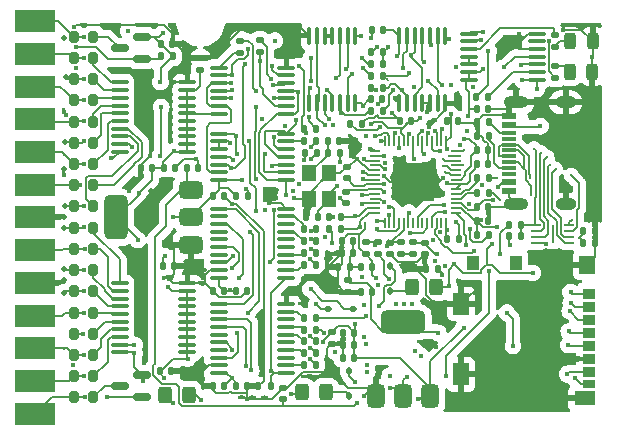
<source format=gbr>
%TF.GenerationSoftware,KiCad,Pcbnew,8.0.2*%
%TF.CreationDate,2024-12-18T21:07:28-06:00*%
%TF.ProjectId,Usb_Bridge,5573625f-4272-4696-9467-652e6b696361,rev?*%
%TF.SameCoordinates,Original*%
%TF.FileFunction,Copper,L1,Top*%
%TF.FilePolarity,Positive*%
%FSLAX46Y46*%
G04 Gerber Fmt 4.6, Leading zero omitted, Abs format (unit mm)*
G04 Created by KiCad (PCBNEW 8.0.2) date 2024-12-18 21:07:28*
%MOMM*%
%LPD*%
G01*
G04 APERTURE LIST*
G04 Aperture macros list*
%AMRoundRect*
0 Rectangle with rounded corners*
0 $1 Rounding radius*
0 $2 $3 $4 $5 $6 $7 $8 $9 X,Y pos of 4 corners*
0 Add a 4 corners polygon primitive as box body*
4,1,4,$2,$3,$4,$5,$6,$7,$8,$9,$2,$3,0*
0 Add four circle primitives for the rounded corners*
1,1,$1+$1,$2,$3*
1,1,$1+$1,$4,$5*
1,1,$1+$1,$6,$7*
1,1,$1+$1,$8,$9*
0 Add four rect primitives between the rounded corners*
20,1,$1+$1,$2,$3,$4,$5,0*
20,1,$1+$1,$4,$5,$6,$7,0*
20,1,$1+$1,$6,$7,$8,$9,0*
20,1,$1+$1,$8,$9,$2,$3,0*%
G04 Aperture macros list end*
%TA.AperFunction,SMDPad,CuDef*%
%ADD10R,3.480000X1.846667*%
%TD*%
%TA.AperFunction,SMDPad,CuDef*%
%ADD11RoundRect,0.140000X-0.140000X-0.170000X0.140000X-0.170000X0.140000X0.170000X-0.140000X0.170000X0*%
%TD*%
%TA.AperFunction,SMDPad,CuDef*%
%ADD12RoundRect,0.100000X0.100000X-0.637500X0.100000X0.637500X-0.100000X0.637500X-0.100000X-0.637500X0*%
%TD*%
%TA.AperFunction,SMDPad,CuDef*%
%ADD13RoundRect,0.140000X0.140000X0.170000X-0.140000X0.170000X-0.140000X-0.170000X0.140000X-0.170000X0*%
%TD*%
%TA.AperFunction,SMDPad,CuDef*%
%ADD14R,1.100000X0.850000*%
%TD*%
%TA.AperFunction,SMDPad,CuDef*%
%ADD15R,1.100000X0.750000*%
%TD*%
%TA.AperFunction,SMDPad,CuDef*%
%ADD16R,1.000000X1.200000*%
%TD*%
%TA.AperFunction,SMDPad,CuDef*%
%ADD17R,1.350000X1.550000*%
%TD*%
%TA.AperFunction,SMDPad,CuDef*%
%ADD18R,1.350000X1.900000*%
%TD*%
%TA.AperFunction,SMDPad,CuDef*%
%ADD19R,1.800000X1.170000*%
%TD*%
%TA.AperFunction,SMDPad,CuDef*%
%ADD20RoundRect,0.243750X0.243750X0.456250X-0.243750X0.456250X-0.243750X-0.456250X0.243750X-0.456250X0*%
%TD*%
%TA.AperFunction,SMDPad,CuDef*%
%ADD21RoundRect,0.135000X-0.135000X-0.185000X0.135000X-0.185000X0.135000X0.185000X-0.135000X0.185000X0*%
%TD*%
%TA.AperFunction,SMDPad,CuDef*%
%ADD22RoundRect,0.200000X0.200000X0.275000X-0.200000X0.275000X-0.200000X-0.275000X0.200000X-0.275000X0*%
%TD*%
%TA.AperFunction,SMDPad,CuDef*%
%ADD23RoundRect,0.135000X0.135000X0.185000X-0.135000X0.185000X-0.135000X-0.185000X0.135000X-0.185000X0*%
%TD*%
%TA.AperFunction,SMDPad,CuDef*%
%ADD24RoundRect,0.150000X0.587500X0.150000X-0.587500X0.150000X-0.587500X-0.150000X0.587500X-0.150000X0*%
%TD*%
%TA.AperFunction,SMDPad,CuDef*%
%ADD25RoundRect,0.100000X0.637500X0.100000X-0.637500X0.100000X-0.637500X-0.100000X0.637500X-0.100000X0*%
%TD*%
%TA.AperFunction,SMDPad,CuDef*%
%ADD26RoundRect,0.140000X-0.170000X0.140000X-0.170000X-0.140000X0.170000X-0.140000X0.170000X0.140000X0*%
%TD*%
%TA.AperFunction,SMDPad,CuDef*%
%ADD27RoundRect,0.135000X-0.185000X0.135000X-0.185000X-0.135000X0.185000X-0.135000X0.185000X0.135000X0*%
%TD*%
%TA.AperFunction,SMDPad,CuDef*%
%ADD28RoundRect,0.135000X0.185000X-0.135000X0.185000X0.135000X-0.185000X0.135000X-0.185000X-0.135000X0*%
%TD*%
%TA.AperFunction,SMDPad,CuDef*%
%ADD29R,1.240000X0.600000*%
%TD*%
%TA.AperFunction,SMDPad,CuDef*%
%ADD30R,1.240000X0.300000*%
%TD*%
%TA.AperFunction,ComponentPad*%
%ADD31O,2.100000X1.000000*%
%TD*%
%TA.AperFunction,ComponentPad*%
%ADD32O,1.800000X1.000000*%
%TD*%
%TA.AperFunction,SMDPad,CuDef*%
%ADD33RoundRect,0.100000X-0.100000X0.637500X-0.100000X-0.637500X0.100000X-0.637500X0.100000X0.637500X0*%
%TD*%
%TA.AperFunction,SMDPad,CuDef*%
%ADD34RoundRect,0.050000X-0.050000X0.387500X-0.050000X-0.387500X0.050000X-0.387500X0.050000X0.387500X0*%
%TD*%
%TA.AperFunction,SMDPad,CuDef*%
%ADD35RoundRect,0.050000X-0.387500X0.050000X-0.387500X-0.050000X0.387500X-0.050000X0.387500X0.050000X0*%
%TD*%
%TA.AperFunction,HeatsinkPad*%
%ADD36R,3.200000X3.200000*%
%TD*%
%TA.AperFunction,SMDPad,CuDef*%
%ADD37RoundRect,0.250000X-0.325000X-0.450000X0.325000X-0.450000X0.325000X0.450000X-0.325000X0.450000X0*%
%TD*%
%TA.AperFunction,SMDPad,CuDef*%
%ADD38RoundRect,0.112500X-0.112500X0.187500X-0.112500X-0.187500X0.112500X-0.187500X0.112500X0.187500X0*%
%TD*%
%TA.AperFunction,SMDPad,CuDef*%
%ADD39RoundRect,0.375000X0.625000X0.375000X-0.625000X0.375000X-0.625000X-0.375000X0.625000X-0.375000X0*%
%TD*%
%TA.AperFunction,SMDPad,CuDef*%
%ADD40RoundRect,0.500000X0.500000X1.400000X-0.500000X1.400000X-0.500000X-1.400000X0.500000X-1.400000X0*%
%TD*%
%TA.AperFunction,SMDPad,CuDef*%
%ADD41RoundRect,0.062500X-0.387500X-0.062500X0.387500X-0.062500X0.387500X0.062500X-0.387500X0.062500X0*%
%TD*%
%TA.AperFunction,HeatsinkPad*%
%ADD42R,0.200000X1.600000*%
%TD*%
%TA.AperFunction,SMDPad,CuDef*%
%ADD43RoundRect,0.112500X0.112500X-0.187500X0.112500X0.187500X-0.112500X0.187500X-0.112500X-0.187500X0*%
%TD*%
%TA.AperFunction,SMDPad,CuDef*%
%ADD44RoundRect,0.250000X0.325000X0.450000X-0.325000X0.450000X-0.325000X-0.450000X0.325000X-0.450000X0*%
%TD*%
%TA.AperFunction,SMDPad,CuDef*%
%ADD45RoundRect,0.140000X0.170000X-0.140000X0.170000X0.140000X-0.170000X0.140000X-0.170000X-0.140000X0*%
%TD*%
%TA.AperFunction,SMDPad,CuDef*%
%ADD46RoundRect,0.375000X0.375000X-0.625000X0.375000X0.625000X-0.375000X0.625000X-0.375000X-0.625000X0*%
%TD*%
%TA.AperFunction,SMDPad,CuDef*%
%ADD47RoundRect,0.500000X1.400000X-0.500000X1.400000X0.500000X-1.400000X0.500000X-1.400000X-0.500000X0*%
%TD*%
%TA.AperFunction,SMDPad,CuDef*%
%ADD48RoundRect,0.112500X0.187500X0.112500X-0.187500X0.112500X-0.187500X-0.112500X0.187500X-0.112500X0*%
%TD*%
%TA.AperFunction,SMDPad,CuDef*%
%ADD49R,1.200000X1.400000*%
%TD*%
%TA.AperFunction,ViaPad*%
%ADD50C,0.400000*%
%TD*%
%TA.AperFunction,ViaPad*%
%ADD51C,0.500000*%
%TD*%
%TA.AperFunction,ViaPad*%
%ADD52C,0.250000*%
%TD*%
%TA.AperFunction,Conductor*%
%ADD53C,0.200000*%
%TD*%
%TA.AperFunction,Conductor*%
%ADD54C,0.130000*%
%TD*%
G04 APERTURE END LIST*
D10*
%TO.P,J3,1,1*%
%TO.N,REQ*%
X2000000Y16620000D03*
%TO.P,J3,2,2*%
%TO.N,MSG*%
X2000000Y13850000D03*
%TO.P,J3,3,3*%
%TO.N,IO*%
X2000000Y11080000D03*
%TO.P,J3,4,4*%
%TO.N,RST*%
X2000000Y8310000D03*
%TO.P,J3,5,5*%
%TO.N,ACK*%
X2000000Y5540000D03*
%TO.P,J3,6,6*%
%TO.N,BSY*%
X2000000Y2770000D03*
%TO.P,J3,7,7*%
%TO.N,GND*%
X2000000Y0D03*
%TO.P,J3,8,8*%
%TO.N,DB0*%
X2000000Y-2770000D03*
%TO.P,J3,9,9*%
%TO.N,GND*%
X2000000Y-5540000D03*
%TO.P,J3,10,10*%
%TO.N,DB3*%
X2000000Y-8310000D03*
%TO.P,J3,11,11*%
%TO.N,DB5*%
X2000000Y-11080000D03*
%TO.P,J3,12,12*%
%TO.N,DB6*%
X2000000Y-13850000D03*
%TO.P,J3,13,13*%
%TO.N,DB7*%
X2000000Y-16620000D03*
%TD*%
D11*
%TO.P,C3,1*%
%TO.N,+2V8*%
X18980000Y-6212500D03*
%TO.P,C3,2*%
%TO.N,GND*%
X19940000Y-6212500D03*
%TD*%
%TO.P,C4,1*%
%TO.N,+2V8*%
X12540000Y-13040000D03*
%TO.P,C4,2*%
%TO.N,GND*%
X13500000Y-13040000D03*
%TD*%
D12*
%TO.P,U3,1,1/OE*%
%TO.N,oBSY*%
X32810000Y9657500D03*
%TO.P,U3,2,1A*%
%TO.N,oMSG_iBSY*%
X33460000Y9657500D03*
%TO.P,U3,3,1Y*%
%TO.N,MSG*%
X34110000Y9657500D03*
%TO.P,U3,4,2/OE*%
%TO.N,RST*%
X34760000Y9657500D03*
%TO.P,U3,5,2A*%
X35410000Y9657500D03*
%TO.P,U3,6,2Y*%
%TO.N,iRST*%
X36060000Y9657500D03*
%TO.P,U3,7,GND*%
%TO.N,GND*%
X36710000Y9657500D03*
%TO.P,U3,8,3Y*%
%TO.N,iATN*%
X36710000Y15382500D03*
%TO.P,U3,9,3A*%
%TO.N,ATN*%
X36060000Y15382500D03*
%TO.P,U3,10,3/OE*%
%TO.N,oBSY*%
X35410000Y15382500D03*
%TO.P,U3,11,4Y*%
%TO.N,iMSG*%
X34760000Y15382500D03*
%TO.P,U3,12,4A*%
%TO.N,MSG*%
X34110000Y15382500D03*
%TO.P,U3,13,4/OE*%
%TO.N,!oBSY*%
X33460000Y15382500D03*
%TO.P,U3,14,Vcc*%
%TO.N,+2V8*%
X32810000Y15382500D03*
%TD*%
D11*
%TO.P,C7,1*%
%TO.N,+2V8*%
X18980000Y-14300000D03*
%TO.P,C7,2*%
%TO.N,GND*%
X19940000Y-14300000D03*
%TD*%
%TO.P,C1,1*%
%TO.N,GND*%
X27940000Y-1990000D03*
%TO.P,C1,2*%
%TO.N,+3V3*%
X28900000Y-1990000D03*
%TD*%
D13*
%TO.P,C2,1*%
%TO.N,+2V8*%
X17980000Y-6212500D03*
%TO.P,C2,2*%
%TO.N,GND*%
X17020000Y-6212500D03*
%TD*%
D11*
%TO.P,C5,1*%
%TO.N,+2V8*%
X12640000Y14673334D03*
%TO.P,C5,2*%
%TO.N,GND*%
X13600000Y14673334D03*
%TD*%
D13*
%TO.P,C6,1*%
%TO.N,+2V8*%
X18017500Y-14300000D03*
%TO.P,C6,2*%
%TO.N,GND*%
X17057500Y-14300000D03*
%TD*%
D11*
%TO.P,C12,1*%
%TO.N,+5V*%
X39370000Y9220000D03*
%TO.P,C12,2*%
%TO.N,GND*%
X40330000Y9220000D03*
%TD*%
D14*
%TO.P,SD1,1,DAT2*%
%TO.N,SD_D2*%
X48870000Y-6460000D03*
%TO.P,SD1,2,DAT3/CD*%
%TO.N,SD_D3_CS*%
X48870000Y-7560000D03*
%TO.P,SD1,3,CMD*%
%TO.N,SD_CMD_MOSI*%
X48870000Y-8660000D03*
%TO.P,SD1,4,VDD*%
%TO.N,+3V3*%
X48870000Y-9760000D03*
%TO.P,SD1,5,CLK*%
%TO.N,SD_CLK*%
X48870000Y-10860000D03*
%TO.P,SD1,6,VSS*%
%TO.N,GND*%
X48870000Y-11960000D03*
%TO.P,SD1,7,DAT0*%
%TO.N,SD_D0_MISO*%
X48870000Y-13060000D03*
D15*
%TO.P,SD1,8,DAT1*%
%TO.N,SD_D1*%
X48870000Y-14110000D03*
D16*
%TO.P,SD1,9,DET_B*%
%TO.N,unconnected-(SD1-DET_B-Pad9)*%
X42720000Y-3825000D03*
%TO.P,SD1,10,DET_A*%
%TO.N,unconnected-(SD1-DET_A-Pad10)*%
X39020000Y-3825000D03*
D17*
%TO.P,SD1,11,SHIELD*%
%TO.N,GND*%
X48745000Y-4000000D03*
D18*
X38045000Y-7325000D03*
X38045000Y-13295000D03*
D19*
X48520000Y-15320000D03*
%TD*%
D20*
%TO.P,D1,1,K*%
%TO.N,GND*%
X49147500Y12320000D03*
%TO.P,D1,2,A*%
%TO.N,Net-(D1-A)*%
X47272500Y12320000D03*
%TD*%
%TO.P,D2,1,K*%
%TO.N,GND*%
X49187500Y14920000D03*
%TO.P,D2,2,A*%
%TO.N,Net-(D2-A)*%
X47312500Y14920000D03*
%TD*%
D21*
%TO.P,R46,1*%
%TO.N,TRM_ON_J*%
X12610000Y13636668D03*
%TO.P,R46,2*%
%TO.N,+2V8*%
X13630000Y13636668D03*
%TD*%
D22*
%TO.P,R42,1*%
%TO.N,Net-(U7-B8)*%
X6925000Y13503824D03*
%TO.P,R42,2*%
%TO.N,MSG*%
X5275000Y13503824D03*
%TD*%
D11*
%TO.P,C25,1*%
%TO.N,+3V3*%
X29570000Y-4230000D03*
%TO.P,C25,2*%
%TO.N,GND*%
X30530000Y-4230000D03*
%TD*%
D23*
%TO.P,R56,1*%
%TO.N,/Pico/USB_D+*%
X40400000Y3306668D03*
%TO.P,R56,2*%
%TO.N,Net-(U13-USB_DP)*%
X39380000Y3306668D03*
%TD*%
D22*
%TO.P,R30,1*%
%TO.N,Net-(U7-B2)*%
X6925000Y2726768D03*
%TO.P,R30,2*%
%TO.N,BSY*%
X5275000Y2726768D03*
%TD*%
D23*
%TO.P,R4,1*%
%TO.N,Net-(JP7-A)*%
X36090000Y-4360000D03*
%TO.P,R4,2*%
%TO.N,GND*%
X35070000Y-4360000D03*
%TD*%
D24*
%TO.P,Q1,1,G*%
%TO.N,TRM_ON_J*%
X11007500Y-15215000D03*
%TO.P,Q1,2,S*%
%TO.N,+2V8*%
X11007500Y-13315000D03*
%TO.P,Q1,3,D*%
%TO.N,Net-(Q1-D)*%
X9132500Y-14265000D03*
%TD*%
D22*
%TO.P,R39,1*%
%TO.N,Net-(U8-B6)*%
X6925000Y-4457936D03*
%TO.P,R39,2*%
%TO.N,DB1*%
X5275000Y-4457936D03*
%TD*%
%TO.P,R31,1*%
%TO.N,Net-(U8-B2)*%
X6925000Y-11642640D03*
%TO.P,R31,2*%
%TO.N,DB5*%
X5275000Y-11642640D03*
%TD*%
D25*
%TO.P,U2,1,1/OE*%
%TO.N,oBSY*%
X23262500Y3180000D03*
%TO.P,U2,2,1A*%
%TO.N,oCD_iSEL*%
X23262500Y3830000D03*
%TO.P,U2,3,1Y*%
%TO.N,CD*%
X23262500Y4480000D03*
%TO.P,U2,4,2/OE*%
%TO.N,GND*%
X23262500Y5130000D03*
%TO.P,U2,5,2A*%
%TO.N,SEL*%
X23262500Y5780000D03*
%TO.P,U2,6,2Y*%
%TO.N,iSEL*%
X23262500Y6430000D03*
%TO.P,U2,7,GND*%
%TO.N,GND*%
X23262500Y7080000D03*
%TO.P,U2,8,3Y*%
%TO.N,SEL*%
X17537500Y7080000D03*
%TO.P,U2,9,3A*%
%TO.N,oSEL*%
X17537500Y6430000D03*
%TO.P,U2,10,3/OE*%
X17537500Y5780000D03*
%TO.P,U2,11,4Y*%
%TO.N,iCD*%
X17537500Y5130000D03*
%TO.P,U2,12,4A*%
%TO.N,CD*%
X17537500Y4480000D03*
%TO.P,U2,13,4/OE*%
%TO.N,!oBSY*%
X17537500Y3830000D03*
%TO.P,U2,14,Vcc*%
%TO.N,+2V8*%
X17537500Y3180000D03*
%TD*%
D26*
%TO.P,C17,1*%
%TO.N,+3V3*%
X28450000Y-5330000D03*
%TO.P,C17,2*%
%TO.N,GND*%
X28450000Y-6290000D03*
%TD*%
D27*
%TO.P,R84,1*%
%TO.N,iIO*%
X21020000Y14990000D03*
%TO.P,R84,2*%
%TO.N,oIO*%
X21020000Y13970000D03*
%TD*%
D28*
%TO.P,R24,1*%
%TO.N,Net-(R24-Pad1)*%
X46040000Y11810000D03*
%TO.P,R24,2*%
%TO.N,Net-(D1-A)*%
X46040000Y12830000D03*
%TD*%
D11*
%TO.P,C16,1*%
%TO.N,GND*%
X30480000Y15910000D03*
%TO.P,C16,2*%
%TO.N,+2V8*%
X31440000Y15910000D03*
%TD*%
D22*
%TO.P,R33,1*%
%TO.N,Net-(U8-B3)*%
X6925000Y-9846464D03*
%TO.P,R33,2*%
%TO.N,DB4*%
X5275000Y-9846464D03*
%TD*%
D23*
%TO.P,R2,1*%
%TO.N,/Pico/XOUT*%
X27770000Y5430000D03*
%TO.P,R2,2*%
%TO.N,Net-(C40-Pad1)*%
X26750000Y5430000D03*
%TD*%
D11*
%TO.P,C29,1*%
%TO.N,+3V3*%
X36890000Y-1830000D03*
%TO.P,C29,2*%
%TO.N,GND*%
X37850000Y-1830000D03*
%TD*%
%TO.P,C30,1*%
%TO.N,+3V3*%
X39410000Y4508334D03*
%TO.P,C30,2*%
%TO.N,GND*%
X40370000Y4508334D03*
%TD*%
D23*
%TO.P,R48,1*%
%TO.N,Net-(J12-CC1)*%
X40400000Y6900000D03*
%TO.P,R48,2*%
%TO.N,GND*%
X39380000Y6900000D03*
%TD*%
D29*
%TO.P,J12,A1,GND*%
%TO.N,GND*%
X42100000Y2220000D03*
%TO.P,J12,A4,VBUS*%
%TO.N,VBUS*%
X42100000Y3020000D03*
D30*
%TO.P,J12,A5,CC1*%
%TO.N,Net-(J12-CC1)*%
X42100000Y4170000D03*
%TO.P,J12,A6,D+*%
%TO.N,/Pico/USB_D+*%
X42100000Y5170000D03*
%TO.P,J12,A7,D-*%
%TO.N,/Pico/USB_D-*%
X42100000Y5670000D03*
%TO.P,J12,A8,SBU1*%
%TO.N,unconnected-(J12-SBU1-PadA8)*%
X42100000Y6670000D03*
D29*
%TO.P,J12,A9,VBUS*%
%TO.N,VBUS*%
X42100000Y7820000D03*
%TO.P,J12,A12,GND*%
%TO.N,GND*%
X42100000Y8620000D03*
%TO.P,J12,B1,GND*%
X42100000Y8620000D03*
%TO.P,J12,B4,VBUS*%
%TO.N,VBUS*%
X42100000Y7820000D03*
D30*
%TO.P,J12,B5,CC2*%
%TO.N,Net-(J12-CC2)*%
X42100000Y7170000D03*
%TO.P,J12,B6,D+*%
%TO.N,/Pico/USB_D+*%
X42100000Y6170000D03*
%TO.P,J12,B7,D-*%
%TO.N,/Pico/USB_D-*%
X42100000Y4670000D03*
%TO.P,J12,B8,SBU2*%
%TO.N,unconnected-(J12-SBU2-PadB8)*%
X42100000Y3670000D03*
D29*
%TO.P,J12,B9,VBUS*%
%TO.N,VBUS*%
X42100000Y3020000D03*
%TO.P,J12,B12,GND*%
%TO.N,GND*%
X42100000Y2220000D03*
D31*
%TO.P,J12,S1,SHIELD*%
X42700000Y1100000D03*
D32*
X46900000Y1100000D03*
D31*
X42700000Y9740000D03*
D32*
X46900000Y9740000D03*
%TD*%
D25*
%TO.P,U5,1*%
%TO.N,oBSY*%
X44450000Y11670000D03*
%TO.P,U5,2*%
%TO.N,Net-(R27-Pad1)*%
X44450000Y12320000D03*
%TO.P,U5,3*%
%TO.N,oBSY*%
X44450000Y12970000D03*
%TO.P,U5,4*%
%TO.N,!oBSY*%
X44450000Y13620000D03*
%TO.P,U5,5*%
%TO.N,GND*%
X44450000Y14270000D03*
%TO.P,U5,6*%
%TO.N,unconnected-(U5-Pad6)*%
X44450000Y14920000D03*
%TO.P,U5,7,GND*%
%TO.N,GND*%
X44450000Y15570000D03*
%TO.P,U5,8*%
%TO.N,Net-(R24-Pad1)*%
X38725000Y15570000D03*
%TO.P,U5,9*%
%TO.N,oBSY*%
X38725000Y14920000D03*
%TO.P,U5,10*%
%TO.N,Net-(R25-Pad1)*%
X38725000Y14270000D03*
%TO.P,U5,11*%
%TO.N,Net-(U5-Pad11)*%
X38725000Y13620000D03*
%TO.P,U5,12*%
X38725000Y12970000D03*
%TO.P,U5,13*%
%TO.N,+5V*%
X38725000Y12320000D03*
%TO.P,U5,14,VCC*%
X38725000Y11670000D03*
%TD*%
D22*
%TO.P,R36,1*%
%TO.N,Net-(U7-B5)*%
X6925000Y8115296D03*
%TO.P,R36,2*%
%TO.N,RST*%
X5275000Y8115296D03*
%TD*%
D21*
%TO.P,R5,1*%
%TO.N,oSEL*%
X24790000Y7500000D03*
%TO.P,R5,2*%
%TO.N,+2V8*%
X25810000Y7500000D03*
%TD*%
D22*
%TO.P,R35,1*%
%TO.N,Net-(U8-B4)*%
X6925000Y-8050288D03*
%TO.P,R35,2*%
%TO.N,DB3*%
X5275000Y-8050288D03*
%TD*%
D11*
%TO.P,C33,1*%
%TO.N,+3V3*%
X36820000Y8170000D03*
%TO.P,C33,2*%
%TO.N,GND*%
X37780000Y8170000D03*
%TD*%
%TO.P,C8,1*%
%TO.N,+5V*%
X14810000Y4200000D03*
%TO.P,C8,2*%
%TO.N,GND*%
X15770000Y4200000D03*
%TD*%
D22*
%TO.P,R38,1*%
%TO.N,Net-(U7-B6)*%
X6925000Y9911472D03*
%TO.P,R38,2*%
%TO.N,IO*%
X5275000Y9911472D03*
%TD*%
D11*
%TO.P,C24,1*%
%TO.N,+2V8*%
X12865000Y4200000D03*
%TO.P,C24,2*%
%TO.N,GND*%
X13825000Y4200000D03*
%TD*%
D13*
%TO.P,C19,1*%
%TO.N,+5V*%
X29020000Y-11860000D03*
%TO.P,C19,2*%
%TO.N,GND*%
X28060000Y-11860000D03*
%TD*%
D23*
%TO.P,R9,1*%
%TO.N,DBPTr*%
X21920000Y-14310000D03*
%TO.P,R9,2*%
%TO.N,GND*%
X20900000Y-14310000D03*
%TD*%
D25*
%TO.P,U1,1,1/OE*%
%TO.N,oBSY*%
X23262500Y8770000D03*
%TO.P,U1,2,1A*%
%TO.N,oIO*%
X23262500Y9420000D03*
%TO.P,U1,3,1Y*%
%TO.N,IO*%
X23262500Y10070000D03*
%TO.P,U1,4,2/OE*%
%TO.N,oBSY*%
X23262500Y10720000D03*
%TO.P,U1,5,2A*%
%TO.N,oREQ*%
X23262500Y11370000D03*
%TO.P,U1,6,2Y*%
%TO.N,REQ*%
X23262500Y12020000D03*
%TO.P,U1,7,GND*%
%TO.N,GND*%
X23262500Y12670000D03*
%TO.P,U1,8,3Y*%
%TO.N,iREQ*%
X17537500Y12670000D03*
%TO.P,U1,9,3A*%
%TO.N,REQ*%
X17537500Y12020000D03*
%TO.P,U1,10,3/OE*%
%TO.N,!oBSY*%
X17537500Y11370000D03*
%TO.P,U1,11,4Y*%
%TO.N,iIO*%
X17537500Y10720000D03*
%TO.P,U1,12,4A*%
%TO.N,IO*%
X17537500Y10070000D03*
%TO.P,U1,13,4/OE*%
%TO.N,!oBSY*%
X17537500Y9420000D03*
%TO.P,U1,14,Vcc*%
%TO.N,+2V8*%
X17537500Y8770000D03*
%TD*%
D22*
%TO.P,R40,1*%
%TO.N,Net-(U7-B7)*%
X6925000Y11707648D03*
%TO.P,R40,2*%
%TO.N,CD*%
X5275000Y11707648D03*
%TD*%
D23*
%TO.P,R85,1*%
%TO.N,/Pico/GPIO08*%
X25740000Y-8500000D03*
%TO.P,R85,2*%
%TO.N,DBPT*%
X24720000Y-8500000D03*
%TD*%
D33*
%TO.P,U4,1,1/OE*%
%TO.N,oBSY*%
X29110000Y15382500D03*
%TO.P,U4,2,1A*%
%TO.N,ACK*%
X28460000Y15382500D03*
%TO.P,U4,3,1Y*%
%TO.N,iACK*%
X27810000Y15382500D03*
%TO.P,U4,4,2/OE*%
%TO.N,oBSY*%
X27160000Y15382500D03*
%TO.P,U4,5,2A*%
X26510000Y15382500D03*
%TO.P,U4,6,2Y*%
%TO.N,BSY*%
X25860000Y15382500D03*
%TO.P,U4,7,GND*%
%TO.N,GND*%
X25210000Y15382500D03*
%TO.P,U4,8,3Y*%
%TO.N,iBSY*%
X25210000Y9657500D03*
%TO.P,U4,9,3A*%
%TO.N,BSY*%
X25860000Y9657500D03*
%TO.P,U4,10,3/OE*%
%TO.N,GND*%
X26510000Y9657500D03*
%TO.P,U4,11,4Y*%
%TO.N,ACKDr*%
X27160000Y9657500D03*
%TO.P,U4,12,4A*%
%TO.N,oACK*%
X27810000Y9657500D03*
%TO.P,U4,13,4/OE*%
%TO.N,!oBSY*%
X28460000Y9657500D03*
%TO.P,U4,14,Vcc*%
%TO.N,+2V8*%
X29110000Y9657500D03*
%TD*%
D26*
%TO.P,C27,1*%
%TO.N,/Pico/ADC_AVDD*%
X35000000Y-2130000D03*
%TO.P,C27,2*%
%TO.N,GND*%
X35000000Y-3090000D03*
%TD*%
D25*
%TO.P,U6,1,DIR*%
%TO.N,DBPTr*%
X23262500Y-5100000D03*
%TO.P,U6,2,A1*%
%TO.N,DB0T*%
X23262500Y-4450000D03*
%TO.P,U6,3,A2*%
%TO.N,unconnected-(U6-A2-Pad3)*%
X23262500Y-3800000D03*
%TO.P,U6,4,A3*%
%TO.N,DB1T*%
X23262500Y-3150000D03*
%TO.P,U6,5,A4*%
%TO.N,unconnected-(U6-A4-Pad5)*%
X23262500Y-2500000D03*
%TO.P,U6,6,A5*%
%TO.N,unconnected-(U6-A5-Pad6)*%
X23262500Y-1850000D03*
%TO.P,U6,7,A6*%
%TO.N,DB2T*%
X23262500Y-1200000D03*
%TO.P,U6,8,A7*%
%TO.N,unconnected-(U6-A7-Pad8)*%
X23262500Y-550000D03*
%TO.P,U6,9,A8*%
%TO.N,DB3T*%
X23262500Y100000D03*
%TO.P,U6,10,GND*%
%TO.N,GND*%
X23262500Y750000D03*
%TO.P,U6,11,B8*%
%TO.N,DB3*%
X17537500Y750000D03*
%TO.P,U6,12,B7*%
%TO.N,unconnected-(U6-B7-Pad12)*%
X17537500Y100000D03*
%TO.P,U6,13,B6*%
%TO.N,DB2*%
X17537500Y-550000D03*
%TO.P,U6,14,B5*%
%TO.N,unconnected-(U6-B5-Pad14)*%
X17537500Y-1200000D03*
%TO.P,U6,15,B4*%
%TO.N,unconnected-(U6-B4-Pad15)*%
X17537500Y-1850000D03*
%TO.P,U6,16,B3*%
%TO.N,DB1*%
X17537500Y-2500000D03*
%TO.P,U6,17,B2*%
%TO.N,unconnected-(U6-B2-Pad17)*%
X17537500Y-3150000D03*
%TO.P,U6,18,B1*%
%TO.N,DB0*%
X17537500Y-3800000D03*
%TO.P,U6,19,/OE*%
%TO.N,GND*%
X17537500Y-4450000D03*
%TO.P,U6,20,Vcc*%
%TO.N,+2V8*%
X17537500Y-5100000D03*
%TD*%
D21*
%TO.P,R47,1*%
%TO.N,GND*%
X39380000Y8100000D03*
%TO.P,R47,2*%
%TO.N,Net-(J12-CC2)*%
X40400000Y8100000D03*
%TD*%
D34*
%TO.P,U13,1,IOVDD*%
%TO.N,+3V3*%
X36782500Y6437500D03*
%TO.P,U13,2,GPIO0*%
%TO.N,/Pico/GPIO00*%
X36382500Y6437500D03*
%TO.P,U13,3,GPIO1*%
%TO.N,/Pico/GPIO01*%
X35982500Y6437500D03*
%TO.P,U13,4,GPIO2*%
%TO.N,/Pico/GPIO02*%
X35582500Y6437500D03*
%TO.P,U13,5,GPIO3*%
%TO.N,/Pico/GPIO03*%
X35182500Y6437500D03*
%TO.P,U13,6,GPIO4*%
%TO.N,/Pico/GPIO04*%
X34782500Y6437500D03*
%TO.P,U13,7,GPIO5*%
%TO.N,/Pico/GPIO05*%
X34382500Y6437500D03*
%TO.P,U13,8,GPIO6*%
%TO.N,/Pico/GPIO06*%
X33982500Y6437500D03*
%TO.P,U13,9,GPIO7*%
%TO.N,/Pico/GPIO07*%
X33582500Y6437500D03*
%TO.P,U13,10,IOVDD*%
%TO.N,+3V3*%
X33182500Y6437500D03*
%TO.P,U13,11,GPIO8*%
%TO.N,/Pico/GPIO08*%
X32782500Y6437500D03*
%TO.P,U13,12,GPIO9*%
%TO.N,DBPTr*%
X32382500Y6437500D03*
%TO.P,U13,13,GPIO10*%
%TO.N,SD_CLK*%
X31982500Y6437500D03*
%TO.P,U13,14,GPIO11*%
%TO.N,SD_CMD_MOSI*%
X31582500Y6437500D03*
D35*
%TO.P,U13,15,GPIO12*%
%TO.N,SD_D0_MISO*%
X30745000Y5600000D03*
%TO.P,U13,16,GPIO13*%
%TO.N,SD_D1*%
X30745000Y5200000D03*
%TO.P,U13,17,GPIO14*%
%TO.N,SD_D2*%
X30745000Y4800000D03*
%TO.P,U13,18,GPIO15*%
%TO.N,SD_D3_CS*%
X30745000Y4400000D03*
%TO.P,U13,19,TESTEN*%
%TO.N,GND*%
X30745000Y4000000D03*
%TO.P,U13,20,XIN*%
%TO.N,/Pico/XIN*%
X30745000Y3600000D03*
%TO.P,U13,21,XOUT*%
%TO.N,/Pico/XOUT*%
X30745000Y3200000D03*
%TO.P,U13,22,IOVDD*%
%TO.N,+3V3*%
X30745000Y2800000D03*
%TO.P,U13,23,DVDD*%
%TO.N,+1V1*%
X30745000Y2400000D03*
%TO.P,U13,24,SWCLK*%
%TO.N,/Pico/SWCLK*%
X30745000Y2000000D03*
%TO.P,U13,25,SWDIO*%
%TO.N,/Pico/SWDIO*%
X30745000Y1600000D03*
%TO.P,U13,26,RUN*%
%TO.N,/Pico/RUN*%
X30745000Y1200000D03*
%TO.P,U13,27,GPIO16*%
%TO.N,SDA*%
X30745000Y800000D03*
%TO.P,U13,28,GPIO17*%
%TO.N,SCL*%
X30745000Y400000D03*
D34*
%TO.P,U13,29,GPIO18*%
%TO.N,oCD_iSEL*%
X31582500Y-437500D03*
%TO.P,U13,30,GPIO19*%
%TO.N,oREQ*%
X31982500Y-437500D03*
%TO.P,U13,31,GPIO20*%
%TO.N,oMSG_iBSY*%
X32382500Y-437500D03*
%TO.P,U13,32,GPIO21*%
%TO.N,oSEL*%
X32782500Y-437500D03*
%TO.P,U13,33,IOVDD*%
%TO.N,+3V3*%
X33182500Y-437500D03*
%TO.P,U13,34,GPIO22*%
%TO.N,oIO*%
X33582500Y-437500D03*
%TO.P,U13,35,GPIO23*%
%TO.N,/Pico/GPIO23*%
X33982500Y-437500D03*
%TO.P,U13,36,GPIO24*%
%TO.N,/Pico/GPIO24*%
X34382500Y-437500D03*
%TO.P,U13,37,GPIO25*%
%TO.N,/Pico/GPIO25*%
X34782500Y-437500D03*
%TO.P,U13,38,GPIO26/ADC0*%
%TO.N,oACK*%
X35182500Y-437500D03*
%TO.P,U13,39,GPIO27/ADC1*%
%TO.N,oBSY*%
X35582500Y-437500D03*
%TO.P,U13,40,GPIO28/ADC2*%
%TO.N,/Pico/GPIO28*%
X35982500Y-437500D03*
%TO.P,U13,41,GPIO29/ADC3*%
%TO.N,/Pico/GPIO29_ADC3*%
X36382500Y-437500D03*
%TO.P,U13,42,IOVDD*%
%TO.N,+3V3*%
X36782500Y-437500D03*
D35*
%TO.P,U13,43,ADC_AVDD*%
%TO.N,/Pico/ADC_AVDD*%
X37620000Y400000D03*
%TO.P,U13,44,VREG_VIN*%
%TO.N,+3V3*%
X37620000Y800000D03*
%TO.P,U13,45,VREG_VOUT*%
%TO.N,+1V1*%
X37620000Y1200000D03*
%TO.P,U13,46,USB_DM*%
%TO.N,Net-(U13-USB_DM)*%
X37620000Y1600000D03*
%TO.P,U13,47,USB_DP*%
%TO.N,Net-(U13-USB_DP)*%
X37620000Y2000000D03*
%TO.P,U13,48,USB_VDD*%
%TO.N,+3V3*%
X37620000Y2400000D03*
%TO.P,U13,49,IOVDD*%
X37620000Y2800000D03*
%TO.P,U13,50,DVDD*%
%TO.N,+1V1*%
X37620000Y3200000D03*
%TO.P,U13,51,QSPI_SD3*%
%TO.N,/Pico/QSPI_SD3*%
X37620000Y3600000D03*
%TO.P,U13,52,QSPI_SCLK*%
%TO.N,/Pico/QSPI_SCLK*%
X37620000Y4000000D03*
%TO.P,U13,53,QSPI_SD0*%
%TO.N,/Pico/QSPI_SD0*%
X37620000Y4400000D03*
%TO.P,U13,54,QSPI_SD2*%
%TO.N,/Pico/QSPI_SD2*%
X37620000Y4800000D03*
%TO.P,U13,55,QSPI_SD1*%
%TO.N,/Pico/QSPI_SD1*%
X37620000Y5200000D03*
%TO.P,U13,56,QSPI_SS_N*%
%TO.N,/Pico/QSPI_SS*%
X37620000Y5600000D03*
D36*
%TO.P,U13,57,GND*%
%TO.N,GND*%
X34182500Y3000000D03*
%TD*%
D25*
%TO.P,U7,1,DIR*%
%TO.N,+2V8*%
X14862500Y5575000D03*
%TO.P,U7,2,A1*%
X14862500Y6225000D03*
%TO.P,U7,3,A2*%
X14862500Y6875000D03*
%TO.P,U7,4,A3*%
X14862500Y7525000D03*
%TO.P,U7,5,A4*%
X14862500Y8175000D03*
%TO.P,U7,6,A5*%
X14862500Y8825000D03*
%TO.P,U7,7,A6*%
X14862500Y9475000D03*
%TO.P,U7,8,A7*%
X14862500Y10125000D03*
%TO.P,U7,9,A8*%
X14862500Y10775000D03*
%TO.P,U7,10,GND*%
%TO.N,GND*%
X14862500Y11425000D03*
%TO.P,U7,11,B8*%
%TO.N,Net-(U7-B8)*%
X9137500Y11425000D03*
%TO.P,U7,12,B7*%
%TO.N,Net-(U7-B7)*%
X9137500Y10775000D03*
%TO.P,U7,13,B6*%
%TO.N,Net-(U7-B6)*%
X9137500Y10125000D03*
%TO.P,U7,14,B5*%
%TO.N,Net-(U7-B5)*%
X9137500Y9475000D03*
%TO.P,U7,15,B4*%
%TO.N,Net-(U7-B4)*%
X9137500Y8825000D03*
%TO.P,U7,16,B3*%
%TO.N,Net-(U7-B3)*%
X9137500Y8175000D03*
%TO.P,U7,17,B2*%
%TO.N,Net-(U7-B2)*%
X9137500Y7525000D03*
%TO.P,U7,18,B1*%
%TO.N,Net-(U7-B1)*%
X9137500Y6875000D03*
%TO.P,U7,19,/OE*%
%TO.N,TRM_ON_J*%
X9137500Y6225000D03*
%TO.P,U7,20,Vcc*%
%TO.N,+2V8*%
X9137500Y5575000D03*
%TD*%
D13*
%TO.P,C15,1*%
%TO.N,GND*%
X31380000Y10000000D03*
%TO.P,C15,2*%
%TO.N,+2V8*%
X30420000Y10000000D03*
%TD*%
D26*
%TO.P,C14,1*%
%TO.N,GND*%
X15990000Y13460000D03*
%TO.P,C14,2*%
%TO.N,+2V8*%
X15990000Y12500000D03*
%TD*%
D28*
%TO.P,R49,1*%
%TO.N,VBUS*%
X31000000Y-3120000D03*
%TO.P,R49,2*%
%TO.N,/Pico/GPIO24*%
X31000000Y-2100000D03*
%TD*%
D22*
%TO.P,R45,1*%
%TO.N,Net-(Q2-D)*%
X6925000Y15300000D03*
%TO.P,R45,2*%
%TO.N,REQ*%
X5275000Y15300000D03*
%TD*%
D11*
%TO.P,C21,1*%
%TO.N,+5V*%
X28690000Y7940000D03*
%TO.P,C21,2*%
%TO.N,GND*%
X29650000Y7940000D03*
%TD*%
D23*
%TO.P,R87,1*%
%TO.N,/Pico/GPIO07*%
X25740000Y-9500000D03*
%TO.P,R87,2*%
%TO.N,DB7T*%
X24720000Y-9500000D03*
%TD*%
D13*
%TO.P,C20,1*%
%TO.N,+5V*%
X29020000Y-10815000D03*
%TO.P,C20,2*%
%TO.N,GND*%
X28060000Y-10815000D03*
%TD*%
D21*
%TO.P,R55,1*%
%TO.N,+3V3*%
X42090000Y-1600000D03*
%TO.P,R55,2*%
%TO.N,/Pico/QSPI_SS*%
X43110000Y-1600000D03*
%TD*%
D37*
%TO.P,F3,1*%
%TO.N,Net-(D8-A)*%
X33885000Y-5870000D03*
%TO.P,F3,2*%
%TO.N,VBUS*%
X35935000Y-5870000D03*
%TD*%
D24*
%TO.P,Q2,1,G*%
%TO.N,TRM_ON_J*%
X11007500Y13380000D03*
%TO.P,Q2,2,S*%
%TO.N,+2V8*%
X11007500Y15280000D03*
%TO.P,Q2,3,D*%
%TO.N,Net-(Q2-D)*%
X9132500Y14330000D03*
%TD*%
D11*
%TO.P,C23,1*%
%TO.N,GND*%
X28060000Y-9770000D03*
%TO.P,C23,2*%
%TO.N,+5V*%
X29020000Y-9770000D03*
%TD*%
D21*
%TO.P,R86,1*%
%TO.N,oACK*%
X30390000Y9000000D03*
%TO.P,R86,2*%
%TO.N,iACK*%
X31410000Y9000000D03*
%TD*%
D23*
%TO.P,R83,1*%
%TO.N,iRST*%
X31470000Y12000000D03*
%TO.P,R83,2*%
%TO.N,oSEL*%
X30450000Y12000000D03*
%TD*%
D27*
%TO.P,R50,1*%
%TO.N,+3V3*%
X33000000Y-2100000D03*
%TO.P,R50,2*%
%TO.N,/Pico/ADC_VREF*%
X33000000Y-3120000D03*
%TD*%
%TO.P,R81,1*%
%TO.N,oREQ*%
X19330000Y14970000D03*
%TO.P,R81,2*%
%TO.N,iREQ*%
X19330000Y13950000D03*
%TD*%
D26*
%TO.P,C22,1*%
%TO.N,+5V*%
X27130000Y-9730000D03*
%TO.P,C22,2*%
%TO.N,GND*%
X27130000Y-10690000D03*
%TD*%
D13*
%TO.P,C34,1*%
%TO.N,+3V3*%
X33810000Y8170000D03*
%TO.P,C34,2*%
%TO.N,GND*%
X32850000Y8170000D03*
%TD*%
D38*
%TO.P,D8,1,K*%
%TO.N,Net-(D8-K)*%
X32020000Y-4140000D03*
%TO.P,D8,2,A*%
%TO.N,Net-(D8-A)*%
X32020000Y-6240000D03*
%TD*%
D23*
%TO.P,R22,1*%
%TO.N,SDA*%
X27880000Y0D03*
%TO.P,R22,2*%
%TO.N,+3V3*%
X26860000Y0D03*
%TD*%
D21*
%TO.P,R80,1*%
%TO.N,iCD*%
X24820000Y5430000D03*
%TO.P,R80,2*%
%TO.N,Net-(J13-Pin_1)*%
X25840000Y5430000D03*
%TD*%
D23*
%TO.P,R7,1*%
%TO.N,oBSY*%
X20000000Y1850000D03*
%TO.P,R7,2*%
%TO.N,+2V8*%
X18980000Y1850000D03*
%TD*%
D11*
%TO.P,C38,1*%
%TO.N,+3V3*%
X48410000Y-1190000D03*
%TO.P,C38,2*%
%TO.N,GND*%
X49370000Y-1190000D03*
%TD*%
D23*
%TO.P,R88,1*%
%TO.N,/Pico/GPIO06*%
X25740000Y-10500000D03*
%TO.P,R88,2*%
%TO.N,DB6T*%
X24720000Y-10500000D03*
%TD*%
D21*
%TO.P,R79,1*%
%TO.N,iSEL*%
X24790000Y6480000D03*
%TO.P,R79,2*%
%TO.N,Net-(J13-Pin_3)*%
X25810000Y6480000D03*
%TD*%
D26*
%TO.P,C36,1*%
%TO.N,+1V1*%
X28350000Y2170000D03*
%TO.P,C36,2*%
%TO.N,GND*%
X28350000Y1210000D03*
%TD*%
D23*
%TO.P,R89,1*%
%TO.N,/Pico/GPIO05*%
X25740000Y-11500000D03*
%TO.P,R89,2*%
%TO.N,DB5T*%
X24720000Y-11500000D03*
%TD*%
%TO.P,R91,1*%
%TO.N,/Pico/GPIO04*%
X25740000Y-12500000D03*
%TO.P,R91,2*%
%TO.N,DB4T*%
X24720000Y-12500000D03*
%TD*%
D13*
%TO.P,C18,1*%
%TO.N,+3V3*%
X28900000Y-3020000D03*
%TO.P,C18,2*%
%TO.N,GND*%
X27940000Y-3020000D03*
%TD*%
%TO.P,C43,1*%
%TO.N,+3V3*%
X30530000Y-6280000D03*
%TO.P,C43,2*%
%TO.N,GND*%
X29570000Y-6280000D03*
%TD*%
D22*
%TO.P,R32,1*%
%TO.N,Net-(U7-B3)*%
X6925000Y4522944D03*
%TO.P,R32,2*%
%TO.N,ACK*%
X5275000Y4522944D03*
%TD*%
%TO.P,R43,1*%
%TO.N,Net-(U8-B8)*%
X6925000Y-865584D03*
%TO.P,R43,2*%
%TO.N,DBP*%
X5275000Y-865584D03*
%TD*%
D21*
%TO.P,R1,1*%
%TO.N,+3V3*%
X39380000Y-1500000D03*
%TO.P,R1,2*%
%TO.N,/Pico/RUN*%
X40400000Y-1500000D03*
%TD*%
D27*
%TO.P,R25,1*%
%TO.N,Net-(R25-Pad1)*%
X46040000Y15430000D03*
%TO.P,R25,2*%
%TO.N,Net-(D2-A)*%
X46040000Y14410000D03*
%TD*%
D13*
%TO.P,C10,1*%
%TO.N,+2V8*%
X11880000Y4200000D03*
%TO.P,C10,2*%
%TO.N,GND*%
X10920000Y4200000D03*
%TD*%
D23*
%TO.P,R90,1*%
%TO.N,/Pico/GPIO28*%
X31470000Y14000000D03*
%TO.P,R90,2*%
%TO.N,iATN*%
X30450000Y14000000D03*
%TD*%
D11*
%TO.P,C32,1*%
%TO.N,+1V1*%
X39410000Y893336D03*
%TO.P,C32,2*%
%TO.N,GND*%
X40370000Y893336D03*
%TD*%
D39*
%TO.P,U10,1,GND*%
%TO.N,GND*%
X15150000Y-2300000D03*
%TO.P,U10,2,VO*%
%TO.N,+2V8*%
X15150000Y0D03*
D40*
X8850000Y0D03*
D39*
%TO.P,U10,3,VI*%
%TO.N,+5V*%
X15150000Y2300000D03*
%TD*%
D37*
%TO.P,F1,1*%
%TO.N,EXT_TERM_PWR*%
X24555000Y-14800000D03*
%TO.P,F1,2*%
%TO.N,Net-(D3-K)*%
X26605000Y-14800000D03*
%TD*%
D11*
%TO.P,C9,1*%
%TO.N,+2V8*%
X12820000Y-4100000D03*
%TO.P,C9,2*%
%TO.N,GND*%
X13780000Y-4100000D03*
%TD*%
D41*
%TO.P,U12,1,~{CS}*%
%TO.N,/Pico/QSPI_SS*%
X44375000Y-650000D03*
%TO.P,U12,2,DO(IO1)*%
%TO.N,/Pico/QSPI_SD1*%
X44375000Y-1150000D03*
%TO.P,U12,3,IO2*%
%TO.N,/Pico/QSPI_SD2*%
X44375000Y-1650000D03*
%TO.P,U12,4,GND*%
%TO.N,GND*%
X44375000Y-2150000D03*
%TO.P,U12,5,DI(IO0)*%
%TO.N,/Pico/QSPI_SD0*%
X47225000Y-2150000D03*
%TO.P,U12,6,CLK*%
%TO.N,/Pico/QSPI_SCLK*%
X47225000Y-1650000D03*
%TO.P,U12,7,IO3*%
%TO.N,/Pico/QSPI_SD3*%
X47225000Y-1150000D03*
%TO.P,U12,8,VCC*%
%TO.N,+3V3*%
X47225000Y-650000D03*
D42*
%TO.P,U12,9,EP*%
%TO.N,unconnected-(U12-EP-Pad9)*%
X45800000Y-1400000D03*
%TD*%
D11*
%TO.P,C39,1*%
%TO.N,+3V3*%
X48410000Y-2190000D03*
%TO.P,C39,2*%
%TO.N,GND*%
X49370000Y-2190000D03*
%TD*%
D22*
%TO.P,R34,1*%
%TO.N,Net-(U7-B4)*%
X6925000Y6319120D03*
%TO.P,R34,2*%
%TO.N,ATN*%
X5275000Y6319120D03*
%TD*%
D23*
%TO.P,R94,1*%
%TO.N,/Pico/GPIO28*%
X31440000Y13000000D03*
%TO.P,R94,2*%
%TO.N,iMSG*%
X30420000Y13000000D03*
%TD*%
D43*
%TO.P,D3,1,K*%
%TO.N,Net-(D3-K)*%
X28540000Y-15095000D03*
%TO.P,D3,2,A*%
%TO.N,Net-(D3-A)*%
X28540000Y-12995000D03*
%TD*%
D23*
%TO.P,R93,1*%
%TO.N,/Pico/GPIO02*%
X25740000Y-2000000D03*
%TO.P,R93,2*%
%TO.N,DB2T*%
X24720000Y-2000000D03*
%TD*%
D22*
%TO.P,R37,1*%
%TO.N,Net-(U8-B5)*%
X6925000Y-6254112D03*
%TO.P,R37,2*%
%TO.N,DB2*%
X5275000Y-6254112D03*
%TD*%
%TO.P,R41,1*%
%TO.N,Net-(U8-B7)*%
X6925000Y-2661760D03*
%TO.P,R41,2*%
%TO.N,DB0*%
X5275000Y-2661760D03*
%TD*%
D25*
%TO.P,U8,1,DIR*%
%TO.N,+2V8*%
X14862500Y-11425000D03*
%TO.P,U8,2,A1*%
X14862500Y-10775000D03*
%TO.P,U8,3,A2*%
X14862500Y-10125000D03*
%TO.P,U8,4,A3*%
X14862500Y-9475000D03*
%TO.P,U8,5,A4*%
X14862500Y-8825000D03*
%TO.P,U8,6,A5*%
X14862500Y-8175000D03*
%TO.P,U8,7,A6*%
X14862500Y-7525000D03*
%TO.P,U8,8,A7*%
X14862500Y-6875000D03*
%TO.P,U8,9,A8*%
X14862500Y-6225000D03*
%TO.P,U8,10,GND*%
%TO.N,GND*%
X14862500Y-5575000D03*
%TO.P,U8,11,B8*%
%TO.N,Net-(U8-B8)*%
X9137500Y-5575000D03*
%TO.P,U8,12,B7*%
%TO.N,Net-(U8-B7)*%
X9137500Y-6225000D03*
%TO.P,U8,13,B6*%
%TO.N,Net-(U8-B6)*%
X9137500Y-6875000D03*
%TO.P,U8,14,B5*%
%TO.N,Net-(U8-B5)*%
X9137500Y-7525000D03*
%TO.P,U8,15,B4*%
%TO.N,Net-(U8-B4)*%
X9137500Y-8175000D03*
%TO.P,U8,16,B3*%
%TO.N,Net-(U8-B3)*%
X9137500Y-8825000D03*
%TO.P,U8,17,B2*%
%TO.N,Net-(U8-B2)*%
X9137500Y-9475000D03*
%TO.P,U8,18,B1*%
%TO.N,Net-(U8-B1)*%
X9137500Y-10125000D03*
%TO.P,U8,19,/OE*%
%TO.N,TRM_ON_J*%
X9137500Y-10775000D03*
%TO.P,U8,20,Vcc*%
%TO.N,+2V8*%
X9137500Y-11425000D03*
%TD*%
D21*
%TO.P,R23,1*%
%TO.N,+3V3*%
X26860000Y-1000000D03*
%TO.P,R23,2*%
%TO.N,SCL*%
X27880000Y-1000000D03*
%TD*%
D28*
%TO.P,R52,1*%
%TO.N,/Pico/ADC_VREF*%
X34000000Y-3120000D03*
%TO.P,R52,2*%
%TO.N,/Pico/ADC_AVDD*%
X34000000Y-2100000D03*
%TD*%
D22*
%TO.P,R29,1*%
%TO.N,Net-(U8-B1)*%
X6925000Y-13438816D03*
%TO.P,R29,2*%
%TO.N,DB6*%
X5275000Y-13438816D03*
%TD*%
D11*
%TO.P,C40,1*%
%TO.N,Net-(C40-Pad1)*%
X26780000Y6480000D03*
%TO.P,C40,2*%
%TO.N,GND*%
X27740000Y6480000D03*
%TD*%
D44*
%TO.P,F5,1*%
%TO.N,Net-(D9-A)*%
X14995000Y-15020000D03*
%TO.P,F5,2*%
%TO.N,EXT_TERM_PWR*%
X12945000Y-15020000D03*
%TD*%
D25*
%TO.P,U9,1,DIR*%
%TO.N,DBPTr*%
X23262500Y-13175000D03*
%TO.P,U9,2,A1*%
%TO.N,DB4T*%
X23262500Y-12525000D03*
%TO.P,U9,3,A2*%
%TO.N,unconnected-(U9-A2-Pad3)*%
X23262500Y-11875000D03*
%TO.P,U9,4,A3*%
%TO.N,DB5T*%
X23262500Y-11225000D03*
%TO.P,U9,5,A4*%
%TO.N,unconnected-(U9-A4-Pad5)*%
X23262500Y-10575000D03*
%TO.P,U9,6,A5*%
%TO.N,DB6T*%
X23262500Y-9925000D03*
%TO.P,U9,7,A6*%
%TO.N,DB7T*%
X23262500Y-9275000D03*
%TO.P,U9,8,A7*%
%TO.N,unconnected-(U9-A7-Pad8)*%
X23262500Y-8625000D03*
%TO.P,U9,9,A8*%
%TO.N,DBPT*%
X23262500Y-7975000D03*
%TO.P,U9,10,GND*%
%TO.N,GND*%
X23262500Y-7325000D03*
%TO.P,U9,11,B8*%
%TO.N,DBP*%
X17537500Y-7325000D03*
%TO.P,U9,12,B7*%
%TO.N,unconnected-(U9-B7-Pad12)*%
X17537500Y-7975000D03*
%TO.P,U9,13,B6*%
%TO.N,DB7*%
X17537500Y-8625000D03*
%TO.P,U9,14,B5*%
%TO.N,DB6*%
X17537500Y-9275000D03*
%TO.P,U9,15,B4*%
%TO.N,unconnected-(U9-B4-Pad15)*%
X17537500Y-9925000D03*
%TO.P,U9,16,B3*%
%TO.N,DB5*%
X17537500Y-10575000D03*
%TO.P,U9,17,B2*%
%TO.N,unconnected-(U9-B2-Pad17)*%
X17537500Y-11225000D03*
%TO.P,U9,18,B1*%
%TO.N,DB4*%
X17537500Y-11875000D03*
%TO.P,U9,19,/OE*%
%TO.N,GND*%
X17537500Y-12525000D03*
%TO.P,U9,20,Vcc*%
%TO.N,+2V8*%
X17537500Y-13175000D03*
%TD*%
D45*
%TO.P,C35,1*%
%TO.N,+3V3*%
X28360000Y3310000D03*
%TO.P,C35,2*%
%TO.N,GND*%
X28360000Y4270000D03*
%TD*%
D11*
%TO.P,C37,1*%
%TO.N,+1V1*%
X39410000Y5700000D03*
%TO.P,C37,2*%
%TO.N,GND*%
X40370000Y5700000D03*
%TD*%
D22*
%TO.P,R44,1*%
%TO.N,Net-(Q1-D)*%
X6925000Y-15235000D03*
%TO.P,R44,2*%
%TO.N,DB7*%
X5275000Y-15235000D03*
%TD*%
D26*
%TO.P,C28,1*%
%TO.N,+3V3*%
X32000000Y-2130000D03*
%TO.P,C28,2*%
%TO.N,GND*%
X32000000Y-3090000D03*
%TD*%
D23*
%TO.P,R58,1*%
%TO.N,/Pico/QSPI_SS*%
X43110000Y-600000D03*
%TO.P,R58,2*%
%TO.N,Net-(R58-Pad2)*%
X42090000Y-600000D03*
%TD*%
%TO.P,R96,1*%
%TO.N,/Pico/GPIO00*%
X25740000Y-4000000D03*
%TO.P,R96,2*%
%TO.N,DB0T*%
X24720000Y-4000000D03*
%TD*%
D22*
%TO.P,R28,1*%
%TO.N,Net-(U7-B1)*%
X6925000Y930592D03*
%TO.P,R28,2*%
%TO.N,SEL*%
X5275000Y930592D03*
%TD*%
D21*
%TO.P,R82,1*%
%TO.N,iBSY*%
X30440000Y11000000D03*
%TO.P,R82,2*%
%TO.N,oMSG_iBSY*%
X31460000Y11000000D03*
%TD*%
D45*
%TO.P,C11,1*%
%TO.N,+5V*%
X23000000Y-15360000D03*
%TO.P,C11,2*%
%TO.N,GND*%
X23000000Y-14400000D03*
%TD*%
D13*
%TO.P,C26,1*%
%TO.N,+3V3*%
X28610000Y-4230000D03*
%TO.P,C26,2*%
%TO.N,GND*%
X27650000Y-4230000D03*
%TD*%
D23*
%TO.P,R95,1*%
%TO.N,/Pico/GPIO01*%
X25740000Y-3000000D03*
%TO.P,R95,2*%
%TO.N,DB1T*%
X24720000Y-3000000D03*
%TD*%
D13*
%TO.P,C13,1*%
%TO.N,GND*%
X18017500Y1850000D03*
%TO.P,C13,2*%
%TO.N,+2V8*%
X17057500Y1850000D03*
%TD*%
D46*
%TO.P,U11,1,GND*%
%TO.N,GND*%
X30850000Y-15150000D03*
%TO.P,U11,2,VO*%
%TO.N,+3V3*%
X33150000Y-15150000D03*
D47*
X33150000Y-8850000D03*
D46*
%TO.P,U11,3,VI*%
%TO.N,+5V*%
X35450000Y-15150000D03*
%TD*%
D48*
%TO.P,D9,1,K*%
%TO.N,Net-(D9-K)*%
X28880000Y-7720000D03*
%TO.P,D9,2,A*%
%TO.N,Net-(D9-A)*%
X26780000Y-7720000D03*
%TD*%
D49*
%TO.P,Y1,1,1*%
%TO.N,/Pico/XIN*%
X26890000Y1520000D03*
%TO.P,Y1,2,2*%
%TO.N,GND*%
X26890000Y3720000D03*
%TO.P,Y1,3,3*%
%TO.N,Net-(C40-Pad1)*%
X25190000Y3720000D03*
%TO.P,Y1,4,4*%
%TO.N,GND*%
X25190000Y1520000D03*
%TD*%
D23*
%TO.P,R92,1*%
%TO.N,/Pico/GPIO03*%
X25740000Y-1000000D03*
%TO.P,R92,2*%
%TO.N,DB3T*%
X24720000Y-1000000D03*
%TD*%
%TO.P,R27,1*%
%TO.N,Net-(R27-Pad1)*%
X40370000Y10220000D03*
%TO.P,R27,2*%
%TO.N,Net-(R27-Pad2)*%
X39350000Y10220000D03*
%TD*%
D11*
%TO.P,C31,1*%
%TO.N,+3V3*%
X39410000Y-298330D03*
%TO.P,C31,2*%
%TO.N,GND*%
X40370000Y-298330D03*
%TD*%
D27*
%TO.P,R51,1*%
%TO.N,/Pico/GPIO24*%
X30000000Y-2100000D03*
%TO.P,R51,2*%
%TO.N,GND*%
X30000000Y-3120000D03*
%TD*%
D13*
%TO.P,C42,1*%
%TO.N,/Pico/XIN*%
X25910000Y0D03*
%TO.P,C42,2*%
%TO.N,GND*%
X24950000Y0D03*
%TD*%
D23*
%TO.P,R57,1*%
%TO.N,/Pico/USB_D-*%
X40400000Y2095002D03*
%TO.P,R57,2*%
%TO.N,Net-(U13-USB_DM)*%
X39380000Y2095002D03*
%TD*%
D50*
%TO.N,GND*%
X41490000Y-6670000D03*
X46460000Y-8550000D03*
X43330000Y-9030000D03*
X44480000Y-6660000D03*
X35930000Y-10940000D03*
%TO.N,SCL*%
X41930000Y-8080000D03*
X42450000Y-10860000D03*
%TO.N,GND*%
X25210000Y15380000D03*
X29200000Y4980000D03*
D51*
X4400000Y0D03*
D50*
X46722669Y15859104D03*
D51*
X4400000Y-5300000D03*
D50*
X23878407Y1636978D03*
X5190000Y-12520000D03*
X9900000Y2230000D03*
D51*
X4400000Y4100000D03*
D50*
X31550586Y3508285D03*
X13320000Y-5220000D03*
X10920000Y-5260000D03*
X35320000Y7690000D03*
X36545000Y1960000D03*
X19930000Y-15380000D03*
X45270000Y-2220000D03*
X42960000Y15530000D03*
X30410000Y15220000D03*
X32200000Y8820000D03*
X39270000Y-6410000D03*
X24060000Y8216844D03*
X35680000Y-7120000D03*
X15580000Y-13660000D03*
X26185986Y-4935282D03*
X13640000Y14980000D03*
X26740000Y-13030000D03*
X49130000Y13600000D03*
X4588561Y8651827D03*
X14720000Y12240000D03*
X13346172Y-2196399D03*
X26905998Y8359128D03*
X36545000Y3364772D03*
X11720000Y5240000D03*
X29830000Y-15120000D03*
X27840002Y1650000D03*
X43020000Y14320000D03*
X30986581Y9586563D03*
X21220000Y8340000D03*
D51*
X11779265Y2220735D03*
D50*
X18680000Y1170000D03*
X24440000Y16130000D03*
X5290000Y16130000D03*
X37660000Y-410000D03*
D51*
X4400000Y15200000D03*
D50*
X11710000Y10960000D03*
X15590000Y4940000D03*
X9860000Y-2470000D03*
X21772969Y1218175D03*
X39850000Y2761393D03*
X30824049Y-5132671D03*
%TO.N,+2V8*%
X23170000Y7740000D03*
X13234175Y-5911993D03*
X19530000Y3170000D03*
X14890000Y-11950000D03*
X13700000Y10000D03*
X10660000Y-1890000D03*
X29760000Y9470000D03*
X11140000Y-13870000D03*
X13780000Y5620000D03*
X32639651Y13633804D03*
X18620000Y-13630000D03*
X12820000Y15650000D03*
X8388409Y5040000D03*
X18450000Y-6160000D03*
X10760000Y2079998D03*
X25164986Y8471637D03*
X12910000Y-13580000D03*
X12950000Y-3270000D03*
X22290000Y14970000D03*
X12600000Y11470000D03*
X10390000Y-11460000D03*
X23780748Y2210495D03*
%TO.N,+5V*%
X31190000Y7620000D03*
X38670000Y8560000D03*
X34390000Y-15350000D03*
X38260000Y-9360000D03*
X29210000Y-15740000D03*
X39880000Y12570000D03*
X26387703Y-10519999D03*
X38562067Y7346815D03*
X29060000Y-9040000D03*
%TO.N,iATN*%
X37010000Y15110000D03*
X30904979Y14413116D03*
%TO.N,oIO*%
X21020000Y13270000D03*
X33627125Y400000D03*
X34040000Y11040000D03*
X25330000Y13520000D03*
X25310000Y11510000D03*
%TO.N,oREQ*%
X22140000Y11180000D03*
X21453111Y592525D03*
X20680000Y10730000D03*
X31932467Y243152D03*
%TO.N,oSEL*%
X30893794Y-973837D03*
X20100000Y6460000D03*
X20683909Y583909D03*
X29780000Y12680000D03*
X24913913Y7160000D03*
X18461207Y6296410D03*
X24347643Y12820390D03*
%TO.N,oBSY*%
X44479187Y10900000D03*
X39770000Y15060000D03*
X26850000Y15382500D03*
X43250000Y11630000D03*
X37199948Y11179948D03*
X32487499Y10145239D03*
X24210000Y10650000D03*
X19810000Y2400000D03*
X36666860Y418842D03*
X43140000Y12900000D03*
X35479883Y14590000D03*
X23206143Y1906633D03*
X29600000Y15382500D03*
%TO.N,SD_CLK*%
X47140000Y-10790000D03*
X27420000Y-11410000D03*
X30790913Y6894519D03*
%TO.N,oCD_iSEL*%
X30911413Y-335412D03*
X31623084Y4621464D03*
X21490018Y5360000D03*
D51*
%TO.N,ATN*%
X4500000Y6400000D03*
D50*
X36395698Y11206381D03*
X6100000Y6480000D03*
%TO.N,BSY*%
X5810000Y2780000D03*
X26490000Y7810000D03*
%TO.N,DBP*%
X20195313Y-1218106D03*
X6110000Y-770000D03*
D51*
X4400000Y-900000D03*
D50*
%TO.N,ACK*%
X28327331Y12568305D03*
X20650000Y9360000D03*
X12530000Y5170000D03*
X12660000Y9360000D03*
X20670000Y3260000D03*
X6100000Y4490000D03*
%TO.N,RST*%
X6110000Y8150000D03*
X35146901Y8922131D03*
%TO.N,MSG*%
X6090000Y13520000D03*
X33821788Y13710753D03*
%TO.N,SEL*%
X19011207Y6860000D03*
D51*
X4500000Y1000000D03*
D50*
X22175000Y6810000D03*
X19110000Y5396410D03*
X6100000Y950000D03*
%TO.N,CD*%
X19770000Y12980000D03*
X18608611Y4216719D03*
D51*
X4599994Y11900000D03*
D50*
X22078325Y4380000D03*
X6090000Y11700000D03*
%TO.N,REQ*%
X22049890Y12850000D03*
X6090000Y15310000D03*
X18650000Y12020000D03*
X19977953Y14267432D03*
%TO.N,IO*%
X18580000Y10110000D03*
X6090000Y9910000D03*
X22240000Y10110000D03*
%TO.N,DB7*%
X6175000Y-15240000D03*
X20280000Y-12950000D03*
%TO.N,DB6*%
X19810000Y-12540000D03*
X6100000Y-13410000D03*
%TO.N,DB5*%
X18680000Y-11200000D03*
X6120000Y-11640000D03*
%TO.N,DB4*%
X6080000Y-9850000D03*
X19050000Y-9770000D03*
%TO.N,DB3*%
X20000000Y-8050000D03*
X6110000Y-8070000D03*
%TO.N,DB2*%
X19230000Y-5140000D03*
D51*
X4400000Y-6400000D03*
D50*
X6160000Y-6250000D03*
%TO.N,DB1*%
X18650000Y-4300000D03*
X6160000Y-4450000D03*
D51*
X4400000Y-4400000D03*
D50*
%TO.N,DB0*%
X18770000Y-3230000D03*
X6175000Y-2680000D03*
%TO.N,+3V3*%
X42170000Y-2360000D03*
X36883933Y2931612D03*
X36830000Y5780000D03*
X33457308Y-13478472D03*
X27221510Y10000D03*
X31813157Y-2460013D03*
X36116091Y-9780000D03*
X30448575Y7880000D03*
X36866067Y-1039979D03*
X32000000Y-14430000D03*
X39700000Y-225422D03*
X27220000Y7790000D03*
X41080000Y-790000D03*
X34546414Y8429152D03*
X47170000Y-9650000D03*
X31507200Y2859732D03*
X37160000Y8720000D03*
D52*
X47420000Y-190000D03*
X48060000Y-1760000D03*
D50*
X27120000Y-2180000D03*
%TO.N,Net-(D3-A)*%
X29090000Y-13940000D03*
%TO.N,oMSG_iBSY*%
X33037499Y10817499D03*
X31917021Y892971D03*
%TO.N,SD_CMD_MOSI*%
X31282726Y6501973D03*
X29850000Y-10150000D03*
X47250000Y-7930000D03*
%TO.N,SD_D0_MISO*%
X30331216Y5825784D03*
X30084127Y-12478474D03*
X47040000Y-13270000D03*
%TO.N,DBPTr*%
X32010000Y-13400000D03*
X32460000Y7160000D03*
X21985000Y-12965000D03*
%TO.N,SD_D1*%
X31537878Y5164825D03*
X30100000Y-13070000D03*
X29981866Y6913013D03*
X47690000Y-13600000D03*
%TO.N,SD_D2*%
X47330000Y-6340000D03*
X29820710Y4980710D03*
X29670000Y-5012582D03*
%TO.N,SD_D3_CS*%
X31582757Y4072942D03*
X31014478Y-5754153D03*
X47350000Y-7210000D03*
%TO.N,iRST*%
X35289490Y11534771D03*
X33646798Y12189305D03*
%TO.N,/Pico/ADC_AVDD*%
X38470000Y-2330000D03*
X36030000Y-3090000D03*
%TO.N,iACK*%
X27500000Y11770000D03*
X32302932Y10768487D03*
%TO.N,+1V1*%
X38289998Y6680000D03*
X31507844Y2190983D03*
X40765945Y1481637D03*
%TO.N,SCL*%
X29480000Y-780000D03*
X29860000Y-7380000D03*
%TO.N,TRM_ON_J*%
X5460449Y12678824D03*
X10220000Y5930000D03*
X9860000Y15815000D03*
X10390000Y-10790000D03*
X5460449Y14400000D03*
X8070000Y-15170000D03*
%TO.N,iBSY*%
X25236601Y10934419D03*
X30844128Y10748110D03*
%TO.N,iCD*%
X24740000Y4840000D03*
X18769832Y4846410D03*
%TO.N,iMSG*%
X34900000Y13190000D03*
X29640000Y13530000D03*
%TO.N,iIO*%
X21980000Y11760000D03*
X18670000Y10810000D03*
%TO.N,oACK*%
X27922100Y8825505D03*
X33685858Y-1280000D03*
X26563686Y-1663818D03*
%TO.N,SDA*%
X29037984Y90000D03*
X29980000Y-10720000D03*
%TO.N,VBUS*%
X44100000Y-4700000D03*
X31954747Y-5190000D03*
X36996364Y-5826631D03*
X41138083Y2594794D03*
X37470000Y-3970002D03*
X40690000Y-2280000D03*
X44770000Y7720000D03*
%TO.N,!oBSY*%
X28789665Y12111412D03*
X33156163Y12615662D03*
X41683429Y12700000D03*
X18610000Y11380000D03*
%TO.N,ACKDr*%
X24313725Y2805120D03*
X26716091Y10806091D03*
%TO.N,/Pico/XIN*%
X29723522Y3864781D03*
X27545000Y2655618D03*
D52*
%TO.N,/Pico/USB_D-*%
X41350000Y1460000D03*
X43990000Y1920000D03*
%TO.N,/Pico/USB_D+*%
X41090000Y3330000D03*
X43930000Y3300000D03*
D50*
%TO.N,/Pico/SWDIO*%
X22175271Y648183D03*
X21900000Y-3740000D03*
X31531210Y1284954D03*
%TO.N,/Pico/SWCLK*%
X29670000Y1880000D03*
%TO.N,/Pico/RUN*%
X29699498Y1131680D03*
X39030000Y11069653D03*
X38720000Y1140000D03*
X38780000Y-980000D03*
%TO.N,/Pico/XOUT*%
X29750000Y3230000D03*
X27764670Y4655375D03*
%TO.N,/Pico/GPIO24*%
X36645004Y1060000D03*
X30743457Y-2329396D03*
D52*
%TO.N,/Pico/QSPI_SS*%
X38325000Y5700000D03*
X44240000Y5830000D03*
D50*
%TO.N,/Pico/GPIO08*%
X32781634Y5853644D03*
X32543352Y-7359998D03*
X29985549Y-8370000D03*
%TO.N,/Pico/GPIO07*%
X26430000Y-9760000D03*
X33191518Y-7321182D03*
X33608728Y7070000D03*
%TO.N,/Pico/GPIO06*%
X34086886Y4950001D03*
X25245385Y-10014077D03*
X33930000Y-7370000D03*
%TO.N,/Pico/GPIO05*%
X34160998Y-11284816D03*
X34708728Y7307215D03*
X25279345Y-11077431D03*
%TO.N,/Pico/GPIO28*%
X37663840Y12712850D03*
X39120000Y-2803360D03*
X31842761Y14392550D03*
%TO.N,/Pico/GPIO04*%
X34940000Y5373149D03*
X25227649Y-11998432D03*
X34648924Y-11711106D03*
%TO.N,/Pico/GPIO03*%
X35661801Y-1938199D03*
X25340000Y-1150000D03*
X35221565Y7108470D03*
%TO.N,/Pico/GPIO02*%
X36290000Y5652022D03*
X25339892Y-1793029D03*
X36290000Y-1250000D03*
%TO.N,/Pico/GPIO01*%
X35879857Y-3695508D03*
X35827692Y7343234D03*
X25322637Y-2681205D03*
%TO.N,/Pico/GPIO00*%
X36461442Y7487679D03*
X25247288Y-3529121D03*
X36704377Y-4099228D03*
X37977617Y6158206D03*
D52*
%TO.N,/Pico/QSPI_SCLK*%
X36560000Y4360000D03*
X46070000Y4090000D03*
%TO.N,/Pico/QSPI_SD0*%
X38250785Y4400011D03*
X45540000Y4470000D03*
%TO.N,/Pico/QSPI_SD1*%
X37050000Y5200000D03*
X44810000Y5470000D03*
D50*
%TO.N,Net-(R24-Pad1)*%
X45537499Y14925596D03*
X39940000Y15680000D03*
D52*
%TO.N,/Pico/QSPI_SD2*%
X36550000Y4930000D03*
X45340000Y5090000D03*
D50*
%TO.N,Net-(J13-Pin_1)*%
X25370000Y4970000D03*
%TO.N,Net-(J13-Pin_3)*%
X25330000Y5980000D03*
D52*
%TO.N,/Pico/QSPI_SD3*%
X47380000Y3570000D03*
X36665000Y3875876D03*
D50*
%TO.N,Net-(R58-Pad2)*%
X41360000Y-3090000D03*
%TO.N,Net-(D8-K)*%
X31080000Y-7517158D03*
%TO.N,Net-(D9-K)*%
X25310000Y-6090000D03*
%TO.N,EXT_TERM_PWR*%
X23680000Y-14940000D03*
X13620577Y-15709248D03*
%TO.N,Net-(D9-A)*%
X25810000Y-7370000D03*
X16050000Y-15430000D03*
%TO.N,Net-(JP7-A)*%
X40430000Y-4560000D03*
X36469778Y-4852987D03*
X36800000Y-13420000D03*
%TO.N,Net-(R27-Pad2)*%
X40370000Y14080000D03*
%TD*%
D53*
%TO.N,+3V3*%
X48410000Y-1190000D02*
X48410000Y-1410000D01*
X48410000Y-1410000D02*
X48060000Y-1760000D01*
D54*
X48060000Y-1760000D02*
X48110000Y-1760000D01*
X48110000Y-1760000D02*
X48540000Y-2190000D01*
D53*
%TO.N,SD_D0_MISO*%
X48840000Y-13090000D02*
X47220000Y-13090000D01*
X47220000Y-13090000D02*
X47040000Y-13270000D01*
%TO.N,Net-(JP7-A)*%
X36800000Y-11707818D02*
X36800000Y-13420000D01*
X40430000Y-8077818D02*
X36800000Y-11707818D01*
X40430000Y-4560000D02*
X40430000Y-8077818D01*
%TO.N,+3V3*%
X30530000Y-6280000D02*
X30530000Y-6589999D01*
X30530000Y-6589999D02*
X30448936Y-6671063D01*
X31472182Y-9660000D02*
X35996091Y-9660000D01*
X35996091Y-9660000D02*
X36116091Y-9780000D01*
%TO.N,+5V*%
X35450000Y-15150000D02*
X35450000Y-12170000D01*
%TO.N,+3V3*%
X30448936Y-6671063D02*
X30448936Y-8636754D01*
X30448936Y-8636754D02*
X31472182Y-9660000D01*
%TO.N,+5V*%
X35450000Y-12170000D02*
X38260000Y-9360000D01*
%TO.N,SD_CMD_MOSI*%
X47980000Y-8660000D02*
X47250000Y-7930000D01*
X48870000Y-8660000D02*
X47980000Y-8660000D01*
%TO.N,GND*%
X35327746Y7690000D02*
X35320000Y7690000D01*
X29570000Y-6280000D02*
X28170000Y-6280000D01*
X13780000Y-2630227D02*
X13346172Y-2196399D01*
X28060000Y-11860000D02*
X28060000Y-10815000D01*
X38960000Y-6410000D02*
X38045000Y-7325000D01*
X26890000Y3720000D02*
X26289998Y3119998D01*
D54*
X13600000Y14673334D02*
X13936666Y14673334D01*
D53*
X46722669Y15859104D02*
X46733565Y15870000D01*
X18584576Y-14770000D02*
X18674576Y-14860000D01*
X27940000Y-3940000D02*
X27650000Y-4230000D01*
X49187500Y14920000D02*
X49187500Y13657500D01*
X26890000Y3720000D02*
X25190000Y2020000D01*
X31111786Y8430000D02*
X30900000Y8641786D01*
X26510000Y8755126D02*
X26905998Y8359128D01*
X16382500Y-5575000D02*
X14862500Y-5575000D01*
X32058871Y3000000D02*
X31550586Y3508285D01*
X24060000Y7877500D02*
X24060000Y8216844D01*
X32590000Y8430000D02*
X31111786Y8430000D01*
X42100000Y2220000D02*
X42100000Y1700000D01*
D54*
X13936666Y14673334D02*
X15150000Y13460000D01*
D53*
X36180228Y3000000D02*
X34182500Y3000000D01*
X29923885Y8213885D02*
X29650000Y7940000D01*
X30530000Y-3650000D02*
X30000000Y-3120000D01*
X30480000Y15290000D02*
X30410000Y15220000D01*
X22020000Y-15380000D02*
X19930000Y-15380000D01*
X23262500Y5130000D02*
X22525001Y5130000D01*
X26289998Y3119998D02*
X26228273Y3119998D01*
X19940000Y-6212500D02*
X19380000Y-6772500D01*
X35885000Y-7325000D02*
X38045000Y-7325000D01*
X15590000Y4940000D02*
X15770000Y4760000D01*
X17537500Y-12525000D02*
X16715000Y-12525000D01*
X37850000Y-1830000D02*
X37850000Y-600000D01*
X30688214Y8430000D02*
X30174975Y8430000D01*
X10920000Y-3530000D02*
X9860000Y-2470000D01*
X28500000Y-1430000D02*
X27940000Y-1990000D01*
X39950000Y8670000D02*
X39380000Y8100000D01*
X43712501Y15570000D02*
X43426251Y15283749D01*
X21460000Y6195001D02*
X21460000Y7310000D01*
X27650000Y-5520000D02*
X27650000Y-4230000D01*
X15150000Y-2300000D02*
X13449773Y-2300000D01*
X49370000Y-3375000D02*
X48745000Y-4000000D01*
X22525001Y5130000D02*
X21460000Y6195001D01*
X29858741Y4414781D02*
X30273522Y4000000D01*
X13775000Y11425000D02*
X13580000Y11620000D01*
X21333419Y-1143419D02*
X19020000Y1170000D01*
X23995385Y1520000D02*
X23878407Y1636978D01*
X10920000Y4200000D02*
X10920000Y4440000D01*
X17300000Y-14860000D02*
X18322924Y-14860000D01*
X35110000Y-5239230D02*
X35110000Y-6550000D01*
X18017500Y1832500D02*
X18680000Y1170000D01*
X35000000Y-3090000D02*
X34290770Y-3799230D01*
D54*
X13600000Y15630000D02*
X12900000Y16330000D01*
D53*
X30480000Y15910000D02*
X30480000Y15290000D01*
X39380000Y8100000D02*
X39380000Y6900000D01*
X19940000Y-14300000D02*
X19940000Y-14770000D01*
D54*
X13600000Y14673334D02*
X13600000Y15630000D01*
D53*
X28060000Y-10815000D02*
X27255000Y-10815000D01*
X35070000Y-4360000D02*
X35070000Y-3160000D01*
X17020000Y-6212500D02*
X16382500Y-5575000D01*
X18412924Y-14770000D02*
X18584576Y-14770000D01*
X28170000Y-6280000D02*
X27530000Y-5640000D01*
X33670000Y-3799230D02*
X35110000Y-5239230D01*
X29430000Y-1477818D02*
X29477818Y-1430000D01*
X37850000Y-600000D02*
X37660000Y-410000D01*
X23262500Y7080000D02*
X24060000Y7877500D01*
X40370000Y893336D02*
X42493336Y893336D01*
X23000000Y-14400000D02*
X22020000Y-15380000D01*
X43206251Y15283749D02*
X43426251Y15283749D01*
X20900000Y-14310000D02*
X19950000Y-14310000D01*
X25190000Y240000D02*
X24950000Y0D01*
X32850000Y8170000D02*
X32200000Y8820000D01*
X27255000Y-13545000D02*
X27575000Y-13545000D01*
X45200000Y-2150000D02*
X45270000Y-2220000D01*
X27130000Y-10690000D02*
X26740000Y-11080000D01*
X14565000Y4940000D02*
X15590000Y4940000D01*
X19380000Y-6772500D02*
X17580000Y-6772500D01*
X14862500Y11425000D02*
X13775000Y11425000D01*
X17057500Y-14300000D02*
X16220000Y-14300000D01*
X30028642Y8319811D02*
X29923885Y8215054D01*
D54*
X12900000Y16330000D02*
X5490000Y16330000D01*
D53*
X10920000Y-4100000D02*
X10920000Y-3530000D01*
X15580000Y-13660000D02*
X14960000Y-13040000D01*
X15150000Y-3635001D02*
X16382500Y-4867501D01*
X21460000Y7310000D02*
X23032500Y7310000D01*
X15150000Y-2300000D02*
X15150000Y-3635001D01*
X19850000Y-14860000D02*
X19940000Y-14770000D01*
X26510000Y9657500D02*
X26510000Y8755126D01*
D54*
X40219021Y6365000D02*
X40116284Y6365000D01*
D53*
X27575000Y-13545000D02*
X28470000Y-14440000D01*
D54*
X15990000Y13460000D02*
X16920000Y13460000D01*
D53*
X10920000Y4200000D02*
X10920000Y3250000D01*
X47510000Y-11970000D02*
X48860000Y-11970000D01*
X29750242Y4414781D02*
X29858741Y4414781D01*
X44450000Y14270000D02*
X43070000Y14270000D01*
X13780000Y-4100000D02*
X13780000Y-2630227D01*
X30900000Y8641786D02*
X30688214Y8430000D01*
X16800001Y-4450000D02*
X16382500Y-4867501D01*
X30986581Y9606581D02*
X30986581Y9586563D01*
X28060000Y-9770000D02*
X28060000Y-10727319D01*
X43020000Y14877499D02*
X43020000Y14320000D01*
X43070000Y14270000D02*
X43020000Y14320000D01*
X19850000Y-14860000D02*
X19930000Y-14940000D01*
X22794325Y1218175D02*
X21772969Y1218175D01*
X30064975Y8320000D02*
X30028642Y8320000D01*
X37980000Y7970000D02*
X39250000Y7970000D01*
X46733565Y15870000D02*
X48237500Y15870000D01*
X29477818Y-1430000D02*
X28500000Y-1430000D01*
X27810000Y3720000D02*
X26890000Y3720000D01*
D54*
X39915000Y6745000D02*
X39760000Y6900000D01*
D53*
X30174975Y8430000D02*
X30064975Y8320000D01*
X30510000Y-14440000D02*
X29830000Y-15120000D01*
X33670000Y-3799230D02*
X32709230Y-3799230D01*
X29200000Y4980000D02*
X29200000Y4965023D01*
X16220000Y-14300000D02*
X15580000Y-13660000D01*
X40370000Y4508334D02*
X40370000Y5700000D01*
X17057500Y-14617500D02*
X17300000Y-14860000D01*
X35110000Y-6550000D02*
X35885000Y-7325000D01*
X13825000Y4200000D02*
X14565000Y4940000D01*
X28470000Y-14440000D02*
X30850000Y-14440000D01*
X30273522Y4000000D02*
X30745000Y4000000D01*
X16715000Y-12525000D02*
X15580000Y-13660000D01*
D54*
X5490000Y16330000D02*
X5290000Y16130000D01*
D53*
X18322924Y-14860000D02*
X18412924Y-14770000D01*
X40370000Y-298330D02*
X40370000Y893336D01*
D54*
X39915000Y6566284D02*
X39915000Y6745000D01*
D53*
X25190000Y1520000D02*
X23995385Y1520000D01*
X25190000Y1520000D02*
X25190000Y240000D01*
X16382500Y-4867501D02*
X16382500Y-5575000D01*
X29430000Y-2550000D02*
X29430000Y-1477818D01*
X34290770Y-3799230D02*
X33670000Y-3799230D01*
D54*
X19590000Y16130000D02*
X24440000Y16130000D01*
D53*
X27940000Y-3020000D02*
X26185986Y-4774014D01*
D54*
X40370000Y5700000D02*
X40370000Y6214021D01*
X39760000Y6900000D02*
X39380000Y6900000D01*
D53*
X20900000Y-14310000D02*
X21333419Y-13876581D01*
D54*
X40116284Y6365000D02*
X39915000Y6566284D01*
D53*
X18674576Y-14860000D02*
X19850000Y-14860000D01*
X29930000Y-380000D02*
X29930000Y-977818D01*
X13780000Y-4760000D02*
X13320000Y-5220000D01*
X30530000Y-4838622D02*
X30824049Y-5132671D01*
X37780000Y8170000D02*
X37980000Y7970000D01*
X29930000Y-977818D02*
X29477818Y-1430000D01*
X36545000Y3364772D02*
X36180228Y3000000D01*
X17537500Y-4450000D02*
X16800001Y-4450000D01*
X15770000Y4200000D02*
X15770000Y4760000D01*
X42180000Y9220000D02*
X42700000Y9740000D01*
D54*
X15150000Y13460000D02*
X15990000Y13460000D01*
D53*
X30530000Y-4230000D02*
X30530000Y-3650000D01*
X26740000Y-11080000D02*
X26740000Y-13030000D01*
X49130000Y13600000D02*
X49130000Y12337500D01*
X36545000Y1960000D02*
X35505000Y3000000D01*
X26700000Y-13070000D02*
X26740000Y-13030000D01*
X24639999Y-13070000D02*
X26700000Y-13070000D01*
X28280002Y1210000D02*
X27840002Y1650000D01*
X27940000Y-3020000D02*
X27940000Y-3940000D01*
X19020000Y1170000D02*
X18680000Y1170000D01*
X23000000Y-14400000D02*
X23309999Y-14400000D01*
X30028642Y8320000D02*
X30028642Y8319811D01*
X14862500Y-5575000D02*
X13675000Y-5575000D01*
X27530000Y-5640000D02*
X27650000Y-5520000D01*
X49370000Y-1190000D02*
X49370000Y-3375000D01*
X26185986Y-4774014D02*
X26185986Y-4935282D01*
X29923885Y8215054D02*
X29923885Y8213885D01*
D54*
X40370000Y6214021D02*
X40219021Y6365000D01*
D53*
X36710000Y9072254D02*
X35327746Y7690000D01*
X32850000Y8170000D02*
X32590000Y8430000D01*
X28360000Y4270000D02*
X27810000Y3720000D01*
X48237500Y15870000D02*
X49187500Y14920000D01*
X42960000Y15530000D02*
X43206251Y15283749D01*
X13580000Y11620000D02*
X13580000Y12600000D01*
X23032500Y7310000D02*
X23262500Y7080000D01*
X42100000Y1700000D02*
X42700000Y1100000D01*
X13780000Y-4100000D02*
X13780000Y-4760000D01*
X30530000Y-4230000D02*
X30530000Y-4838622D01*
X40330000Y9220000D02*
X42180000Y9220000D01*
X39270000Y-6410000D02*
X38960000Y-6410000D01*
X10920000Y-4100000D02*
X10920000Y-5260000D01*
X42050000Y8670000D02*
X39950000Y8670000D01*
X30000000Y-3120000D02*
X29430000Y-2550000D01*
X31380000Y10000000D02*
X30986581Y9606581D01*
X49187500Y13657500D02*
X49130000Y13600000D01*
X23262500Y750000D02*
X22794325Y1218175D01*
X17580000Y-6772500D02*
X17020000Y-6212500D01*
X13449773Y-2300000D02*
X13346172Y-2196399D01*
X44450000Y15570000D02*
X43712501Y15570000D01*
X32709230Y-3799230D02*
X32000000Y-3090000D01*
X4160000Y-5540000D02*
X4400000Y-5300000D01*
X25187500Y15382500D02*
X24440000Y16130000D01*
X14960000Y-13040000D02*
X13500000Y-13040000D01*
X13675000Y-5575000D02*
X13320000Y-5220000D01*
X23309999Y-14400000D02*
X24639999Y-13070000D01*
X10920000Y3250000D02*
X9900000Y2230000D01*
X2000000Y-5540000D02*
X4160000Y-5540000D01*
X26740000Y-13030000D02*
X27255000Y-13545000D01*
D54*
X16920000Y13460000D02*
X19590000Y16130000D01*
D53*
X17057500Y-14300000D02*
X17057500Y-14617500D01*
X10920000Y4440000D02*
X11720000Y5240000D01*
X19930000Y-14940000D02*
X19930000Y-15380000D01*
X44375000Y-2150000D02*
X45200000Y-2150000D01*
X29200000Y4980000D02*
X28490000Y4270000D01*
X29200000Y4965023D02*
X29750242Y4414781D01*
X43426251Y15283749D02*
X43020000Y14877499D01*
X32058871Y3000000D02*
X34182500Y3000000D01*
X21333419Y-13876581D02*
X21333419Y-1143419D01*
%TO.N,+2V8*%
X29110000Y9657500D02*
X29572500Y9657500D01*
X17537500Y2330000D02*
X17057500Y1850000D01*
X17000000Y1850000D02*
X15150000Y0D01*
X18980000Y-13990000D02*
X18620000Y-13630000D01*
X18980000Y-14300000D02*
X18980000Y-13990000D01*
X14862500Y5575000D02*
X13825000Y5575000D01*
X8850000Y0D02*
X10660000Y-1810000D01*
X10660000Y-1810000D02*
X10660000Y-1890000D01*
X13710000Y0D02*
X13700000Y10000D01*
X13547182Y-6225000D02*
X13234175Y-5911993D01*
X15990000Y11165001D02*
X15599999Y10775000D01*
X12640000Y12600000D02*
X12640000Y12646668D01*
X10390000Y-12697500D02*
X11007500Y-13315000D01*
X10355000Y-11425000D02*
X10390000Y-11460000D01*
X32806163Y13800316D02*
X32639651Y13633804D01*
X11222500Y-13100000D02*
X11007500Y-13315000D01*
X17537500Y3180000D02*
X19520000Y3180000D01*
X11880000Y4200000D02*
X11880000Y3199998D01*
X11007500Y-13737500D02*
X11140000Y-13870000D01*
X17537500Y-5770000D02*
X17980000Y-6212500D01*
X12820000Y4200000D02*
X12820000Y4660000D01*
X13630000Y13683334D02*
X12640000Y14673334D01*
X12820000Y15650000D02*
X12450000Y15280000D01*
X15599999Y10775000D02*
X14862500Y10775000D01*
X17537500Y2470000D02*
X17537500Y2330000D01*
X15990000Y12500000D02*
X15990000Y11165001D01*
X25164986Y8145014D02*
X25810000Y7500000D01*
X12640000Y12646668D02*
X13630000Y13636668D01*
X18980000Y-6212500D02*
X18502500Y-6212500D01*
X11880000Y3199998D02*
X10760000Y2079998D01*
X14862500Y-11922500D02*
X14890000Y-11950000D01*
X18397500Y-6212500D02*
X18450000Y-6160000D01*
X18360000Y2470000D02*
X17537500Y2470000D01*
X19520000Y3180000D02*
X19530000Y3170000D01*
X17980000Y-14270000D02*
X18620000Y-13630000D01*
X10390000Y-11460000D02*
X10390000Y-12697500D01*
X12520000Y-13100000D02*
X13670000Y-11950000D01*
X12620000Y11490000D02*
X12600000Y11470000D01*
X13670000Y-11950000D02*
X14890000Y-11950000D01*
X18165000Y-13175000D02*
X18620000Y-13630000D01*
X18502500Y-6212500D02*
X18450000Y-6160000D01*
X32282500Y15910000D02*
X32810000Y15382500D01*
X12620000Y12600000D02*
X12620000Y11490000D01*
X12540000Y-13210000D02*
X12910000Y-13580000D01*
X29572500Y9657500D02*
X29760000Y9470000D01*
X8602500Y5040000D02*
X8388409Y5040000D01*
X11880000Y4200000D02*
X12820000Y4200000D01*
X32806163Y13967921D02*
X32806163Y13800316D01*
X12450000Y15280000D02*
X11007500Y15280000D01*
X17537500Y-5100000D02*
X17537500Y-5770000D01*
X17980000Y-6212500D02*
X18397500Y-6212500D01*
X14862500Y-6225000D02*
X13547182Y-6225000D01*
X8850000Y0D02*
X10760000Y1910000D01*
X14862500Y5575000D02*
X14862500Y10775000D01*
X17537500Y8770000D02*
X14917500Y8770000D01*
X9137500Y5575000D02*
X8602500Y5040000D01*
X12640000Y12620000D02*
X12620000Y12600000D01*
X15150000Y0D02*
X13710000Y0D01*
X9137500Y-11425000D02*
X10355000Y-11425000D01*
X25164986Y8471637D02*
X25164986Y8145014D01*
X14862500Y-11425000D02*
X14862500Y-6225000D01*
X30290000Y10000000D02*
X29760000Y9470000D01*
X11007500Y-13315000D02*
X11007500Y-13737500D01*
X12033334Y15280000D02*
X11007500Y15280000D01*
X13825000Y5575000D02*
X13780000Y5620000D01*
X14862500Y-11425000D02*
X14862500Y-11922500D01*
X32810000Y15382500D02*
X32810000Y13971757D01*
X12820000Y4660000D02*
X13780000Y5620000D01*
X12820000Y-3400000D02*
X12950000Y-3270000D01*
X32810000Y13971757D02*
X32806163Y13967921D01*
X12640000Y14673334D02*
X12033334Y15280000D01*
X18980000Y1850000D02*
X18360000Y2470000D01*
X31440000Y15910000D02*
X32282500Y15910000D01*
X12820000Y-4100000D02*
X12820000Y-3400000D01*
X17537500Y3180000D02*
X17537500Y2470000D01*
X10760000Y1910000D02*
X10760000Y2079998D01*
%TO.N,+5V*%
X29020000Y-11860000D02*
X32870000Y-11860000D01*
X32870000Y-11860000D02*
X35450000Y-14440000D01*
X27650000Y-9210000D02*
X27130000Y-9730000D01*
X29250000Y7380000D02*
X30950000Y7380000D01*
X12130000Y-12380000D02*
X11995000Y-12515000D01*
X29060000Y-9040000D02*
X29060000Y-9730000D01*
X14810000Y4200000D02*
X14810000Y2640000D01*
X27130000Y-9730000D02*
X26387703Y-10472297D01*
X14170000Y-15684034D02*
X14455966Y-15970000D01*
X38480000Y10841835D02*
X38725000Y10596835D01*
X13090000Y1030000D02*
X13090000Y-700000D01*
X28980000Y-15970000D02*
X29210000Y-15740000D01*
X13090000Y-700000D02*
X12130000Y-1660000D01*
X28690000Y7940000D02*
X29250000Y7380000D01*
X23000000Y-15360000D02*
X23000000Y-15970000D01*
X14170000Y-14355966D02*
X14170000Y-15684034D01*
X39630000Y12320000D02*
X39880000Y12570000D01*
X39370000Y9220000D02*
X38725000Y9220000D01*
X38725000Y11670000D02*
X38480000Y11425000D01*
X38725000Y8615000D02*
X38670000Y8560000D01*
X12704576Y-14070000D02*
X13884034Y-14070000D01*
X38480000Y11425000D02*
X38480000Y10841835D01*
X38725000Y12320000D02*
X39630000Y12320000D01*
X14455966Y-15970000D02*
X23000000Y-15970000D01*
X38725000Y9220000D02*
X38725000Y8615000D01*
X28460000Y-9210000D02*
X27650000Y-9210000D01*
X14360000Y2300000D02*
X13090000Y1030000D01*
X11995000Y-12515000D02*
X11995000Y-13360424D01*
X12130000Y-1660000D02*
X12130000Y-12380000D01*
X28960000Y-9830000D02*
X28960000Y-11800000D01*
X26387703Y-10472297D02*
X26387703Y-10519999D01*
X11995000Y-13360424D02*
X12704576Y-14070000D01*
X38725000Y12320000D02*
X38725000Y11670000D01*
X29020000Y-9770000D02*
X28460000Y-9210000D01*
X38725000Y10596835D02*
X38725000Y9220000D01*
X30950000Y7380000D02*
X31190000Y7620000D01*
X13884034Y-14070000D02*
X14170000Y-14355966D01*
X34540000Y-15350000D02*
X35450000Y-14440000D01*
X34390000Y-15350000D02*
X34540000Y-15350000D01*
X23000000Y-15970000D02*
X28980000Y-15970000D01*
%TO.N,iATN*%
X30491863Y14000000D02*
X30904979Y14413116D01*
X37010000Y15110000D02*
X36982500Y15110000D01*
X36982500Y15110000D02*
X36710000Y15382500D01*
%TO.N,oIO*%
X22293603Y9420000D02*
X21300000Y10413603D01*
X33582500Y355375D02*
X33582500Y-437500D01*
X25310000Y13500000D02*
X25330000Y13520000D01*
X21020000Y11167818D02*
X21020000Y13970000D01*
X21300000Y10887818D02*
X21020000Y11167818D01*
X33627125Y400000D02*
X33582500Y355375D01*
X21300000Y10413603D02*
X21300000Y10887818D01*
X25310000Y11510000D02*
X25310000Y13500000D01*
X23262500Y9420000D02*
X22293603Y9420000D01*
%TO.N,oREQ*%
X31982500Y193119D02*
X31932467Y243152D01*
X20450000Y14570000D02*
X20450000Y10960000D01*
X19330000Y14970000D02*
X20050000Y14970000D01*
X22140000Y11180000D02*
X23072500Y11180000D01*
X20450000Y10960000D02*
X20680000Y10730000D01*
X23072500Y11180000D02*
X23262500Y11370000D01*
X20050000Y14970000D02*
X20450000Y14570000D01*
X31982500Y-437500D02*
X31982500Y193119D01*
X23062500Y11170000D02*
X23262500Y11370000D01*
%TO.N,oSEL*%
X24610000Y8517818D02*
X24610000Y7680000D01*
X24760000Y8667818D02*
X24610000Y8517818D01*
X24760000Y12408033D02*
X24760000Y8667818D01*
X31044957Y-1125000D02*
X30893794Y-973837D01*
X18327617Y6430000D02*
X18461207Y6296410D01*
X20205000Y2947182D02*
X20683909Y2468273D01*
X17537500Y6430000D02*
X18327617Y6430000D01*
X24347643Y12820390D02*
X24760000Y12408033D01*
X20683909Y2468273D02*
X20683909Y583909D01*
X20100000Y6460000D02*
X20205000Y6355000D01*
X24913913Y7376087D02*
X24913913Y7160000D01*
X24610000Y7680000D02*
X24790000Y7500000D01*
X32558150Y-1125000D02*
X31044957Y-1125000D01*
X32782500Y-900650D02*
X32558150Y-1125000D01*
X30450000Y12000000D02*
X29780000Y12670000D01*
X32782500Y-437500D02*
X32782500Y-900650D01*
X29780000Y12670000D02*
X29780000Y12680000D01*
X17537500Y5780000D02*
X17537500Y6430000D01*
X20205000Y6355000D02*
X20205000Y2947182D01*
%TO.N,oBSY*%
X32810000Y9657500D02*
X32487499Y9980001D01*
X20980000Y7194975D02*
X20980000Y3805024D01*
X23262500Y8770000D02*
X22425025Y8770000D01*
X35410000Y14659883D02*
X35479883Y14590000D01*
X23262500Y10720000D02*
X24140000Y10720000D01*
X22425025Y8770000D02*
X21030000Y7374975D01*
X39770000Y15060000D02*
X38865000Y15060000D01*
X23999999Y8770000D02*
X24250000Y9020001D01*
X35410000Y15382500D02*
X35410000Y14659883D01*
X22620000Y10720000D02*
X23262500Y10720000D01*
X21605024Y3180000D02*
X23262500Y3180000D01*
X21030000Y7374975D02*
X21030000Y7244975D01*
X35582500Y-437500D02*
X35582500Y25650D01*
X20000000Y1850000D02*
X20000000Y2210000D01*
X23262500Y1962990D02*
X23206143Y1906633D01*
X35975692Y418842D02*
X36666860Y418842D01*
X20980000Y3805024D02*
X21605024Y3180000D01*
X23262500Y8770000D02*
X23999999Y8770000D01*
X26850000Y15382500D02*
X26510000Y15382500D01*
X24140000Y10720000D02*
X24210000Y10650000D01*
X44479187Y10900000D02*
X44479187Y11640813D01*
X23262500Y3180000D02*
X23262500Y1962990D01*
X43250000Y11630000D02*
X44410000Y11630000D01*
X24250000Y9020001D02*
X24250000Y10610000D01*
X24250000Y10610000D02*
X24210000Y10650000D01*
X38865000Y15060000D02*
X38725000Y14920000D01*
X35582500Y25650D02*
X35975692Y418842D01*
X20000000Y2210000D02*
X19810000Y2400000D01*
X43210000Y12970000D02*
X43140000Y12900000D01*
X44450000Y12970000D02*
X43210000Y12970000D01*
X21030000Y7244975D02*
X20980000Y7194975D01*
X29110000Y15382500D02*
X29600000Y15382500D01*
X27160000Y15382500D02*
X26850000Y15382500D01*
X32487499Y9980001D02*
X32487499Y10145239D01*
%TO.N,SD_CLK*%
X31982500Y6437500D02*
X31982500Y6900650D01*
X31406850Y7125000D02*
X31276313Y6994463D01*
X31758150Y7125000D02*
X31406850Y7125000D01*
X31003629Y6994463D02*
X30903685Y6894519D01*
X31982500Y6900650D02*
X31758150Y7125000D01*
X47210000Y-10860000D02*
X48870000Y-10860000D01*
X30903685Y6894519D02*
X30790913Y6894519D01*
X31276313Y6994463D02*
X31003629Y6994463D01*
X47140000Y-10790000D02*
X47210000Y-10860000D01*
%TO.N,oCD_iSEL*%
X23262500Y3830000D02*
X21449999Y3830000D01*
X21370000Y3909999D02*
X21370000Y5239982D01*
X31480412Y-335412D02*
X30911413Y-335412D01*
X21449999Y3830000D02*
X21370000Y3909999D01*
X21370000Y5239982D02*
X21490018Y5360000D01*
X31582500Y-437500D02*
X31480412Y-335412D01*
%TO.N,ATN*%
X36060000Y15382500D02*
X36060000Y11542079D01*
X4500000Y6400000D02*
X5194120Y6400000D01*
X36060000Y11542079D02*
X36395698Y11206381D01*
X5939120Y6319120D02*
X6100000Y6480000D01*
X5275000Y6319120D02*
X5939120Y6319120D01*
%TO.N,BSY*%
X25860000Y11152182D02*
X26060000Y10952182D01*
X26060000Y10952182D02*
X26060000Y9857500D01*
X25860000Y15382500D02*
X25860000Y11152182D01*
X5275000Y2726768D02*
X5756768Y2726768D01*
X4400000Y2800000D02*
X4430000Y2770000D01*
X4370000Y2770000D02*
X4400000Y2800000D01*
X25860000Y8440000D02*
X25860000Y9657500D01*
X26490000Y7810000D02*
X25860000Y8440000D01*
X5756768Y2726768D02*
X5810000Y2780000D01*
X26060000Y9857500D02*
X25860000Y9657500D01*
X4430000Y2770000D02*
X5231768Y2770000D01*
X2000000Y2770000D02*
X4370000Y2770000D01*
%TO.N,DBP*%
X17537500Y-7325000D02*
X19692924Y-7325000D01*
X5275000Y-865584D02*
X6014416Y-865584D01*
X6014416Y-865584D02*
X6110000Y-770000D01*
X4400000Y-900000D02*
X5240584Y-900000D01*
X20470000Y-6547924D02*
X20470000Y-1492793D01*
X19692924Y-7325000D02*
X20470000Y-6547924D01*
X20470000Y-1492793D02*
X20195313Y-1218106D01*
%TO.N,ACK*%
X12660000Y9360000D02*
X12660000Y5300000D01*
X4400000Y5397944D02*
X4400000Y5300000D01*
X28460000Y12700974D02*
X28327331Y12568305D01*
X20670000Y3260000D02*
X20620000Y3310000D01*
X20620000Y3310000D02*
X20620000Y7309949D01*
X12660000Y5300000D02*
X12530000Y5170000D01*
X20660000Y9350000D02*
X20650000Y9360000D01*
X4400000Y5300000D02*
X4497944Y5300000D01*
X20620000Y7309949D02*
X20660000Y7349949D01*
X28460000Y15382500D02*
X28460000Y12700974D01*
X4257944Y5540000D02*
X4400000Y5397944D01*
X20660000Y7349949D02*
X20660000Y9350000D01*
X2000000Y5540000D02*
X4257944Y5540000D01*
X4497944Y5300000D02*
X5275000Y4522944D01*
X6067056Y4522944D02*
X6100000Y4490000D01*
X5275000Y4522944D02*
X6067056Y4522944D01*
%TO.N,RST*%
X2208173Y8101827D02*
X4872123Y8101827D01*
X35146901Y9394401D02*
X35146901Y8922131D01*
X35410000Y9657500D02*
X34760000Y9657500D01*
X6110000Y8150000D02*
X5309704Y8150000D01*
X35410000Y9657500D02*
X35146901Y9394401D01*
X4872123Y8101827D02*
X5080296Y8310000D01*
%TO.N,MSG*%
X34110000Y10394999D02*
X34722818Y11007817D01*
X4350000Y13850000D02*
X4400000Y13800000D01*
X34722818Y12640000D02*
X33821788Y13541030D01*
X33821788Y13541030D02*
X33821788Y13710753D01*
X2000000Y13850000D02*
X4350000Y13850000D01*
X34722818Y11007817D02*
X34722818Y12640000D01*
X4400000Y13800000D02*
X4450000Y13850000D01*
X4450000Y13850000D02*
X4928824Y13850000D01*
X34110000Y9657500D02*
X34110000Y10394999D01*
X5275000Y13503824D02*
X6073824Y13503824D01*
X34110000Y13998965D02*
X33821788Y13710753D01*
X34110000Y15382500D02*
X34110000Y13998965D01*
X6073824Y13503824D02*
X6090000Y13520000D01*
X4928824Y13850000D02*
X5275000Y13503824D01*
%TO.N,SEL*%
X17537500Y7080000D02*
X18791207Y7080000D01*
X4500000Y1000000D02*
X5205592Y1000000D01*
X18791207Y7080000D02*
X19011207Y6860000D01*
X6080592Y930592D02*
X6100000Y950000D01*
X22175000Y6130001D02*
X22175000Y6810000D01*
X22525001Y5780000D02*
X22175000Y6130001D01*
X19011207Y6860000D02*
X19011207Y5495203D01*
X23262500Y5780000D02*
X22525001Y5780000D01*
X19011207Y5495203D02*
X19110000Y5396410D01*
X5275000Y930592D02*
X6080592Y930592D01*
%TO.N,CD*%
X19760000Y6022182D02*
X19760000Y5058760D01*
X19550000Y6232182D02*
X19760000Y6022182D01*
X19770000Y12980000D02*
X19550000Y12760000D01*
X22178325Y4480000D02*
X22078325Y4380000D01*
X23262500Y4480000D02*
X22178325Y4480000D01*
X19760000Y5058760D02*
X18917959Y4216719D01*
X4792346Y11707648D02*
X4599994Y11900000D01*
X18917959Y4216719D02*
X18608611Y4216719D01*
X19550000Y12760000D02*
X19550000Y6232182D01*
X18345330Y4480000D02*
X18608611Y4216719D01*
X5275000Y11707648D02*
X6082352Y11707648D01*
X6082352Y11707648D02*
X6090000Y11700000D01*
X17537500Y4480000D02*
X18345330Y4480000D01*
X5275000Y11707648D02*
X4792346Y11707648D01*
%TO.N,REQ*%
X22525001Y12020000D02*
X22049890Y12495111D01*
X17537500Y12020000D02*
X18650000Y12020000D01*
X5275000Y15300000D02*
X6080000Y15300000D01*
X6080000Y15300000D02*
X6090000Y15310000D01*
X2000000Y16620000D02*
X3955000Y16620000D01*
X23262500Y12020000D02*
X22525001Y12020000D01*
X18650000Y12910000D02*
X19170000Y13430000D01*
X19170000Y13430000D02*
X19678214Y13430000D01*
X22049890Y12495111D02*
X22049890Y12850000D01*
X19977953Y13729739D02*
X19977953Y14267432D01*
X3955000Y16620000D02*
X5275000Y15300000D01*
X19678214Y13430000D02*
X19977953Y13729739D01*
X18650000Y12020000D02*
X18650000Y12910000D01*
%TO.N,IO*%
X4500000Y10686472D02*
X5275000Y9911472D01*
X17537500Y10070000D02*
X18540000Y10070000D01*
X5275000Y9911472D02*
X6088528Y9911472D01*
X4106472Y11080000D02*
X4486472Y10700000D01*
X6088528Y9911472D02*
X6090000Y9910000D01*
X4486472Y10700000D02*
X4500000Y10700000D01*
X4500000Y10700000D02*
X4500000Y10686472D01*
X18540000Y10070000D02*
X18580000Y10110000D01*
X22240000Y10110000D02*
X23222500Y10110000D01*
X2000000Y11080000D02*
X4106472Y11080000D01*
%TO.N,DB7*%
X4365000Y-15235000D02*
X4400000Y-15200000D01*
X2000000Y-16620000D02*
X3385000Y-15235000D01*
X19955000Y-8625000D02*
X17537500Y-8625000D01*
X20280000Y-8950000D02*
X19955000Y-8625000D01*
X6170000Y-15235000D02*
X6175000Y-15240000D01*
X4400000Y-15200000D02*
X4435000Y-15235000D01*
X5275000Y-15235000D02*
X6170000Y-15235000D01*
X4435000Y-15235000D02*
X5275000Y-15235000D01*
X3385000Y-15235000D02*
X4365000Y-15235000D01*
X20280000Y-12950000D02*
X20280000Y-8950000D01*
%TO.N,DB6*%
X19810000Y-9530000D02*
X19555000Y-9275000D01*
X4450000Y-13850000D02*
X4863816Y-13850000D01*
X4350000Y-13850000D02*
X4400000Y-13800000D01*
X19555000Y-9275000D02*
X17537500Y-9275000D01*
X4400000Y-13800000D02*
X4450000Y-13850000D01*
X2000000Y-13850000D02*
X4350000Y-13850000D01*
X4863816Y-13850000D02*
X5275000Y-13438816D01*
X5275000Y-13438816D02*
X6071184Y-13438816D01*
X6071184Y-13438816D02*
X6100000Y-13410000D01*
X19810000Y-12540000D02*
X19810000Y-9530000D01*
%TO.N,DB5*%
X4400000Y-11100000D02*
X4420000Y-11080000D01*
X2000000Y-11080000D02*
X4380000Y-11080000D01*
X4712360Y-11080000D02*
X5275000Y-11642640D01*
X4420000Y-11080000D02*
X4712360Y-11080000D01*
X5275000Y-11642640D02*
X6117360Y-11642640D01*
X18680000Y-11200000D02*
X18680000Y-11132254D01*
X4380000Y-11080000D02*
X4400000Y-11100000D01*
X6117360Y-11642640D02*
X6120000Y-11640000D01*
X18680000Y-11132254D02*
X18122746Y-10575000D01*
%TO.N,DB4*%
X19130000Y-9850000D02*
X19130000Y-11386397D01*
X19050000Y-9770000D02*
X19130000Y-9850000D01*
X5275000Y-9846464D02*
X6076464Y-9846464D01*
X19130000Y-11386397D02*
X18641397Y-11875000D01*
X6076464Y-9846464D02*
X6080000Y-9850000D01*
X18641397Y-11875000D02*
X17537500Y-11875000D01*
%TO.N,DB3*%
X18306395Y718604D02*
X18274999Y750000D01*
X6090288Y-8050288D02*
X6110000Y-8070000D01*
X2000000Y-8310000D02*
X4290000Y-8310000D01*
X20000000Y-8050000D02*
X20983419Y-7066581D01*
X20983419Y-7066581D02*
X20983419Y-1288393D01*
X18274999Y750000D02*
X17537500Y750000D01*
X18976422Y718604D02*
X18306395Y718604D01*
X20983419Y-1288393D02*
X18976422Y718604D01*
X5275000Y-8050288D02*
X6090288Y-8050288D01*
X4290000Y-8310000D02*
X4549712Y-8050288D01*
X5275000Y-8050288D02*
X4549712Y-8050288D01*
%TO.N,DB2*%
X19570000Y-1845001D02*
X18274999Y-550000D01*
X19230000Y-5140000D02*
X19570000Y-4800000D01*
X19570000Y-4800000D02*
X19570000Y-1845001D01*
X4545888Y-6254112D02*
X4400000Y-6400000D01*
X5275000Y-6254112D02*
X4545888Y-6254112D01*
X6155888Y-6254112D02*
X6160000Y-6250000D01*
X5275000Y-6254112D02*
X6155888Y-6254112D01*
X18274999Y-550000D02*
X17537500Y-550000D01*
%TO.N,DB1*%
X6152064Y-4457936D02*
X6160000Y-4450000D01*
X19220000Y-3730000D02*
X19220000Y-3020000D01*
X5275000Y-4457936D02*
X4457936Y-4457936D01*
X4457936Y-4457936D02*
X4400000Y-4400000D01*
X19220000Y-3020000D02*
X18700000Y-2500000D01*
X18700000Y-2500000D02*
X17537500Y-2500000D01*
X18650000Y-4300000D02*
X19220000Y-3730000D01*
X5275000Y-4457936D02*
X6152064Y-4457936D01*
%TO.N,DB0*%
X5275000Y-2661760D02*
X6156760Y-2661760D01*
X4438240Y-2661760D02*
X4300000Y-2800000D01*
X2000000Y-2770000D02*
X4270000Y-2770000D01*
X6156760Y-2661760D02*
X6175000Y-2680000D01*
X18770000Y-3230000D02*
X18200000Y-3800000D01*
X4270000Y-2770000D02*
X4300000Y-2800000D01*
X5275000Y-2661760D02*
X4438240Y-2661760D01*
X18200000Y-3800000D02*
X17537500Y-3800000D01*
%TO.N,+3V3*%
X26860000Y0D02*
X27211510Y0D01*
D54*
X38682182Y222182D02*
X39129786Y-225422D01*
D53*
X29852793Y2680000D02*
X28990000Y2680000D01*
X33182500Y6900650D02*
X33182500Y6437500D01*
D54*
X38360700Y485000D02*
X38419364Y485000D01*
X38682182Y222182D02*
X39202694Y-298330D01*
D53*
X28450000Y-5330000D02*
X28682582Y-5562582D01*
X30745000Y2800000D02*
X31447468Y2800000D01*
X33715424Y8170000D02*
X32958150Y7412726D01*
D54*
X38845000Y3065000D02*
X38845000Y3661094D01*
X38020000Y2800000D02*
X38580000Y2800000D01*
D53*
X30648575Y8080000D02*
X30448575Y7880000D01*
X30745000Y2800000D02*
X29972793Y2800000D01*
X32150000Y-2120000D02*
X33182500Y-1087500D01*
X33000000Y-2100000D02*
X32059994Y-2100000D01*
X47280000Y-9760000D02*
X47170000Y-9650000D01*
X33182500Y-1087500D02*
X33182500Y-437500D01*
D54*
X37620000Y800000D02*
X38045700Y800000D01*
D53*
X28900000Y-1990000D02*
X28900000Y-3020000D01*
X31867818Y7610000D02*
X31397818Y8080000D01*
D54*
X47225000Y-650000D02*
X47225000Y-385000D01*
D53*
X28682582Y-5562582D02*
X30122581Y-5562582D01*
X28610000Y-4230000D02*
X28610000Y-3310000D01*
X32958150Y7412726D02*
X32958150Y7125000D01*
D54*
X47225000Y-385000D02*
X47420000Y-190000D01*
D53*
X28610000Y-3310000D02*
X28900000Y-3020000D01*
X31447468Y2800000D02*
X31507200Y2859732D01*
X30122581Y-5562582D02*
X30530000Y-5970001D01*
X31813157Y-2460013D02*
X32000000Y-2273170D01*
X28990000Y2680000D02*
X28360000Y3310000D01*
X31880000Y-1920000D02*
X31879994Y-1920000D01*
X27120000Y-1260000D02*
X27120000Y-2180000D01*
X32958150Y7125000D02*
X33182500Y6900650D01*
D54*
X36883933Y2931612D02*
X37015545Y2800000D01*
D53*
X37160000Y8720000D02*
X37160000Y6815000D01*
D54*
X38419364Y485000D02*
X38682182Y222182D01*
X37620000Y2800000D02*
X38580000Y2800000D01*
X38580000Y2800000D02*
X38845000Y3065000D01*
X38045700Y800000D02*
X38360700Y485000D01*
D53*
X33155424Y7610000D02*
X31867818Y7610000D01*
X33150000Y-14440000D02*
X33150000Y-13785780D01*
X33150000Y-13785780D02*
X33457308Y-13478472D01*
D54*
X41046670Y-823330D02*
X41080000Y-790000D01*
D53*
X36782500Y6437500D02*
X36782500Y5827500D01*
D54*
X37620000Y2400000D02*
X38020000Y2800000D01*
D53*
X33512712Y7967288D02*
X33155424Y7610000D01*
X28580000Y-5200000D02*
X28580000Y-4260000D01*
X27211510Y0D02*
X27221510Y10000D01*
X30530000Y-5970001D02*
X30530000Y-6280000D01*
X26860000Y-1000000D02*
X27120000Y-1260000D01*
X33810000Y8170000D02*
X34287262Y8170000D01*
X36782500Y5827500D02*
X36830000Y5780000D01*
X42090000Y-2280000D02*
X42170000Y-2360000D01*
D54*
X38845000Y3661094D02*
X39260000Y4076094D01*
D53*
X42090000Y-1600000D02*
X42090000Y-2280000D01*
D54*
X37015545Y2800000D02*
X37620000Y2800000D01*
X39129786Y-225422D02*
X39700000Y-225422D01*
D53*
X29570000Y-4230000D02*
X29290001Y-4230000D01*
X31397818Y8080000D02*
X30648575Y8080000D01*
D54*
X39410000Y-298330D02*
X39410000Y-1470000D01*
D53*
X33150000Y-14440000D02*
X32010000Y-14440000D01*
X37160000Y6815000D02*
X36782500Y6437500D01*
D54*
X39260000Y4076094D02*
X39260000Y4358334D01*
D53*
X37160000Y8510000D02*
X36820000Y8170000D01*
X32059994Y-2100000D02*
X31879994Y-1920000D01*
D54*
X39935000Y-823330D02*
X41046670Y-823330D01*
D53*
X36782500Y-1722500D02*
X36782500Y-1270000D01*
X34287262Y8170000D02*
X34546414Y8429152D01*
X29570000Y-4230000D02*
X28610000Y-4230000D01*
X32010000Y-14440000D02*
X32000000Y-14430000D01*
X48870000Y-9760000D02*
X47280000Y-9760000D01*
X29972793Y2800000D02*
X29852793Y2680000D01*
X36782500Y-1270000D02*
X36782500Y-437500D01*
X36782500Y-1270000D02*
X36866067Y-1186433D01*
X37160000Y8720000D02*
X37160000Y8510000D01*
X36866067Y-1186433D02*
X36866067Y-1039979D01*
D54*
X39410000Y-298330D02*
X39935000Y-823330D01*
D53*
%TO.N,Net-(D3-A)*%
X28540000Y-13390000D02*
X29090000Y-13940000D01*
X28540000Y-12995000D02*
X28540000Y-13390000D01*
%TO.N,oMSG_iBSY*%
X31460000Y11000000D02*
X31829584Y11000000D01*
X32382500Y672273D02*
X32161802Y892971D01*
X32467801Y11262199D02*
X33460000Y10270000D01*
X32382500Y-437500D02*
X32382500Y672273D01*
X32091783Y11262199D02*
X32467801Y11262199D01*
X31829584Y11000000D02*
X32091783Y11262199D01*
X32161802Y892971D02*
X31917021Y892971D01*
%TO.N,SD_CMD_MOSI*%
X31347199Y6437500D02*
X31282726Y6501973D01*
X31582500Y6437500D02*
X31347199Y6437500D01*
%TO.N,DB4T*%
X23262500Y-12525000D02*
X24695000Y-12525000D01*
%TO.N,DB5T*%
X23262500Y-11225000D02*
X24445000Y-11225000D01*
X24445000Y-11225000D02*
X24720000Y-11500000D01*
%TO.N,DB6T*%
X24145000Y-9925000D02*
X24720000Y-10500000D01*
X23262500Y-9925000D02*
X24145000Y-9925000D01*
%TO.N,DB7T*%
X24720000Y-9500000D02*
X24495000Y-9275000D01*
X24495000Y-9275000D02*
X23262500Y-9275000D01*
%TO.N,DBPT*%
X24720000Y-8500000D02*
X24195000Y-7975000D01*
X24195000Y-7975000D02*
X23262500Y-7975000D01*
%TO.N,DB0T*%
X23262500Y-4450000D02*
X24270000Y-4450000D01*
X24270000Y-4450000D02*
X24720000Y-4000000D01*
%TO.N,DB1T*%
X23262500Y-3150000D02*
X24570000Y-3150000D01*
%TO.N,DB3T*%
X24720000Y-1000000D02*
X24720000Y-680001D01*
X24720000Y-680001D02*
X23939999Y100000D01*
X23939999Y100000D02*
X23262500Y100000D01*
%TO.N,DB2T*%
X23920000Y-1200000D02*
X24720000Y-2000000D01*
X23262500Y-1200000D02*
X23920000Y-1200000D01*
%TO.N,SD_D0_MISO*%
X30745000Y5600000D02*
X30519216Y5825784D01*
X30519216Y5825784D02*
X30331216Y5825784D01*
%TO.N,DBPTr*%
X32382500Y7082500D02*
X32460000Y7160000D01*
X21985000Y-6377500D02*
X21985000Y-12965000D01*
X23262500Y-5100000D02*
X21985000Y-6377500D01*
X32382500Y6437500D02*
X32382500Y7082500D01*
X21985000Y-12965000D02*
X22195000Y-13175000D01*
X22195000Y-13175000D02*
X23262500Y-13175000D01*
X21920000Y-13450000D02*
X22195000Y-13175000D01*
X21920000Y-14310000D02*
X21920000Y-13450000D01*
%TO.N,Net-(D3-K)*%
X26825000Y-14770000D02*
X28272500Y-14770000D01*
X28272500Y-14770000D02*
X28680000Y-15177500D01*
%TO.N,SD_D1*%
X48200000Y-14110000D02*
X47690000Y-13600000D01*
X48870000Y-14110000D02*
X48200000Y-14110000D01*
X30745000Y5200000D02*
X31502703Y5200000D01*
X31502703Y5200000D02*
X31537878Y5164825D01*
%TO.N,SD_D2*%
X47450000Y-6460000D02*
X47330000Y-6340000D01*
X48870000Y-6460000D02*
X47450000Y-6460000D01*
X30001420Y4800000D02*
X30745000Y4800000D01*
X29820710Y4980710D02*
X30001420Y4800000D01*
%TO.N,SD_D3_CS*%
X47700000Y-7560000D02*
X48870000Y-7560000D01*
X31208151Y4400000D02*
X30745000Y4400000D01*
X47350000Y-7210000D02*
X47700000Y-7560000D01*
X31535209Y4072942D02*
X31208151Y4400000D01*
X31582757Y4072942D02*
X31535209Y4072942D01*
%TO.N,iRST*%
X36060000Y10764261D02*
X35289490Y11534771D01*
X31470000Y12000000D02*
X31865025Y11604975D01*
X36060000Y9657500D02*
X36060000Y10764261D01*
X33457493Y12000000D02*
X33646798Y12189305D01*
X31470000Y12000000D02*
X33457493Y12000000D01*
%TO.N,/Pico/ADC_AVDD*%
X38290000Y-1404576D02*
X38470000Y-1584576D01*
X36030000Y-3090000D02*
X35872182Y-3090000D01*
X38290000Y-270000D02*
X38290000Y-1404576D01*
X35000000Y-2130000D02*
X34030000Y-2130000D01*
X38470000Y-1584576D02*
X38470000Y-2330000D01*
X35872182Y-3090000D02*
X35000000Y-2217818D01*
X37620000Y400000D02*
X38290000Y-270000D01*
%TO.N,iACK*%
X27810000Y12080000D02*
X27500000Y11770000D01*
X31410000Y9000000D02*
X31937499Y9527499D01*
X32302932Y10738490D02*
X32302932Y10768487D01*
X31937499Y9527499D02*
X31937499Y10373057D01*
X31937499Y10373057D02*
X32302932Y10738490D01*
X27810000Y15382500D02*
X27810000Y12080000D01*
D54*
%TO.N,+1V1*%
X39998301Y1481637D02*
X39410000Y893336D01*
X39410000Y6009999D02*
X38739999Y6680000D01*
D53*
X30112003Y2330000D02*
X28510000Y2330000D01*
X30182003Y2400000D02*
X30112003Y2330000D01*
D54*
X38915000Y4331695D02*
X38915000Y5205000D01*
X38410000Y3826695D02*
X38915000Y4331695D01*
X38041680Y1200000D02*
X38476680Y765000D01*
X38476680Y765000D02*
X38535344Y765000D01*
X37620000Y1200000D02*
X38041680Y1200000D01*
X39151664Y635000D02*
X39410000Y893336D01*
D53*
X30745000Y2400000D02*
X31298827Y2400000D01*
D54*
X39410000Y5700000D02*
X39410000Y6009999D01*
X38665344Y635000D02*
X39151664Y635000D01*
X38410000Y3552500D02*
X38410000Y3826695D01*
X38057500Y3200000D02*
X38410000Y3552500D01*
D53*
X30745000Y2400000D02*
X30182003Y2400000D01*
D54*
X38739999Y6680000D02*
X38289998Y6680000D01*
X40765945Y1481637D02*
X39998301Y1481637D01*
X38915000Y5205000D02*
X39410000Y5700000D01*
D53*
X31298827Y2400000D02*
X31507844Y2190983D01*
D54*
X38535344Y765000D02*
X38665344Y635000D01*
X37620000Y3200000D02*
X38057500Y3200000D01*
D53*
%TO.N,Net-(D1-A)*%
X46762500Y12830000D02*
X47272500Y12320000D01*
X46040000Y12830000D02*
X46762500Y12830000D01*
%TO.N,SCL*%
X29260000Y-1000000D02*
X27880000Y-1000000D01*
X29480000Y-780000D02*
X29480000Y-335025D01*
X30215025Y400000D02*
X30745000Y400000D01*
X29480000Y-335025D02*
X30215025Y400000D01*
X29480000Y-780000D02*
X29260000Y-1000000D01*
%TO.N,iSEL*%
X23262500Y6430000D02*
X24740000Y6430000D01*
%TO.N,TRM_ON_J*%
X11007500Y13380000D02*
X12353332Y13380000D01*
X11007500Y-15215000D02*
X8115000Y-15215000D01*
X9137500Y6225000D02*
X9925000Y6225000D01*
X11007500Y13380000D02*
X8165762Y13380000D01*
X10390000Y-10790000D02*
X9152500Y-10790000D01*
X7145762Y14400000D02*
X5460449Y14400000D01*
X12353332Y13380000D02*
X12610000Y13636668D01*
X8115000Y-15215000D02*
X8070000Y-15170000D01*
X9925000Y6225000D02*
X10220000Y5930000D01*
X8165762Y13380000D02*
X7145762Y14400000D01*
%TO.N,Net-(D2-A)*%
X45960000Y14410000D02*
X46470000Y14920000D01*
X46470000Y14920000D02*
X47312500Y14920000D01*
%TO.N,iBSY*%
X30592238Y11000000D02*
X30844128Y10748110D01*
X25210000Y9657500D02*
X25210000Y10907818D01*
X25210000Y10907818D02*
X25236601Y10934419D01*
%TO.N,iCD*%
X24820000Y4920000D02*
X24740000Y4840000D01*
X24820000Y5430000D02*
X24820000Y4920000D01*
X17537500Y5130000D02*
X18486242Y5130000D01*
X18486242Y5130000D02*
X18769832Y4846410D01*
%TO.N,iMSG*%
X30420000Y13000000D02*
X30170000Y13000000D01*
X30170000Y13000000D02*
X29640000Y13530000D01*
X34760000Y15382500D02*
X34760000Y13330000D01*
X34760000Y13330000D02*
X34900000Y13190000D01*
%TO.N,iIO*%
X21980000Y11760000D02*
X21590000Y12150000D01*
X18580000Y10720000D02*
X18670000Y10810000D01*
X21590000Y14420000D02*
X21020000Y14990000D01*
X21590000Y12150000D02*
X21590000Y14420000D01*
X17537500Y10720000D02*
X18580000Y10720000D01*
%TO.N,oACK*%
X35182500Y-900650D02*
X34803150Y-1280000D01*
X28210000Y8670000D02*
X27810000Y9070000D01*
X34803150Y-1280000D02*
X33685858Y-1280000D01*
X35182500Y-437500D02*
X35182500Y-900650D01*
X30390000Y9140000D02*
X29920000Y8670000D01*
X29920000Y8670000D02*
X28210000Y8670000D01*
%TO.N,iREQ*%
X18817500Y13950000D02*
X19330000Y13950000D01*
X17537500Y12670000D02*
X18817500Y13950000D01*
%TO.N,SDA*%
X28947984Y0D02*
X27880000Y0D01*
X29410050Y90000D02*
X30120050Y800000D01*
X29037984Y90000D02*
X28947984Y0D01*
X30120050Y800000D02*
X30745000Y800000D01*
X29037984Y90000D02*
X29410050Y90000D01*
%TO.N,VBUS*%
X36996364Y-4443638D02*
X37470000Y-3970002D01*
X31000000Y-3120000D02*
X31545000Y-3665000D01*
X39770000Y-4655026D02*
X39750026Y-4675000D01*
X36952995Y-5870000D02*
X36996364Y-5826631D01*
X40637818Y-4020000D02*
X40280000Y-4020000D01*
X40280000Y-2690000D02*
X40690000Y-2280000D01*
X41563289Y3020000D02*
X41138083Y2594794D01*
X36996364Y-5826631D02*
X36996364Y-4443638D01*
X44685000Y7635000D02*
X44770000Y7720000D01*
X42285000Y7635000D02*
X44685000Y7635000D01*
X31545000Y-4780253D02*
X31954747Y-5190000D01*
X39750026Y-4675000D02*
X38174998Y-4675000D01*
X31545000Y-3665000D02*
X31545000Y-4780253D01*
X42100000Y3020000D02*
X41563289Y3020000D01*
X39770000Y-4432182D02*
X39770000Y-4655026D01*
X44100000Y-4700000D02*
X41317818Y-4700000D01*
X40182182Y-4020000D02*
X39770000Y-4432182D01*
X41317818Y-4700000D02*
X40637818Y-4020000D01*
X35935000Y-5870000D02*
X36952995Y-5870000D01*
X40280000Y-4020000D02*
X40280000Y-2690000D01*
X38174998Y-4675000D02*
X37470000Y-3970002D01*
X40280000Y-4020000D02*
X40182182Y-4020000D01*
D54*
%TO.N,Net-(U13-USB_DP)*%
X37620000Y2000000D02*
X38085700Y2000000D01*
X38085700Y2000000D02*
X38410700Y2325000D01*
X38720572Y2325000D02*
X39380000Y2984428D01*
X38410700Y2325000D02*
X38720572Y2325000D01*
X39380000Y2984428D02*
X39380000Y3306668D01*
D53*
%TO.N,!oBSY*%
X16550000Y7690000D02*
X16820000Y7960000D01*
X17537500Y9420000D02*
X16800001Y9420000D01*
X18580000Y8120000D02*
X18580000Y9114999D01*
X42603429Y13620000D02*
X41683429Y12700000D01*
X33460000Y14126783D02*
X33156163Y13822946D01*
X44450000Y13620000D02*
X42603429Y13620000D01*
X16550000Y9670001D02*
X16550000Y10967746D01*
X16550000Y4080001D02*
X16550000Y7690000D01*
X16800001Y3830000D02*
X16550000Y4080001D01*
X33156163Y13822946D02*
X33156163Y12615662D01*
X28460000Y11781747D02*
X28789665Y12111412D01*
X16800001Y9420000D02*
X16550000Y9670001D01*
X18420000Y7960000D02*
X18580000Y8120000D01*
X18610000Y11380000D02*
X17547500Y11380000D01*
X18580000Y9114999D02*
X18274999Y9420000D01*
X28460000Y9657500D02*
X28460000Y11781747D01*
X16820000Y7960000D02*
X18420000Y7960000D01*
X18274999Y9420000D02*
X17537500Y9420000D01*
X33460000Y15382500D02*
X33460000Y14126783D01*
X17537500Y3830000D02*
X16800001Y3830000D01*
X16550000Y10967746D02*
X16952254Y11370000D01*
D54*
%TO.N,Net-(U13-USB_DM)*%
X38526680Y2045000D02*
X39329998Y2045000D01*
X38081680Y1600000D02*
X38526680Y2045000D01*
X37620000Y1600000D02*
X38081680Y1600000D01*
D53*
%TO.N,ACKDr*%
X27160000Y10362182D02*
X26716091Y10806091D01*
X27160000Y9657500D02*
X27160000Y10362182D01*
%TO.N,Net-(C40-Pad1)*%
X26750000Y5280000D02*
X25190000Y3720000D01*
X26780000Y6480000D02*
X26780000Y5460000D01*
%TO.N,/Pico/XIN*%
X26890000Y1520000D02*
X25910000Y540000D01*
X29977818Y3780000D02*
X29808303Y3780000D01*
X25910000Y540000D02*
X25910000Y0D01*
X30745000Y3600000D02*
X30157818Y3600000D01*
X27545000Y2655618D02*
X26890000Y2000618D01*
X29808303Y3780000D02*
X29723522Y3864781D01*
X30157818Y3600000D02*
X29977818Y3780000D01*
D54*
%TO.N,/Pico/USB_D-*%
X43520000Y3140754D02*
X43520000Y4000000D01*
X43990000Y2670754D02*
X43520000Y3140754D01*
X43990000Y1920000D02*
X43990000Y2670754D01*
X43410000Y5160000D02*
X42900000Y5670000D01*
X42100000Y4670000D02*
X42850000Y4670000D01*
X42900000Y5670000D02*
X42100000Y5670000D01*
X43410000Y4110000D02*
X43410000Y5160000D01*
X43520000Y4000000D02*
X43410000Y4110000D01*
X41350000Y1484481D02*
X40739479Y2095002D01*
X42850000Y4670000D02*
X43410000Y4110000D01*
X40739479Y2095002D02*
X40400000Y2095002D01*
X41350000Y1460000D02*
X41350000Y1484481D01*
%TO.N,/Pico/USB_D+*%
X43930000Y3550000D02*
X43930000Y3300000D01*
X42850000Y6170000D02*
X43840000Y5180000D01*
X43840000Y5180000D02*
X43840000Y3640000D01*
X41440000Y6170000D02*
X42100000Y6170000D01*
X43840000Y3640000D02*
X43930000Y3550000D01*
X41260000Y5990000D02*
X41440000Y6170000D01*
X42100000Y6170000D02*
X42850000Y6170000D01*
X41260000Y5210000D02*
X41260000Y5990000D01*
X41066668Y3306668D02*
X40400000Y3306668D01*
X42100000Y5170000D02*
X41300000Y5170000D01*
X41300000Y5170000D02*
X41260000Y5210000D01*
X41090000Y3330000D02*
X41066668Y3306668D01*
D53*
%TO.N,/Pico/SWDIO*%
X22198576Y624878D02*
X22175271Y648183D01*
X31531210Y1284954D02*
X31216164Y1600000D01*
X31216164Y1600000D02*
X30745000Y1600000D01*
X22198576Y-3441424D02*
X22198576Y624878D01*
X21900000Y-3740000D02*
X22198576Y-3441424D01*
%TO.N,/Pico/SWCLK*%
X30156978Y1880000D02*
X29670000Y1880000D01*
X30276978Y2000000D02*
X30156978Y1880000D01*
X30745000Y2000000D02*
X30276978Y2000000D01*
%TO.N,/Pico/RUN*%
X38830000Y-1818214D02*
X38830000Y-1030000D01*
X30745000Y1200000D02*
X29767818Y1200000D01*
X29767818Y1200000D02*
X29699498Y1131680D01*
X40400000Y-1500000D02*
X39830000Y-2070000D01*
X38830000Y-1030000D02*
X38780000Y-980000D01*
X39830000Y-2070000D02*
X39081786Y-2070000D01*
X39081786Y-2070000D02*
X38830000Y-1818214D01*
%TO.N,/Pico/XOUT*%
X29780000Y3200000D02*
X29750000Y3230000D01*
X27764670Y4655375D02*
X27764670Y5424670D01*
X30745000Y3200000D02*
X29780000Y3200000D01*
%TO.N,/Pico/GPIO24*%
X30770604Y-2329396D02*
X30743457Y-2329396D01*
X31000000Y-2100000D02*
X30770604Y-2329396D01*
X31000000Y-2100000D02*
X30000000Y-2100000D01*
X34382500Y-437500D02*
X34382500Y25650D01*
X34382500Y25650D02*
X35416850Y1060000D01*
X35416850Y1060000D02*
X36645004Y1060000D01*
%TO.N,/Pico/ADC_VREF*%
X34000000Y-3120000D02*
X33000000Y-3120000D01*
D54*
%TO.N,/Pico/QSPI_SS*%
X43110000Y-600000D02*
X44325000Y-600000D01*
X44350000Y-625000D02*
X44350000Y1728456D01*
X43110000Y-1600000D02*
X43110000Y-600000D01*
X37620000Y5600000D02*
X38225000Y5600000D01*
X38225000Y5600000D02*
X38325000Y5700000D01*
X44380000Y5690000D02*
X44240000Y5830000D01*
X44350000Y1728456D02*
X44380000Y1758456D01*
X44380000Y1758456D02*
X44380000Y5690000D01*
D53*
%TO.N,/Pico/GPIO08*%
X32781634Y5853644D02*
X32782500Y5854510D01*
X32782500Y5854510D02*
X32782500Y6437500D01*
X25740000Y-8500000D02*
X29855549Y-8500000D01*
X29855549Y-8500000D02*
X29985549Y-8370000D01*
%TO.N,/Pico/GPIO07*%
X33582500Y7043772D02*
X33608728Y7070000D01*
X26170000Y-9500000D02*
X25740000Y-9500000D01*
X26430000Y-9760000D02*
X26170000Y-9500000D01*
X33582500Y6437500D02*
X33582500Y7043772D01*
%TO.N,/Pico/GPIO06*%
X33982500Y5054387D02*
X33982500Y6437500D01*
X25254077Y-10014077D02*
X25740000Y-10500000D01*
X25245385Y-10014077D02*
X25254077Y-10014077D01*
X34086886Y4950001D02*
X33982500Y5054387D01*
%TO.N,/Pico/GPIO05*%
X25317431Y-11077431D02*
X25740000Y-11500000D01*
X25279345Y-11077431D02*
X25317431Y-11077431D01*
X34382500Y6437500D02*
X34382500Y6980987D01*
X34382500Y6980987D02*
X34708728Y7307215D01*
%TO.N,/Pico/GPIO28*%
X37367818Y-2970000D02*
X36897818Y-2500000D01*
X35840000Y-1442182D02*
X35840000Y-1043150D01*
X39120000Y-2803360D02*
X38953360Y-2970000D01*
X31470000Y14000000D02*
X31842761Y14372761D01*
X38953360Y-2970000D02*
X37367818Y-2970000D01*
X36360000Y-1962182D02*
X35840000Y-1442182D01*
X36360000Y-2165424D02*
X36360000Y-1962182D01*
X36694576Y-2500000D02*
X36360000Y-2165424D01*
X35840000Y-1043150D02*
X35982500Y-900650D01*
X31842761Y14372761D02*
X31842761Y14392550D01*
X31470000Y14000000D02*
X31470000Y13030000D01*
X35982500Y-900650D02*
X35982500Y-437500D01*
X36897818Y-2500000D02*
X36694576Y-2500000D01*
%TO.N,/Pico/GPIO04*%
X34782500Y6437500D02*
X34782500Y5530649D01*
X34782500Y5530649D02*
X34940000Y5373149D01*
X25238432Y-11998432D02*
X25740000Y-12500000D01*
X25227649Y-11998432D02*
X25238432Y-11998432D01*
%TO.N,/Pico/GPIO03*%
X35182500Y7069405D02*
X35221565Y7108470D01*
X25590000Y-1150000D02*
X25340000Y-1150000D01*
X35182500Y6437500D02*
X35182500Y7069405D01*
%TO.N,/Pico/GPIO02*%
X25339892Y-1793029D02*
X25533029Y-1793029D01*
X35751581Y5652022D02*
X35582500Y5821103D01*
X36290000Y5652022D02*
X35751581Y5652022D01*
X25533029Y-1793029D02*
X25740000Y-2000000D01*
X35582500Y5821103D02*
X35582500Y6437500D01*
%TO.N,/Pico/GPIO01*%
X25421205Y-2681205D02*
X25740000Y-3000000D01*
X35982500Y6437500D02*
X35982500Y7188426D01*
X35982500Y7188426D02*
X35827692Y7343234D01*
X25322637Y-2681205D02*
X25421205Y-2681205D01*
%TO.N,/Pico/GPIO00*%
X25269121Y-3529121D02*
X25740000Y-4000000D01*
X36382500Y7408737D02*
X36461442Y7487679D01*
X25247288Y-3529121D02*
X25269121Y-3529121D01*
X36382500Y6437500D02*
X36382500Y7408737D01*
D54*
%TO.N,/Pico/QSPI_SCLK*%
X46070000Y4090000D02*
X45735000Y3755000D01*
X36847254Y4315876D02*
X37163130Y4000000D01*
X37163130Y4000000D02*
X37620000Y4000000D01*
X45735000Y3755000D02*
X45735000Y705112D01*
X46775001Y-1650000D02*
X47225000Y-1650000D01*
X46510000Y-1384999D02*
X46775001Y-1650000D01*
X46510000Y-69888D02*
X46510000Y-1384999D01*
X45735000Y705112D02*
X46510000Y-69888D01*
X36560000Y4360000D02*
X36604124Y4315876D01*
X36604124Y4315876D02*
X36847254Y4315876D01*
%TO.N,/Pico/QSPI_SD0*%
X46165000Y-1504888D02*
X46810112Y-2150000D01*
X45435000Y405000D02*
X46165000Y-325000D01*
X37620000Y4400000D02*
X38250774Y4400000D01*
X46165000Y-325000D02*
X46165000Y-1504888D01*
X45435000Y4365000D02*
X45435000Y405000D01*
X46810112Y-2150000D02*
X47225000Y-2150000D01*
X45540000Y4470000D02*
X45435000Y4365000D01*
X38250774Y4400000D02*
X38250785Y4400011D01*
%TO.N,/Pico/QSPI_SD1*%
X44810000Y5470000D02*
X44720000Y5380000D01*
X45040000Y-934999D02*
X44824999Y-1150000D01*
X37620000Y5200000D02*
X37050000Y5200000D01*
X44824999Y-1150000D02*
X44375000Y-1150000D01*
X44720000Y5380000D02*
X44720000Y-140000D01*
X44720000Y-140000D02*
X45040000Y-460000D01*
X45040000Y-460000D02*
X45040000Y-934999D01*
D53*
%TO.N,Net-(Q1-D)*%
X6925000Y-15235000D02*
X7895000Y-14265000D01*
X7895000Y-14265000D02*
X9132500Y-14265000D01*
%TO.N,Net-(Q2-D)*%
X8162500Y15300000D02*
X9132500Y14330000D01*
X6925000Y15300000D02*
X8162500Y15300000D01*
%TO.N,Net-(R24-Pad1)*%
X45470000Y14858097D02*
X45537499Y14925596D01*
X45470000Y12380000D02*
X45470000Y14858097D01*
X39940000Y15680000D02*
X38835000Y15680000D01*
X38835000Y15680000D02*
X38725000Y15570000D01*
X46040000Y11810000D02*
X45470000Y12380000D01*
%TO.N,Net-(U7-B1)*%
X10670000Y6235025D02*
X10030025Y6875000D01*
X10670000Y5602182D02*
X10670000Y6235025D01*
X6925000Y930592D02*
X6275000Y1580592D01*
X6430000Y3470000D02*
X8537818Y3470000D01*
X8537818Y3470000D02*
X10670000Y5602182D01*
X6275000Y3315000D02*
X6430000Y3470000D01*
X6275000Y1580592D02*
X6275000Y3315000D01*
X10030025Y6875000D02*
X9137500Y6875000D01*
%TO.N,Net-(U8-B1)*%
X6925000Y-13438816D02*
X8150000Y-12213816D01*
X8435000Y-10125000D02*
X9137500Y-10125000D01*
X8150000Y-12213816D02*
X8150000Y-10410000D01*
X8150000Y-10410000D02*
X8435000Y-10125000D01*
%TO.N,Net-(U7-B2)*%
X10690000Y4760000D02*
X11020000Y5090000D01*
X10614576Y4760000D02*
X10690000Y4760000D01*
X10390000Y4535424D02*
X10614576Y4760000D01*
X6925000Y2726768D02*
X8656768Y2726768D01*
X8656768Y2726768D02*
X10390000Y4460000D01*
X11020000Y6379999D02*
X9874999Y7525000D01*
X11020000Y5090000D02*
X11020000Y6379999D01*
X9874999Y7525000D02*
X9137500Y7525000D01*
X10390000Y4460000D02*
X10390000Y4535424D01*
%TO.N,Net-(U8-B2)*%
X7575000Y-10992640D02*
X7575000Y-10300001D01*
X7575000Y-10300001D02*
X8400001Y-9475000D01*
X8400001Y-9475000D02*
X9137500Y-9475000D01*
X6925000Y-11642640D02*
X7575000Y-10992640D01*
%TO.N,Net-(U7-B3)*%
X6925000Y4522944D02*
X8150000Y5747944D01*
X8445000Y8175000D02*
X9137500Y8175000D01*
X8150000Y7880000D02*
X8445000Y8175000D01*
X8150000Y5747944D02*
X8150000Y7880000D01*
%TO.N,Net-(U8-B3)*%
X7946464Y-8825000D02*
X9137500Y-8825000D01*
X6925000Y-9846464D02*
X7946464Y-8825000D01*
%TO.N,Net-(U7-B4)*%
X7665000Y8825000D02*
X9137500Y8825000D01*
X6925000Y6319120D02*
X7575000Y6969120D01*
X7575000Y6969120D02*
X7575000Y8735000D01*
X7575000Y8735000D02*
X7665000Y8825000D01*
%TO.N,Net-(U8-B4)*%
X6925000Y-8050288D02*
X9012788Y-8050288D01*
X9012788Y-8050288D02*
X9137500Y-8175000D01*
%TO.N,Net-(U7-B5)*%
X7615000Y9475000D02*
X9137500Y9475000D01*
X6925000Y8115296D02*
X6925000Y8795000D01*
X6925000Y8795000D02*
X7610000Y9480000D01*
X7610000Y9480000D02*
X7615000Y9475000D01*
%TO.N,Net-(U8-B5)*%
X6925000Y-6254112D02*
X8195888Y-7525000D01*
X8195888Y-7525000D02*
X9137500Y-7525000D01*
%TO.N,Net-(U7-B6)*%
X7138528Y10125000D02*
X9137500Y10125000D01*
%TO.N,Net-(U8-B6)*%
X6925000Y-4457936D02*
X6925000Y-5092720D01*
X7891140Y-6213886D02*
X8552254Y-6875000D01*
X7891140Y-6058860D02*
X7891140Y-6213886D01*
X6925000Y-5092720D02*
X7891140Y-6058860D01*
%TO.N,Net-(U7-B7)*%
X7857648Y10775000D02*
X9137500Y10775000D01*
X6925000Y11707648D02*
X7857648Y10775000D01*
%TO.N,Net-(U8-B7)*%
X8150000Y-3360000D02*
X8150000Y-5822746D01*
X8150000Y-5822746D02*
X8552254Y-6225000D01*
X7451760Y-2661760D02*
X8150000Y-3360000D01*
X6925000Y-2661760D02*
X7451760Y-2661760D01*
%TO.N,Net-(U7-B8)*%
X6925000Y12877182D02*
X8377182Y11425000D01*
X6925000Y13503824D02*
X6925000Y12877182D01*
X8377182Y11425000D02*
X9137500Y11425000D01*
%TO.N,Net-(U8-B8)*%
X9137500Y-3553084D02*
X6925000Y-1340584D01*
X6925000Y-1340584D02*
X6925000Y-865584D01*
X9137500Y-5575000D02*
X9137500Y-3553084D01*
D54*
%TO.N,/Pico/QSPI_SD2*%
X45180000Y-1650000D02*
X44375000Y-1650000D01*
X36680000Y4800000D02*
X36550000Y4930000D01*
X45435000Y-275000D02*
X45435000Y-1395000D01*
X45440000Y-270000D02*
X45435000Y-275000D01*
X45070000Y4820000D02*
X45070000Y100000D01*
X45435000Y-1395000D02*
X45180000Y-1650000D01*
X45070000Y100000D02*
X45440000Y-270000D01*
X37620000Y4800000D02*
X36680000Y4800000D01*
X45340000Y5090000D02*
X45070000Y4820000D01*
D53*
%TO.N,Net-(U5-Pad11)*%
X38725000Y13620000D02*
X38725000Y12970000D01*
%TO.N,Net-(R25-Pad1)*%
X45960000Y15920000D02*
X45960000Y15430000D01*
X39616397Y14270000D02*
X38725000Y14270000D01*
X41366397Y16020000D02*
X39616397Y14270000D01*
X45960000Y15920000D02*
X45860000Y16020000D01*
X45860000Y16020000D02*
X41366397Y16020000D01*
D54*
%TO.N,Net-(J12-CC2)*%
X40400000Y8100000D02*
X41330000Y7170000D01*
X41330000Y7170000D02*
X42100000Y7170000D01*
%TO.N,Net-(J12-CC1)*%
X40865000Y4605000D02*
X41300000Y4170000D01*
X40865000Y6115002D02*
X40865000Y4605000D01*
X40400000Y6900000D02*
X40400000Y6580002D01*
X41300000Y4170000D02*
X42100000Y4170000D01*
X40400000Y6580002D02*
X40865000Y6115002D01*
D53*
%TO.N,Net-(J13-Pin_1)*%
X25840000Y5430000D02*
X25380000Y4970000D01*
X25380000Y4970000D02*
X25370000Y4970000D01*
%TO.N,Net-(J13-Pin_3)*%
X25330000Y5980000D02*
X25330000Y6000000D01*
X25330000Y6000000D02*
X25810000Y6480000D01*
D54*
%TO.N,/Pico/QSPI_SD3*%
X37121348Y3661152D02*
X37121348Y3685000D01*
X36986679Y3780471D02*
X36760405Y3780471D01*
X48065000Y2885000D02*
X48065000Y783127D01*
X37182500Y3600000D02*
X37121348Y3661152D01*
X47890000Y608127D02*
X47890000Y-829178D01*
X37620000Y3600000D02*
X37182500Y3600000D01*
X47890000Y-829178D02*
X47569178Y-1150000D01*
X48065000Y783127D02*
X47890000Y608127D01*
X37121348Y3685000D02*
X37086348Y3720000D01*
X47569178Y-1150000D02*
X47225000Y-1150000D01*
X36760405Y3780471D02*
X36665000Y3875876D01*
X47380000Y3570000D02*
X48065000Y2885000D01*
X37086348Y3720000D02*
X37047150Y3720000D01*
X37047150Y3720000D02*
X36986679Y3780471D01*
D53*
%TO.N,Net-(R58-Pad2)*%
X41360000Y-1330000D02*
X42090000Y-600000D01*
X41360000Y-3090000D02*
X41360000Y-1330000D01*
%TO.N,Net-(D8-K)*%
X32114910Y-5690000D02*
X31754230Y-5690000D01*
X32430838Y-5374072D02*
X32114910Y-5690000D01*
X32430838Y-4550838D02*
X32430838Y-5374072D01*
X31545000Y-7052158D02*
X31080000Y-7517158D01*
X31754230Y-5690000D02*
X31545000Y-5899230D01*
X31545000Y-5899230D02*
X31545000Y-7052158D01*
X32020000Y-4140000D02*
X32430838Y-4550838D01*
%TO.N,Net-(D9-K)*%
X25310000Y-6090000D02*
X26300000Y-7080000D01*
X27520000Y-7080000D02*
X28160000Y-7720000D01*
X26300000Y-7080000D02*
X27520000Y-7080000D01*
X28160000Y-7720000D02*
X28880000Y-7720000D01*
%TO.N,EXT_TERM_PWR*%
X23680000Y-14940000D02*
X24605000Y-14940000D01*
X12945000Y-15020000D02*
X13620577Y-15695577D01*
X13620577Y-15695577D02*
X13620577Y-15709248D01*
%TO.N,Net-(D8-A)*%
X32020000Y-6240000D02*
X33515000Y-6240000D01*
%TO.N,Net-(D9-A)*%
X26160000Y-7720000D02*
X26780000Y-7720000D01*
X14995000Y-15020000D02*
X15640000Y-15020000D01*
X25810000Y-7370000D02*
X26160000Y-7720000D01*
X15640000Y-15020000D02*
X16050000Y-15430000D01*
%TO.N,Net-(JP7-A)*%
X36469778Y-4852987D02*
X36469778Y-4739778D01*
X36469778Y-4739778D02*
X36090000Y-4360000D01*
%TO.N,Net-(R27-Pad2)*%
X39350000Y10220000D02*
X40370000Y11240000D01*
X40370000Y11240000D02*
X40370000Y14080000D01*
%TO.N,Net-(R27-Pad1)*%
X42700000Y12290000D02*
X42730000Y12320000D01*
X42440000Y12290000D02*
X42700000Y12290000D01*
X42730000Y12320000D02*
X44450000Y12320000D01*
X40370000Y10220000D02*
X42440000Y12290000D01*
%TO.N,SCL*%
X42430000Y-8580000D02*
X41930000Y-8080000D01*
X42430000Y-9470000D02*
X42430000Y-8580000D01*
X42450000Y-10860000D02*
X42450000Y-9490000D01*
X42450000Y-9490000D02*
X42430000Y-9470000D01*
%TD*%
%TA.AperFunction,Conductor*%
%TO.N,GND*%
G36*
X46378020Y-2569361D02*
G01*
X46417597Y-2603243D01*
X46430256Y-2619740D01*
X46430258Y-2619742D01*
X46549536Y-2711267D01*
X46688439Y-2768803D01*
X46800075Y-2783500D01*
X47514216Y-2783499D01*
X47582337Y-2803501D01*
X47628830Y-2857157D01*
X47638934Y-2927430D01*
X47621398Y-2969771D01*
X47623875Y-2971124D01*
X47619555Y-2979035D01*
X47568505Y-3115906D01*
X47562000Y-3176402D01*
X47562000Y-3746000D01*
X48873000Y-3746000D01*
X48941121Y-3766002D01*
X48987614Y-3819658D01*
X48999000Y-3872000D01*
X48999000Y-4128000D01*
X48978998Y-4196121D01*
X48925342Y-4242614D01*
X48873000Y-4254000D01*
X47562000Y-4254000D01*
X47562000Y-4823597D01*
X47568505Y-4884093D01*
X47619555Y-5020964D01*
X47619555Y-5020965D01*
X47707095Y-5137904D01*
X47824034Y-5225444D01*
X47960906Y-5276494D01*
X48021402Y-5282999D01*
X48021415Y-5283000D01*
X48187695Y-5283000D01*
X48255816Y-5303002D01*
X48302309Y-5356658D01*
X48312413Y-5426932D01*
X48282919Y-5491512D01*
X48223193Y-5529896D01*
X48216676Y-5531622D01*
X48210795Y-5533011D01*
X48073797Y-5584110D01*
X48073792Y-5584112D01*
X47956738Y-5671739D01*
X47914076Y-5728728D01*
X47857240Y-5771274D01*
X47786425Y-5776338D01*
X47741632Y-5756913D01*
X47735435Y-5752635D01*
X47583081Y-5672674D01*
X47583079Y-5672673D01*
X47416031Y-5631500D01*
X47416028Y-5631500D01*
X47243972Y-5631500D01*
X47243968Y-5631500D01*
X47076920Y-5672673D01*
X47076912Y-5672677D01*
X46924573Y-5752630D01*
X46924568Y-5752634D01*
X46795785Y-5866727D01*
X46698045Y-6008326D01*
X46637034Y-6169200D01*
X46616296Y-6339996D01*
X46616296Y-6340003D01*
X46637034Y-6510799D01*
X46687072Y-6642738D01*
X46698046Y-6671675D01*
X46729960Y-6717910D01*
X46752196Y-6785335D01*
X46734449Y-6854078D01*
X46729962Y-6861060D01*
X46718048Y-6878320D01*
X46718043Y-6878330D01*
X46657034Y-7039200D01*
X46636296Y-7209996D01*
X46636296Y-7210003D01*
X46657033Y-7380796D01*
X46657035Y-7380800D01*
X46657035Y-7380801D01*
X46667337Y-7407967D01*
X46673002Y-7422903D01*
X46678454Y-7493690D01*
X46658886Y-7539157D01*
X46618046Y-7598324D01*
X46618043Y-7598330D01*
X46557034Y-7759200D01*
X46536296Y-7929996D01*
X46536296Y-7930003D01*
X46557034Y-8100799D01*
X46607222Y-8233133D01*
X46618046Y-8261675D01*
X46715785Y-8403273D01*
X46844570Y-8517367D01*
X46996917Y-8597325D01*
X47042250Y-8608498D01*
X47101193Y-8641742D01*
X47185856Y-8726405D01*
X47219882Y-8788717D01*
X47214817Y-8859532D01*
X47172270Y-8916368D01*
X47105750Y-8941179D01*
X47096761Y-8941500D01*
X47083968Y-8941500D01*
X46916920Y-8982673D01*
X46916912Y-8982677D01*
X46764573Y-9062630D01*
X46764568Y-9062634D01*
X46635785Y-9176727D01*
X46538045Y-9318326D01*
X46477034Y-9479200D01*
X46456296Y-9649996D01*
X46456296Y-9650003D01*
X46477034Y-9820799D01*
X46535840Y-9975857D01*
X46538046Y-9981675D01*
X46635785Y-10123273D01*
X46635786Y-10123274D01*
X46640115Y-10129545D01*
X46638815Y-10130441D01*
X46665262Y-10186716D01*
X46655927Y-10257096D01*
X46624304Y-10300319D01*
X46605788Y-10316723D01*
X46605785Y-10316726D01*
X46605785Y-10316727D01*
X46577462Y-10357759D01*
X46508045Y-10458326D01*
X46447034Y-10619200D01*
X46426296Y-10789996D01*
X46426296Y-10790003D01*
X46447034Y-10960799D01*
X46494181Y-11085115D01*
X46508046Y-11121675D01*
X46605785Y-11263273D01*
X46734570Y-11377367D01*
X46734571Y-11377367D01*
X46734573Y-11377369D01*
X46766644Y-11394201D01*
X46886917Y-11457325D01*
X46886918Y-11457325D01*
X46886920Y-11457326D01*
X46994534Y-11483850D01*
X47053972Y-11498500D01*
X47053975Y-11498500D01*
X47226025Y-11498500D01*
X47226028Y-11498500D01*
X47332891Y-11472161D01*
X47363044Y-11468500D01*
X47686000Y-11468500D01*
X47754121Y-11488502D01*
X47800614Y-11542158D01*
X47812000Y-11594500D01*
X47812000Y-11706000D01*
X47991932Y-11706000D01*
X48060053Y-11726002D01*
X48067439Y-11731130D01*
X48073796Y-11735889D01*
X48117259Y-11752100D01*
X48210795Y-11786988D01*
X48210803Y-11786990D01*
X48271350Y-11793499D01*
X48271355Y-11793499D01*
X48271362Y-11793500D01*
X48271368Y-11793500D01*
X48998000Y-11793500D01*
X49066121Y-11813502D01*
X49112614Y-11867158D01*
X49124000Y-11919500D01*
X49124000Y-12000500D01*
X49103998Y-12068621D01*
X49050342Y-12115114D01*
X48998000Y-12126500D01*
X48271350Y-12126500D01*
X48210803Y-12133009D01*
X48210795Y-12133011D01*
X48073797Y-12184110D01*
X48073795Y-12184111D01*
X48067443Y-12188867D01*
X48000923Y-12213679D01*
X47991932Y-12214000D01*
X47812000Y-12214000D01*
X47812000Y-12355500D01*
X47791998Y-12423621D01*
X47738342Y-12470114D01*
X47686000Y-12481500D01*
X47139889Y-12481500D01*
X47018228Y-12514099D01*
X46985124Y-12522969D01*
X46907366Y-12567863D01*
X46874522Y-12581081D01*
X46786925Y-12602672D01*
X46786912Y-12602677D01*
X46634573Y-12682630D01*
X46634568Y-12682634D01*
X46505785Y-12796727D01*
X46408045Y-12938326D01*
X46347034Y-13099200D01*
X46326296Y-13269996D01*
X46326296Y-13270003D01*
X46347034Y-13440799D01*
X46405913Y-13596050D01*
X46408046Y-13601675D01*
X46505785Y-13743273D01*
X46634570Y-13857367D01*
X46634571Y-13857367D01*
X46634573Y-13857369D01*
X46680258Y-13881346D01*
X46786917Y-13937325D01*
X46786918Y-13937325D01*
X46786920Y-13937326D01*
X46945394Y-13976385D01*
X46953972Y-13978500D01*
X47024238Y-13978500D01*
X47092359Y-13998502D01*
X47127934Y-14032924D01*
X47155783Y-14073271D01*
X47155784Y-14073272D01*
X47155785Y-14073273D01*
X47269277Y-14173819D01*
X47307002Y-14233962D01*
X47306222Y-14304954D01*
X47267184Y-14364255D01*
X47261241Y-14368992D01*
X47257096Y-14372095D01*
X47169555Y-14489034D01*
X47169555Y-14489035D01*
X47118505Y-14625906D01*
X47112000Y-14686402D01*
X47112000Y-15066000D01*
X48648000Y-15066000D01*
X48716121Y-15086002D01*
X48762614Y-15139658D01*
X48774000Y-15192000D01*
X48774000Y-15448000D01*
X48753998Y-15516121D01*
X48700342Y-15562614D01*
X48648000Y-15574000D01*
X47112000Y-15574000D01*
X47112000Y-15953597D01*
X47118505Y-16014093D01*
X47169555Y-16150964D01*
X47169555Y-16150965D01*
X47242189Y-16247991D01*
X47267000Y-16314511D01*
X47251909Y-16383885D01*
X47201707Y-16434087D01*
X47141321Y-16449500D01*
X36678294Y-16449500D01*
X36610173Y-16429498D01*
X36563680Y-16375842D01*
X36553576Y-16305568D01*
X36568619Y-16265522D01*
X36567049Y-16264723D01*
X36578338Y-16242567D01*
X36654362Y-16093362D01*
X36702430Y-15913971D01*
X36708500Y-15836843D01*
X36708499Y-14587594D01*
X36728501Y-14519474D01*
X36782157Y-14472981D01*
X36852431Y-14462877D01*
X36917011Y-14492370D01*
X36935367Y-14512086D01*
X37007095Y-14607904D01*
X37124034Y-14695444D01*
X37260906Y-14746494D01*
X37321402Y-14752999D01*
X37321415Y-14753000D01*
X37791000Y-14753000D01*
X38299000Y-14753000D01*
X38768585Y-14753000D01*
X38768597Y-14752999D01*
X38829093Y-14746494D01*
X38965964Y-14695444D01*
X38965965Y-14695444D01*
X39082904Y-14607904D01*
X39170444Y-14490965D01*
X39170444Y-14490964D01*
X39221494Y-14354093D01*
X39227999Y-14293597D01*
X39228000Y-14293585D01*
X39228000Y-13549000D01*
X38299000Y-13549000D01*
X38299000Y-14753000D01*
X37791000Y-14753000D01*
X37791000Y-13041000D01*
X38299000Y-13041000D01*
X39228000Y-13041000D01*
X39228000Y-12296414D01*
X39227999Y-12296402D01*
X39221494Y-12235906D01*
X39170444Y-12099035D01*
X39170444Y-12099034D01*
X39082904Y-11982095D01*
X38965965Y-11894555D01*
X38829093Y-11843505D01*
X38768597Y-11837000D01*
X38299000Y-11837000D01*
X38299000Y-13041000D01*
X37791000Y-13041000D01*
X37791000Y-11836999D01*
X37772480Y-11818479D01*
X37767436Y-11816998D01*
X37720943Y-11763342D01*
X37710839Y-11693068D01*
X37740333Y-11628488D01*
X37746462Y-11621905D01*
X40916915Y-8451452D01*
X40916921Y-8451446D01*
X40997032Y-8312691D01*
X41005054Y-8282748D01*
X41042004Y-8222126D01*
X41105864Y-8191104D01*
X41176359Y-8199531D01*
X41231107Y-8244733D01*
X41244573Y-8270678D01*
X41261338Y-8314883D01*
X41298046Y-8411675D01*
X41395785Y-8553273D01*
X41524570Y-8667367D01*
X41676917Y-8747325D01*
X41722250Y-8758498D01*
X41781193Y-8791742D01*
X41784595Y-8795144D01*
X41818621Y-8857456D01*
X41821500Y-8884239D01*
X41821500Y-9550111D01*
X41833956Y-9596595D01*
X41837207Y-9608730D01*
X41841500Y-9641341D01*
X41841500Y-10455082D01*
X41821498Y-10523203D01*
X41819195Y-10526659D01*
X41818050Y-10528317D01*
X41818046Y-10528324D01*
X41757034Y-10689200D01*
X41736296Y-10859996D01*
X41736296Y-10860003D01*
X41757034Y-11030799D01*
X41808366Y-11166150D01*
X41818046Y-11191675D01*
X41915785Y-11333273D01*
X42044570Y-11447367D01*
X42044571Y-11447367D01*
X42044573Y-11447369D01*
X42091811Y-11472161D01*
X42196917Y-11527325D01*
X42196918Y-11527325D01*
X42196920Y-11527326D01*
X42349305Y-11564885D01*
X42363972Y-11568500D01*
X42363975Y-11568500D01*
X42536025Y-11568500D01*
X42536028Y-11568500D01*
X42703083Y-11527325D01*
X42855430Y-11447367D01*
X42984215Y-11333273D01*
X43081954Y-11191675D01*
X43142965Y-11030801D01*
X43159964Y-10890801D01*
X43163704Y-10860003D01*
X43163704Y-10859996D01*
X43142965Y-10689200D01*
X43122454Y-10635116D01*
X43081954Y-10528325D01*
X43081951Y-10528321D01*
X43081949Y-10528317D01*
X43080805Y-10526659D01*
X43080340Y-10525250D01*
X43078408Y-10521568D01*
X43079020Y-10521246D01*
X43058568Y-10459235D01*
X43058500Y-10455082D01*
X43058500Y-9409890D01*
X43058500Y-9409889D01*
X43042793Y-9351268D01*
X43038500Y-9318658D01*
X43038500Y-8499890D01*
X43034541Y-8485115D01*
X42997032Y-8345128D01*
X42979570Y-8314884D01*
X42979565Y-8314874D01*
X42979564Y-8314873D01*
X42916922Y-8206373D01*
X42916919Y-8206370D01*
X42916916Y-8206366D01*
X42644056Y-7933506D01*
X42615339Y-7889091D01*
X42597365Y-7841698D01*
X42561954Y-7748325D01*
X42464215Y-7606727D01*
X42335430Y-7492633D01*
X42335429Y-7492632D01*
X42335426Y-7492630D01*
X42183087Y-7412677D01*
X42183079Y-7412673D01*
X42016031Y-7371500D01*
X42016028Y-7371500D01*
X41843972Y-7371500D01*
X41843968Y-7371500D01*
X41676920Y-7412673D01*
X41676912Y-7412677D01*
X41524573Y-7492630D01*
X41524568Y-7492634D01*
X41427082Y-7579000D01*
X41395785Y-7606727D01*
X41298046Y-7748325D01*
X41282310Y-7789815D01*
X41239454Y-7846415D01*
X41172798Y-7870859D01*
X41103508Y-7855387D01*
X41053582Y-7804910D01*
X41038500Y-7745133D01*
X41038500Y-5419329D01*
X41058502Y-5351208D01*
X41112158Y-5304715D01*
X41182432Y-5294611D01*
X41197105Y-5297620D01*
X41237707Y-5308500D01*
X41237708Y-5308500D01*
X41397928Y-5308500D01*
X43703780Y-5308500D01*
X43762335Y-5322933D01*
X43801542Y-5343510D01*
X43846917Y-5367325D01*
X43846918Y-5367325D01*
X43846920Y-5367326D01*
X43940942Y-5390500D01*
X44013972Y-5408500D01*
X44013975Y-5408500D01*
X44186025Y-5408500D01*
X44186028Y-5408500D01*
X44353083Y-5367325D01*
X44505430Y-5287367D01*
X44634215Y-5173273D01*
X44731954Y-5031675D01*
X44792965Y-4870801D01*
X44802852Y-4789371D01*
X44813704Y-4700003D01*
X44813704Y-4699996D01*
X44792965Y-4529200D01*
X44790295Y-4522158D01*
X44731954Y-4368325D01*
X44634215Y-4226727D01*
X44505430Y-4112633D01*
X44505429Y-4112632D01*
X44505426Y-4112630D01*
X44353087Y-4032677D01*
X44353079Y-4032673D01*
X44186031Y-3991500D01*
X44186028Y-3991500D01*
X44013972Y-3991500D01*
X44013968Y-3991500D01*
X43884653Y-4023373D01*
X43813725Y-4020254D01*
X43755743Y-3979283D01*
X43729115Y-3913469D01*
X43728500Y-3901034D01*
X43728500Y-3176367D01*
X43728499Y-3176350D01*
X43721990Y-3115803D01*
X43721988Y-3115795D01*
X43692924Y-3037875D01*
X43670889Y-2978796D01*
X43664133Y-2969771D01*
X43642391Y-2940726D01*
X43617581Y-2874206D01*
X43632673Y-2804832D01*
X43682875Y-2754630D01*
X43752250Y-2739539D01*
X43791479Y-2748809D01*
X43838573Y-2768316D01*
X43950103Y-2782999D01*
X43950113Y-2783000D01*
X44799887Y-2783000D01*
X44799896Y-2782999D01*
X44911430Y-2768315D01*
X45050208Y-2710833D01*
X45169387Y-2619384D01*
X45182000Y-2602947D01*
X45239337Y-2561079D01*
X45310208Y-2556857D01*
X45357472Y-2578782D01*
X45453792Y-2650887D01*
X45453794Y-2650888D01*
X45453796Y-2650889D01*
X45512875Y-2672924D01*
X45590795Y-2701988D01*
X45590803Y-2701990D01*
X45651350Y-2708499D01*
X45651355Y-2708499D01*
X45651362Y-2708500D01*
X45651368Y-2708500D01*
X45948632Y-2708500D01*
X45948638Y-2708500D01*
X45948645Y-2708499D01*
X45948649Y-2708499D01*
X46009196Y-2701990D01*
X46009199Y-2701989D01*
X46009201Y-2701989D01*
X46146204Y-2650889D01*
X46242127Y-2579081D01*
X46308646Y-2554270D01*
X46378020Y-2569361D01*
G37*
%TD.AperFunction*%
%TA.AperFunction,Conductor*%
G36*
X31859134Y-12488502D02*
G01*
X31905627Y-12542158D01*
X31915731Y-12612432D01*
X31886237Y-12677012D01*
X31826511Y-12715396D01*
X31821167Y-12716839D01*
X31756918Y-12732674D01*
X31756912Y-12732677D01*
X31604573Y-12812630D01*
X31604568Y-12812634D01*
X31475785Y-12926727D01*
X31378045Y-13068326D01*
X31317034Y-13229200D01*
X31296296Y-13399996D01*
X31296296Y-13400003D01*
X31308536Y-13500813D01*
X31296891Y-13570848D01*
X31249230Y-13623469D01*
X31183455Y-13642000D01*
X31104000Y-13642000D01*
X31104000Y-15278000D01*
X31083998Y-15346121D01*
X31030342Y-15392614D01*
X30978000Y-15404000D01*
X30722000Y-15404000D01*
X30653879Y-15383998D01*
X30607386Y-15330342D01*
X30596000Y-15278000D01*
X30596000Y-13633835D01*
X30616002Y-13565714D01*
X30629838Y-13549573D01*
X30629163Y-13548975D01*
X30634209Y-13543278D01*
X30634215Y-13543273D01*
X30731954Y-13401675D01*
X30792965Y-13240801D01*
X30805715Y-13135799D01*
X30813704Y-13070003D01*
X30813704Y-13069996D01*
X30792966Y-12899201D01*
X30783354Y-12873857D01*
X30754580Y-12797987D01*
X30749127Y-12727204D01*
X30754580Y-12708634D01*
X30777092Y-12649275D01*
X30779651Y-12628203D01*
X30785588Y-12579312D01*
X30813655Y-12514099D01*
X30872524Y-12474413D01*
X30910669Y-12468500D01*
X31791013Y-12468500D01*
X31859134Y-12488502D01*
G37*
%TD.AperFunction*%
%TA.AperFunction,Conductor*%
G36*
X19524632Y-15059986D02*
G01*
X19540599Y-15069429D01*
X19695740Y-15114503D01*
X19755575Y-15152716D01*
X19785252Y-15217213D01*
X19775348Y-15287515D01*
X19729009Y-15341303D01*
X19660945Y-15361499D01*
X19660586Y-15361500D01*
X19261202Y-15361500D01*
X19193081Y-15341498D01*
X19146588Y-15287842D01*
X19136484Y-15217568D01*
X19165978Y-15152988D01*
X19225704Y-15114604D01*
X19225842Y-15114563D01*
X19379597Y-15069894D01*
X19396349Y-15059986D01*
X19465164Y-15042525D01*
X19524632Y-15059986D01*
G37*
%TD.AperFunction*%
%TA.AperFunction,Conductor*%
G36*
X20470413Y-15067812D02*
G01*
X20507601Y-15089805D01*
X20592609Y-15114503D01*
X20652445Y-15152716D01*
X20682122Y-15217213D01*
X20672219Y-15287515D01*
X20625879Y-15341303D01*
X20557816Y-15361499D01*
X20557456Y-15361500D01*
X20219414Y-15361500D01*
X20151293Y-15341498D01*
X20104800Y-15287842D01*
X20094696Y-15217568D01*
X20124190Y-15152988D01*
X20183916Y-15114604D01*
X20184260Y-15114503D01*
X20339397Y-15069430D01*
X20342127Y-15067816D01*
X20344551Y-15067200D01*
X20346672Y-15066283D01*
X20346820Y-15066625D01*
X20410942Y-15050352D01*
X20470413Y-15067812D01*
G37*
%TD.AperFunction*%
%TA.AperFunction,Conductor*%
G36*
X21473647Y-15058477D02*
G01*
X21527404Y-15090269D01*
X21610819Y-15114503D01*
X21670655Y-15152716D01*
X21700332Y-15217212D01*
X21690429Y-15287515D01*
X21644089Y-15341303D01*
X21576026Y-15361499D01*
X21575666Y-15361500D01*
X21242545Y-15361500D01*
X21174424Y-15341498D01*
X21127931Y-15287842D01*
X21117827Y-15217568D01*
X21147321Y-15152988D01*
X21207047Y-15114604D01*
X21207392Y-15114503D01*
X21292395Y-15089807D01*
X21345368Y-15058478D01*
X21414184Y-15041018D01*
X21473647Y-15058477D01*
G37*
%TD.AperFunction*%
%TA.AperFunction,Conductor*%
G36*
X16229793Y-11729319D02*
G01*
X16278172Y-11781280D01*
X16291500Y-11837680D01*
X16291500Y-12014883D01*
X16291501Y-12014892D01*
X16307162Y-12133850D01*
X16314861Y-12152438D01*
X16322449Y-12223027D01*
X16314861Y-12248870D01*
X16307650Y-12266278D01*
X16307650Y-12266279D01*
X16299919Y-12324999D01*
X16299919Y-12325000D01*
X16339431Y-12325000D01*
X16407552Y-12345002D01*
X16439393Y-12374296D01*
X16466012Y-12408986D01*
X16486931Y-12425039D01*
X16528797Y-12482378D01*
X16533017Y-12553249D01*
X16498252Y-12615151D01*
X16486931Y-12624961D01*
X16466012Y-12641013D01*
X16439393Y-12675704D01*
X16382055Y-12717571D01*
X16339431Y-12725000D01*
X16299920Y-12725000D01*
X16307650Y-12783720D01*
X16314860Y-12801127D01*
X16322449Y-12871717D01*
X16314862Y-12897558D01*
X16307163Y-12916146D01*
X16307162Y-12916149D01*
X16307162Y-12916150D01*
X16303680Y-12942596D01*
X16291500Y-13035113D01*
X16291500Y-13314883D01*
X16291501Y-13314892D01*
X16299406Y-13374935D01*
X16307162Y-13433850D01*
X16365829Y-13575485D01*
X16368478Y-13581880D01*
X16384604Y-13602896D01*
X16410204Y-13669116D01*
X16395939Y-13738665D01*
X16393095Y-13743737D01*
X16318069Y-13870600D01*
X16272390Y-14027826D01*
X16270960Y-14045999D01*
X16270961Y-14046000D01*
X17103000Y-14046000D01*
X17171121Y-14066002D01*
X17217614Y-14119658D01*
X17229000Y-14172000D01*
X17229000Y-14428000D01*
X17208998Y-14496121D01*
X17155342Y-14542614D01*
X17103000Y-14554000D01*
X16255298Y-14554000D01*
X16229397Y-14569491D01*
X16158437Y-14567208D01*
X16099977Y-14526923D01*
X16072576Y-14461426D01*
X16072458Y-14460320D01*
X16067887Y-14415575D01*
X16067887Y-14415574D01*
X16012115Y-14247262D01*
X15919030Y-14096348D01*
X15919029Y-14096347D01*
X15919024Y-14096341D01*
X15793658Y-13970975D01*
X15793652Y-13970970D01*
X15642738Y-13877885D01*
X15558582Y-13849999D01*
X15474427Y-13822113D01*
X15474420Y-13822112D01*
X15370553Y-13811500D01*
X14619455Y-13811500D01*
X14558008Y-13817778D01*
X14488207Y-13804802D01*
X14456110Y-13781527D01*
X14270633Y-13596050D01*
X14236608Y-13533738D01*
X14238732Y-13471802D01*
X14285109Y-13312173D01*
X14286539Y-13294000D01*
X13639611Y-13294000D01*
X13571490Y-13273998D01*
X13535916Y-13239578D01*
X13475118Y-13151497D01*
X13452883Y-13084075D01*
X13470630Y-13015332D01*
X13489715Y-12990832D01*
X13609645Y-12870903D01*
X13657645Y-12822904D01*
X13719958Y-12788879D01*
X13746740Y-12786000D01*
X14286539Y-12786000D01*
X14286539Y-12785999D01*
X14285109Y-12767828D01*
X14271113Y-12719654D01*
X14271316Y-12648657D01*
X14309869Y-12589041D01*
X14374534Y-12559732D01*
X14392110Y-12558500D01*
X14493780Y-12558500D01*
X14552335Y-12572933D01*
X14567835Y-12581068D01*
X14636917Y-12617325D01*
X14636918Y-12617325D01*
X14636920Y-12617326D01*
X14795394Y-12656385D01*
X14803972Y-12658500D01*
X14803975Y-12658500D01*
X14976025Y-12658500D01*
X14976028Y-12658500D01*
X15143083Y-12617325D01*
X15295430Y-12537367D01*
X15424215Y-12423273D01*
X15521954Y-12281675D01*
X15553456Y-12198608D01*
X15596311Y-12142010D01*
X15654828Y-12118367D01*
X15658850Y-12117838D01*
X15806876Y-12056524D01*
X15933987Y-11958987D01*
X16031524Y-11831876D01*
X16049092Y-11789462D01*
X16093638Y-11734183D01*
X16161002Y-11711761D01*
X16229793Y-11729319D01*
G37*
%TD.AperFunction*%
%TA.AperFunction,Conductor*%
G36*
X20742866Y-14056000D02*
G01*
X21015500Y-14056000D01*
X21083621Y-14076002D01*
X21130114Y-14129658D01*
X21141500Y-14182000D01*
X21141501Y-14438000D01*
X21121499Y-14506120D01*
X21067844Y-14552613D01*
X21015501Y-14564000D01*
X20141191Y-14564000D01*
X20107134Y-14554000D01*
X19894500Y-14554000D01*
X19826379Y-14533998D01*
X19779886Y-14480342D01*
X19768500Y-14428000D01*
X19768500Y-14172000D01*
X19788502Y-14103879D01*
X19842158Y-14057386D01*
X19894500Y-14046000D01*
X20708809Y-14046000D01*
X20742866Y-14056000D01*
G37*
%TD.AperFunction*%
%TA.AperFunction,Conductor*%
G36*
X26727009Y-11623272D02*
G01*
X26762310Y-11673817D01*
X26774516Y-11706000D01*
X26788046Y-11741675D01*
X26885785Y-11883273D01*
X27014570Y-11997367D01*
X27166917Y-12077325D01*
X27195487Y-12084366D01*
X27256840Y-12120087D01*
X27286331Y-12171551D01*
X27320570Y-12289401D01*
X27403908Y-12430318D01*
X27403914Y-12430325D01*
X27519674Y-12546085D01*
X27519681Y-12546091D01*
X27660599Y-12629429D01*
X27660601Y-12629430D01*
X27715652Y-12645424D01*
X27775488Y-12683637D01*
X27805166Y-12748133D01*
X27806500Y-12766421D01*
X27806500Y-13245219D01*
X27809269Y-13280415D01*
X27811606Y-13288459D01*
X27851529Y-13425875D01*
X27853045Y-13431091D01*
X27932913Y-13566140D01*
X27932916Y-13566144D01*
X27942257Y-13575485D01*
X27967045Y-13618384D01*
X27969806Y-13617241D01*
X27972965Y-13624868D01*
X28053075Y-13763623D01*
X28053077Y-13763625D01*
X28053078Y-13763627D01*
X28235857Y-13946406D01*
X28269881Y-14008716D01*
X28264817Y-14079532D01*
X28222270Y-14136368D01*
X28155750Y-14161179D01*
X28146761Y-14161500D01*
X27757582Y-14161500D01*
X27689461Y-14141498D01*
X27642968Y-14087842D01*
X27637978Y-14075133D01*
X27628324Y-14046000D01*
X27622115Y-14027262D01*
X27529030Y-13876348D01*
X27529029Y-13876347D01*
X27529024Y-13876341D01*
X27403658Y-13750975D01*
X27403652Y-13750970D01*
X27252738Y-13657885D01*
X27155907Y-13625799D01*
X27084427Y-13602113D01*
X27084420Y-13602112D01*
X26980553Y-13591500D01*
X26229455Y-13591500D01*
X26125574Y-13602112D01*
X25957261Y-13657885D01*
X25806347Y-13750970D01*
X25806341Y-13750975D01*
X25680972Y-13876344D01*
X25678834Y-13879049D01*
X25676895Y-13880421D01*
X25675780Y-13881537D01*
X25675589Y-13881346D01*
X25620892Y-13920076D01*
X25549967Y-13923264D01*
X25488577Y-13887602D01*
X25481166Y-13879049D01*
X25479027Y-13876344D01*
X25353658Y-13750975D01*
X25353652Y-13750970D01*
X25202738Y-13657885D01*
X25105907Y-13625799D01*
X25034427Y-13602113D01*
X25034420Y-13602112D01*
X24930553Y-13591500D01*
X24930545Y-13591500D01*
X24614802Y-13591500D01*
X24546681Y-13571498D01*
X24500188Y-13517842D01*
X24490084Y-13447568D01*
X24493094Y-13432892D01*
X24494974Y-13425875D01*
X24497388Y-13426521D01*
X24520996Y-13373137D01*
X24580257Y-13334038D01*
X24617200Y-13328499D01*
X24919988Y-13328499D01*
X24956466Y-13325629D01*
X25112596Y-13280269D01*
X25165862Y-13248767D01*
X25234675Y-13231308D01*
X25294137Y-13248766D01*
X25347404Y-13280269D01*
X25503534Y-13325629D01*
X25540011Y-13328500D01*
X25939988Y-13328499D01*
X25976466Y-13325629D01*
X26132596Y-13280269D01*
X26132598Y-13280267D01*
X26132600Y-13280267D01*
X26272539Y-13197507D01*
X26272538Y-13197507D01*
X26272541Y-13197506D01*
X26387506Y-13082541D01*
X26428471Y-13013273D01*
X26470267Y-12942600D01*
X26470267Y-12942598D01*
X26470269Y-12942596D01*
X26515629Y-12786466D01*
X26518500Y-12749989D01*
X26518499Y-12250012D01*
X26515629Y-12213534D01*
X26470269Y-12057404D01*
X26470267Y-12057400D01*
X26467120Y-12050126D01*
X26470484Y-12048670D01*
X26456758Y-11996333D01*
X26470029Y-11951133D01*
X26467120Y-11949874D01*
X26470267Y-11942599D01*
X26470266Y-11942599D01*
X26470269Y-11942596D01*
X26515629Y-11786466D01*
X26518500Y-11749989D01*
X26518499Y-11718499D01*
X26538499Y-11650381D01*
X26592153Y-11603887D01*
X26662427Y-11593781D01*
X26727009Y-11623272D01*
G37*
%TD.AperFunction*%
%TA.AperFunction,Conductor*%
G36*
X21294533Y-7720183D02*
G01*
X21351368Y-7762730D01*
X21376179Y-7829250D01*
X21376500Y-7838239D01*
X21376500Y-12560082D01*
X21356498Y-12628203D01*
X21354195Y-12631659D01*
X21353050Y-12633317D01*
X21353046Y-12633324D01*
X21292034Y-12794200D01*
X21271296Y-12964996D01*
X21271296Y-12965003D01*
X21292034Y-13135799D01*
X21325777Y-13224774D01*
X21331231Y-13295561D01*
X21329672Y-13302062D01*
X21311500Y-13369883D01*
X21310422Y-13378078D01*
X21308589Y-13377836D01*
X21291498Y-13436047D01*
X21237842Y-13482540D01*
X21167568Y-13492644D01*
X21150352Y-13488924D01*
X21136393Y-13484869D01*
X21136385Y-13484867D01*
X21099943Y-13482000D01*
X21013752Y-13482000D01*
X20945631Y-13461998D01*
X20899138Y-13408342D01*
X20889034Y-13338068D01*
X20908474Y-13288459D01*
X20908411Y-13288426D01*
X20908714Y-13287847D01*
X20910055Y-13284424D01*
X20911954Y-13281675D01*
X20972965Y-13120801D01*
X20988747Y-12990827D01*
X20993704Y-12950003D01*
X20993704Y-12949996D01*
X20975706Y-12801775D01*
X20972965Y-12779199D01*
X20911954Y-12618325D01*
X20911951Y-12618321D01*
X20911949Y-12618317D01*
X20910805Y-12616659D01*
X20910340Y-12615250D01*
X20908408Y-12611568D01*
X20909020Y-12611246D01*
X20888568Y-12549235D01*
X20888500Y-12545082D01*
X20888500Y-8869890D01*
X20885725Y-8859532D01*
X20847032Y-8715128D01*
X20810296Y-8651500D01*
X20766923Y-8576375D01*
X20766919Y-8576370D01*
X20738763Y-8548214D01*
X20673132Y-8482583D01*
X20639109Y-8420274D01*
X20644173Y-8349458D01*
X20644264Y-8349215D01*
X20685341Y-8240902D01*
X20714055Y-8196492D01*
X21161406Y-7749142D01*
X21223717Y-7715118D01*
X21294533Y-7720183D01*
G37*
%TD.AperFunction*%
%TA.AperFunction,Conductor*%
G36*
X11481105Y-2201013D02*
G01*
X11517500Y-2261971D01*
X11521500Y-2293467D01*
X11521500Y-12084363D01*
X11504619Y-12147363D01*
X11427970Y-12280122D01*
X11427968Y-12280127D01*
X11415983Y-12324857D01*
X11404022Y-12369499D01*
X11396355Y-12398111D01*
X11359404Y-12458733D01*
X11295543Y-12489755D01*
X11274648Y-12491500D01*
X11142388Y-12491500D01*
X11140945Y-12491690D01*
X11139727Y-12491500D01*
X11134132Y-12491500D01*
X11134132Y-12490627D01*
X11070797Y-12480750D01*
X11017698Y-12433622D01*
X10998500Y-12366768D01*
X10998500Y-11864917D01*
X11018502Y-11796796D01*
X11020807Y-11793337D01*
X11021953Y-11791676D01*
X11021952Y-11791676D01*
X11021954Y-11791675D01*
X11082965Y-11630801D01*
X11099029Y-11498500D01*
X11103704Y-11460003D01*
X11103704Y-11459996D01*
X11082966Y-11289201D01*
X11066050Y-11244597D01*
X11037636Y-11169677D01*
X11032183Y-11098894D01*
X11037633Y-11080332D01*
X11082965Y-10960801D01*
X11082965Y-10960800D01*
X11082966Y-10960798D01*
X11103704Y-10790003D01*
X11103704Y-10789996D01*
X11084898Y-10635116D01*
X11082965Y-10619199D01*
X11021954Y-10458325D01*
X10924215Y-10316727D01*
X10795430Y-10202633D01*
X10795429Y-10202632D01*
X10795426Y-10202630D01*
X10643087Y-10122677D01*
X10643085Y-10122676D01*
X10643083Y-10122675D01*
X10643081Y-10122674D01*
X10643080Y-10122674D01*
X10477048Y-10081751D01*
X10415694Y-10046027D01*
X10383392Y-9982804D01*
X10382280Y-9975857D01*
X10381806Y-9972254D01*
X10367838Y-9866150D01*
X10360410Y-9848219D01*
X10352819Y-9777634D01*
X10360408Y-9751786D01*
X10367838Y-9733850D01*
X10383500Y-9614885D01*
X10383499Y-9335116D01*
X10381332Y-9318658D01*
X10374353Y-9265640D01*
X10367838Y-9216150D01*
X10360410Y-9198219D01*
X10352819Y-9127634D01*
X10360408Y-9101786D01*
X10367838Y-9083850D01*
X10383500Y-8964885D01*
X10383499Y-8685116D01*
X10381162Y-8667367D01*
X10367838Y-8566151D01*
X10367838Y-8566150D01*
X10360410Y-8548219D01*
X10352819Y-8477634D01*
X10360408Y-8451786D01*
X10367838Y-8433850D01*
X10383500Y-8314885D01*
X10383499Y-8035116D01*
X10383304Y-8033638D01*
X10367838Y-7916151D01*
X10366475Y-7912860D01*
X10360410Y-7898219D01*
X10352819Y-7827634D01*
X10360408Y-7801786D01*
X10367838Y-7783850D01*
X10383500Y-7664885D01*
X10383499Y-7385116D01*
X10381865Y-7372707D01*
X10369946Y-7282162D01*
X10367838Y-7266150D01*
X10360410Y-7248219D01*
X10352819Y-7177634D01*
X10360408Y-7151786D01*
X10367838Y-7133850D01*
X10383500Y-7014885D01*
X10383499Y-6735116D01*
X10380445Y-6711920D01*
X10369602Y-6629549D01*
X10367838Y-6616150D01*
X10360410Y-6598219D01*
X10352819Y-6527634D01*
X10360408Y-6501786D01*
X10367838Y-6483850D01*
X10383500Y-6364885D01*
X10383499Y-6085116D01*
X10367838Y-5966150D01*
X10360410Y-5948219D01*
X10352819Y-5877634D01*
X10360408Y-5851786D01*
X10367838Y-5833850D01*
X10383500Y-5714885D01*
X10383499Y-5435116D01*
X10381861Y-5422677D01*
X10380456Y-5412000D01*
X10367838Y-5316150D01*
X10306524Y-5168124D01*
X10305497Y-5166786D01*
X10270408Y-5121057D01*
X10208987Y-5041013D01*
X10127602Y-4978563D01*
X10081878Y-4943477D01*
X10081876Y-4943476D01*
X9933850Y-4882162D01*
X9855553Y-4871854D01*
X9790626Y-4843131D01*
X9751535Y-4783866D01*
X9746000Y-4746932D01*
X9746000Y-3472974D01*
X9740148Y-3451133D01*
X9704532Y-3318212D01*
X9689545Y-3292254D01*
X9688178Y-3289885D01*
X9688177Y-3289884D01*
X9624424Y-3179460D01*
X9624419Y-3179454D01*
X9363465Y-2918500D01*
X9068557Y-2623592D01*
X9034534Y-2561282D01*
X9039598Y-2490467D01*
X9082145Y-2433631D01*
X9148665Y-2408820D01*
X9157654Y-2408499D01*
X9399535Y-2408499D01*
X9399546Y-2408499D01*
X9459668Y-2402577D01*
X9547694Y-2393909D01*
X9547695Y-2393908D01*
X9547701Y-2393908D01*
X9737804Y-2336241D01*
X9908395Y-2245058D01*
X9977898Y-2230587D01*
X10044194Y-2255990D01*
X10071481Y-2284600D01*
X10125785Y-2363273D01*
X10254570Y-2477367D01*
X10254571Y-2477367D01*
X10254573Y-2477369D01*
X10319929Y-2511670D01*
X10406917Y-2557325D01*
X10406918Y-2557325D01*
X10406920Y-2557326D01*
X10565394Y-2596385D01*
X10573972Y-2598500D01*
X10573975Y-2598500D01*
X10746025Y-2598500D01*
X10746028Y-2598500D01*
X10904505Y-2559439D01*
X10913079Y-2557326D01*
X10913079Y-2557325D01*
X10913083Y-2557325D01*
X11065430Y-2477367D01*
X11194215Y-2363273D01*
X11291806Y-2221889D01*
X11346962Y-2177191D01*
X11417531Y-2169408D01*
X11481105Y-2201013D01*
G37*
%TD.AperFunction*%
%TA.AperFunction,Conductor*%
G36*
X35619399Y-10288502D02*
G01*
X35634832Y-10300188D01*
X35710661Y-10367367D01*
X35710662Y-10367367D01*
X35710664Y-10367369D01*
X35776241Y-10401786D01*
X35863008Y-10447325D01*
X36006407Y-10482669D01*
X36067760Y-10518391D01*
X36100061Y-10581613D01*
X36093055Y-10652263D01*
X36065347Y-10694102D01*
X35428270Y-11331179D01*
X35365958Y-11365205D01*
X35295143Y-11360140D01*
X35238307Y-11317593D01*
X35235498Y-11313688D01*
X35183139Y-11237833D01*
X35054354Y-11123739D01*
X35054353Y-11123738D01*
X35054350Y-11123736D01*
X34902011Y-11043783D01*
X34902010Y-11043782D01*
X34902007Y-11043781D01*
X34902004Y-11043780D01*
X34902001Y-11043779D01*
X34883831Y-11039300D01*
X34822477Y-11003575D01*
X34796175Y-10961639D01*
X34792954Y-10953145D01*
X34792952Y-10953142D01*
X34792952Y-10953141D01*
X34695213Y-10811543D01*
X34566428Y-10697449D01*
X34566427Y-10697448D01*
X34566424Y-10697446D01*
X34414085Y-10617493D01*
X34414077Y-10617489D01*
X34370860Y-10606838D01*
X34309505Y-10571115D01*
X34277204Y-10507892D01*
X34284211Y-10437242D01*
X34328302Y-10381596D01*
X34395478Y-10358621D01*
X34401009Y-10358499D01*
X34599546Y-10358499D01*
X34659668Y-10352577D01*
X34747694Y-10343909D01*
X34747695Y-10343908D01*
X34747701Y-10343908D01*
X34937804Y-10286241D01*
X34943158Y-10283378D01*
X35002556Y-10268500D01*
X35551278Y-10268500D01*
X35619399Y-10288502D01*
G37*
%TD.AperFunction*%
%TA.AperFunction,Conductor*%
G36*
X28173621Y-9838502D02*
G01*
X28220114Y-9892158D01*
X28231500Y-9944500D01*
X28231500Y-10005493D01*
X28234393Y-10042251D01*
X28234393Y-10042252D01*
X28280106Y-10199598D01*
X28296454Y-10227240D01*
X28314000Y-10291379D01*
X28314000Y-10293621D01*
X28296454Y-10357759D01*
X28280104Y-10385404D01*
X28280104Y-10385405D01*
X28234394Y-10542744D01*
X28234393Y-10542748D01*
X28231500Y-10579506D01*
X28231500Y-10934095D01*
X28211498Y-11002216D01*
X28157842Y-11048709D01*
X28087568Y-11058813D01*
X28022988Y-11029319D01*
X28001807Y-11005675D01*
X27954215Y-10936727D01*
X27825430Y-10822633D01*
X27825429Y-10822632D01*
X27825426Y-10822630D01*
X27673087Y-10742677D01*
X27673085Y-10742676D01*
X27673083Y-10742675D01*
X27673081Y-10742674D01*
X27673080Y-10742674D01*
X27559556Y-10714693D01*
X27498202Y-10678969D01*
X27465900Y-10615746D01*
X27472908Y-10545096D01*
X27516999Y-10489450D01*
X27554557Y-10471358D01*
X27559597Y-10469894D01*
X27587240Y-10453546D01*
X27651379Y-10436000D01*
X27806000Y-10436000D01*
X27806000Y-10322832D01*
X27823546Y-10258693D01*
X27899894Y-10129597D01*
X27945606Y-9972254D01*
X27947331Y-9950338D01*
X27948569Y-9934613D01*
X27973854Y-9868271D01*
X28030993Y-9826132D01*
X28074180Y-9818500D01*
X28105500Y-9818500D01*
X28173621Y-9838502D01*
G37*
%TD.AperFunction*%
%TA.AperFunction,Conductor*%
G36*
X37792690Y-5160437D02*
G01*
X37794218Y-5157792D01*
X37801370Y-5161921D01*
X37801371Y-5161922D01*
X37914653Y-5227325D01*
X37914654Y-5227326D01*
X37936407Y-5239885D01*
X37940126Y-5242032D01*
X38094887Y-5283500D01*
X38094888Y-5283500D01*
X38255108Y-5283500D01*
X39669916Y-5283500D01*
X39695500Y-5283500D01*
X39763621Y-5303502D01*
X39810114Y-5357158D01*
X39821500Y-5409500D01*
X39821500Y-7773577D01*
X39801498Y-7841698D01*
X39784595Y-7862672D01*
X39443095Y-8204172D01*
X39380783Y-8238198D01*
X39309968Y-8233133D01*
X39253132Y-8190586D01*
X39228321Y-8124066D01*
X39228000Y-8115077D01*
X39228000Y-7579000D01*
X36862000Y-7579000D01*
X36862000Y-8323597D01*
X36868505Y-8384093D01*
X36919555Y-8520964D01*
X36919555Y-8520965D01*
X37007095Y-8637904D01*
X37124034Y-8725444D01*
X37260906Y-8776494D01*
X37321402Y-8782999D01*
X37321415Y-8783000D01*
X37557309Y-8783000D01*
X37625430Y-8803002D01*
X37671923Y-8856658D01*
X37682027Y-8926932D01*
X37661005Y-8980576D01*
X37628046Y-9028324D01*
X37574661Y-9169090D01*
X37545944Y-9213505D01*
X37028983Y-9730466D01*
X36966671Y-9764492D01*
X36895856Y-9759427D01*
X36839020Y-9716880D01*
X36814807Y-9656558D01*
X36809747Y-9614892D01*
X36809056Y-9609199D01*
X36748045Y-9448325D01*
X36650306Y-9306727D01*
X36521521Y-9192633D01*
X36521520Y-9192632D01*
X36521517Y-9192630D01*
X36369178Y-9112677D01*
X36369170Y-9112673D01*
X36202122Y-9071500D01*
X36202119Y-9071500D01*
X36167432Y-9071500D01*
X36134820Y-9067206D01*
X36117752Y-9062632D01*
X36117752Y-9062633D01*
X36076202Y-9051500D01*
X35684500Y-9051500D01*
X35616379Y-9031498D01*
X35569886Y-8977842D01*
X35558500Y-8925500D01*
X35558499Y-8300465D01*
X35558499Y-8300454D01*
X35550785Y-8222126D01*
X35543909Y-8152305D01*
X35543908Y-8152303D01*
X35543908Y-8152299D01*
X35486241Y-7962196D01*
X35392595Y-7786996D01*
X35266568Y-7633432D01*
X35113004Y-7507405D01*
X35085369Y-7492634D01*
X34937805Y-7413759D01*
X34829156Y-7380801D01*
X34747701Y-7356092D01*
X34741281Y-7355459D01*
X34675451Y-7328874D01*
X34634444Y-7270918D01*
X34628558Y-7245262D01*
X34622965Y-7199199D01*
X34603037Y-7146654D01*
X34585258Y-7099773D01*
X34579804Y-7028987D01*
X34613486Y-6966488D01*
X34636924Y-6947852D01*
X34650231Y-6939644D01*
X34683652Y-6919030D01*
X34809030Y-6793652D01*
X34809031Y-6793649D01*
X34811162Y-6790956D01*
X34813098Y-6789584D01*
X34814220Y-6788463D01*
X34814411Y-6788654D01*
X34869101Y-6749925D01*
X34940026Y-6746733D01*
X35001418Y-6782392D01*
X35008838Y-6790956D01*
X35010971Y-6793654D01*
X35136341Y-6919024D01*
X35136347Y-6919029D01*
X35136348Y-6919030D01*
X35287262Y-7012115D01*
X35455574Y-7067887D01*
X35559455Y-7078500D01*
X36310544Y-7078499D01*
X36414426Y-7067887D01*
X36582738Y-7012115D01*
X36669855Y-6958380D01*
X36738332Y-6939644D01*
X36806071Y-6960903D01*
X36851563Y-7015410D01*
X36862000Y-7065622D01*
X36862000Y-7071000D01*
X37791000Y-7071000D01*
X38299000Y-7071000D01*
X39228000Y-7071000D01*
X39228000Y-6326414D01*
X39227999Y-6326402D01*
X39221494Y-6265906D01*
X39170444Y-6129035D01*
X39170444Y-6129034D01*
X39082904Y-6012095D01*
X38965965Y-5924555D01*
X38829093Y-5873505D01*
X38768597Y-5867000D01*
X38299000Y-5867000D01*
X38299000Y-7071000D01*
X37791000Y-7071000D01*
X37791000Y-5866999D01*
X37776204Y-5852203D01*
X37758475Y-5846998D01*
X37711982Y-5793342D01*
X37701515Y-5756187D01*
X37689329Y-5655831D01*
X37689329Y-5655830D01*
X37628318Y-5494956D01*
X37628315Y-5494952D01*
X37628313Y-5494948D01*
X37627169Y-5493290D01*
X37626704Y-5491881D01*
X37624772Y-5488199D01*
X37625384Y-5487877D01*
X37604932Y-5425866D01*
X37604864Y-5421713D01*
X37604864Y-5266639D01*
X37624866Y-5198518D01*
X37678522Y-5152025D01*
X37748796Y-5141921D01*
X37792690Y-5160437D01*
G37*
%TD.AperFunction*%
%TA.AperFunction,Conductor*%
G36*
X28053621Y-1848501D02*
G01*
X28100114Y-1902157D01*
X28111500Y-1954499D01*
X28111500Y-2225493D01*
X28114393Y-2262251D01*
X28114393Y-2262252D01*
X28160106Y-2419598D01*
X28172681Y-2440860D01*
X28190140Y-2509676D01*
X28172683Y-2569135D01*
X28160106Y-2590401D01*
X28114393Y-2747747D01*
X28114393Y-2747748D01*
X28111500Y-2784506D01*
X28111500Y-2922664D01*
X28094619Y-2985664D01*
X28042969Y-3075123D01*
X28042967Y-3075128D01*
X28023667Y-3147160D01*
X28023667Y-3147162D01*
X28014704Y-3180612D01*
X27977752Y-3241234D01*
X27913891Y-3272256D01*
X27892997Y-3274000D01*
X27153461Y-3274000D01*
X27154890Y-3292173D01*
X27183407Y-3390326D01*
X27183204Y-3461322D01*
X27144650Y-3520939D01*
X27126553Y-3533930D01*
X27109682Y-3543907D01*
X27109676Y-3543912D01*
X26993914Y-3659674D01*
X26993908Y-3659681D01*
X26910570Y-3800599D01*
X26864890Y-3957826D01*
X26863460Y-3975999D01*
X26863461Y-3976000D01*
X27695500Y-3976000D01*
X27763621Y-3996002D01*
X27810114Y-4049658D01*
X27821500Y-4102000D01*
X27821500Y-4358000D01*
X27801498Y-4426121D01*
X27747842Y-4472614D01*
X27695500Y-4484000D01*
X26863461Y-4484000D01*
X26864890Y-4502173D01*
X26910570Y-4659400D01*
X26993908Y-4800318D01*
X26993914Y-4800325D01*
X27109674Y-4916085D01*
X27109681Y-4916091D01*
X27250598Y-4999429D01*
X27407822Y-5045107D01*
X27407831Y-5045109D01*
X27444550Y-5047999D01*
X27444553Y-5048000D01*
X27505500Y-5048000D01*
X27573621Y-5068002D01*
X27620114Y-5121658D01*
X27631500Y-5174000D01*
X27631500Y-5535493D01*
X27634393Y-5572251D01*
X27634393Y-5572252D01*
X27680106Y-5729597D01*
X27690016Y-5746354D01*
X27707474Y-5815170D01*
X27690017Y-5874626D01*
X27680569Y-5890601D01*
X27638327Y-6036000D01*
X27928621Y-6036000D01*
X27992760Y-6053546D01*
X28020403Y-6069894D01*
X28177746Y-6115606D01*
X28214506Y-6118499D01*
X28214507Y-6118500D01*
X28214516Y-6118500D01*
X28395816Y-6118500D01*
X28444033Y-6128091D01*
X28447705Y-6129612D01*
X28447707Y-6129612D01*
X28447710Y-6129614D01*
X28602471Y-6171082D01*
X28602472Y-6171082D01*
X28762693Y-6171082D01*
X29615500Y-6171082D01*
X29683621Y-6191084D01*
X29730114Y-6244740D01*
X29741500Y-6297082D01*
X29741500Y-6408000D01*
X29721498Y-6476121D01*
X29667842Y-6522614D01*
X29615500Y-6534000D01*
X29288633Y-6534000D01*
X29275592Y-6541121D01*
X29248809Y-6544000D01*
X27842383Y-6544000D01*
X27779383Y-6527119D01*
X27754877Y-6512970D01*
X27754874Y-6512969D01*
X27754873Y-6512968D01*
X27754871Y-6512967D01*
X27754870Y-6512967D01*
X27650964Y-6485126D01*
X27650964Y-6485125D01*
X27600111Y-6471500D01*
X26604239Y-6471500D01*
X26536118Y-6451498D01*
X26515144Y-6434595D01*
X26024056Y-5943507D01*
X25995339Y-5899092D01*
X25987201Y-5877634D01*
X25941954Y-5758325D01*
X25844215Y-5616727D01*
X25715430Y-5502633D01*
X25715429Y-5502632D01*
X25715426Y-5502630D01*
X25563087Y-5422677D01*
X25563079Y-5422673D01*
X25396031Y-5381500D01*
X25396028Y-5381500D01*
X25223972Y-5381500D01*
X25223968Y-5381500D01*
X25056920Y-5422673D01*
X25056912Y-5422677D01*
X24904573Y-5502630D01*
X24904568Y-5502634D01*
X24775785Y-5616727D01*
X24678045Y-5758326D01*
X24617034Y-5919200D01*
X24596296Y-6089996D01*
X24596296Y-6090003D01*
X24617034Y-6260799D01*
X24677187Y-6419409D01*
X24678046Y-6421675D01*
X24775785Y-6563273D01*
X24904570Y-6677367D01*
X25056917Y-6757325D01*
X25102250Y-6768498D01*
X25161193Y-6801742D01*
X25193525Y-6834074D01*
X25227551Y-6896386D01*
X25222486Y-6967201D01*
X25208127Y-6994743D01*
X25178047Y-7038322D01*
X25117034Y-7199200D01*
X25096296Y-7369996D01*
X25096296Y-7370003D01*
X25116717Y-7538192D01*
X25105072Y-7608227D01*
X25057411Y-7660848D01*
X24988868Y-7679349D01*
X24962834Y-7675351D01*
X24962802Y-7675528D01*
X24956549Y-7674386D01*
X24956483Y-7674376D01*
X24956464Y-7674370D01*
X24919998Y-7671500D01*
X24919989Y-7671500D01*
X24804239Y-7671500D01*
X24736118Y-7651498D01*
X24715148Y-7634599D01*
X24568627Y-7488078D01*
X24568624Y-7488076D01*
X24568623Y-7488075D01*
X24429877Y-7407970D01*
X24429874Y-7407969D01*
X24429873Y-7407968D01*
X24429871Y-7407967D01*
X24429870Y-7407967D01*
X24328483Y-7380801D01*
X24328483Y-7380800D01*
X24298276Y-7372707D01*
X24237653Y-7335756D01*
X24206631Y-7271895D01*
X24215059Y-7201401D01*
X24260261Y-7146654D01*
X24327887Y-7125036D01*
X24330886Y-7125000D01*
X24500079Y-7125000D01*
X24492350Y-7066281D01*
X24492349Y-7066280D01*
X24431087Y-6918378D01*
X24431082Y-6918370D01*
X24333630Y-6791369D01*
X24206629Y-6693917D01*
X24206621Y-6693912D01*
X24058718Y-6632649D01*
X23939849Y-6617000D01*
X23462500Y-6617000D01*
X23462500Y-7140500D01*
X23442498Y-7208621D01*
X23388842Y-7255114D01*
X23336500Y-7266500D01*
X23188500Y-7266500D01*
X23120379Y-7246498D01*
X23073886Y-7192842D01*
X23062500Y-7140500D01*
X23062500Y-6617000D01*
X22910238Y-6617000D01*
X22842117Y-6596998D01*
X22795624Y-6543342D01*
X22785520Y-6473068D01*
X22815014Y-6408488D01*
X22821133Y-6401915D01*
X23377644Y-5845403D01*
X23439956Y-5811378D01*
X23466739Y-5808499D01*
X23939884Y-5808499D01*
X23939892Y-5808498D01*
X23944693Y-5807865D01*
X24058850Y-5792838D01*
X24206876Y-5731524D01*
X24333987Y-5633987D01*
X24431524Y-5506876D01*
X24492838Y-5358850D01*
X24508500Y-5239885D01*
X24508499Y-5087682D01*
X24528501Y-5019563D01*
X24571496Y-4978566D01*
X24643627Y-4936922D01*
X24715144Y-4865403D01*
X24777456Y-4831379D01*
X24804240Y-4828499D01*
X24919988Y-4828499D01*
X24956466Y-4825629D01*
X25112596Y-4780269D01*
X25165862Y-4748767D01*
X25234675Y-4731308D01*
X25294137Y-4748766D01*
X25347404Y-4780269D01*
X25503534Y-4825629D01*
X25540011Y-4828500D01*
X25939988Y-4828499D01*
X25976466Y-4825629D01*
X26132596Y-4780269D01*
X26132598Y-4780267D01*
X26132600Y-4780267D01*
X26253361Y-4708849D01*
X26272541Y-4697506D01*
X26387506Y-4582541D01*
X26423216Y-4522158D01*
X26470267Y-4442600D01*
X26470267Y-4442598D01*
X26470269Y-4442596D01*
X26515629Y-4286466D01*
X26518500Y-4249989D01*
X26518499Y-3750012D01*
X26515629Y-3713534D01*
X26470269Y-3557404D01*
X26470267Y-3557400D01*
X26467120Y-3550126D01*
X26470484Y-3548670D01*
X26456758Y-3496333D01*
X26470029Y-3451133D01*
X26467120Y-3449874D01*
X26470267Y-3442599D01*
X26470266Y-3442599D01*
X26470269Y-3442596D01*
X26515629Y-3286466D01*
X26518500Y-3249989D01*
X26518499Y-2872100D01*
X26538501Y-2803981D01*
X26592156Y-2757488D01*
X26662430Y-2747383D01*
X26707234Y-2764942D01*
X26707821Y-2763825D01*
X26739465Y-2780433D01*
X26866917Y-2847325D01*
X26866918Y-2847325D01*
X26866920Y-2847326D01*
X26967438Y-2872101D01*
X27033972Y-2888500D01*
X27033975Y-2888500D01*
X27206025Y-2888500D01*
X27206028Y-2888500D01*
X27373083Y-2847325D01*
X27500535Y-2780433D01*
X27559090Y-2766000D01*
X27686000Y-2766000D01*
X27686000Y-2646487D01*
X27706002Y-2578366D01*
X27708288Y-2574935D01*
X27751954Y-2511675D01*
X27812965Y-2350801D01*
X27825370Y-2248638D01*
X27833704Y-2180003D01*
X27833704Y-2179996D01*
X27812965Y-2009199D01*
X27809166Y-1999181D01*
X27803711Y-1928395D01*
X27837392Y-1865896D01*
X27899516Y-1831528D01*
X27926977Y-1828499D01*
X27985500Y-1828499D01*
X28053621Y-1848501D01*
G37*
%TD.AperFunction*%
%TA.AperFunction,Conductor*%
G36*
X16242621Y-5324173D02*
G01*
X16302118Y-5362911D01*
X16322813Y-5396635D01*
X16368476Y-5506876D01*
X16368477Y-5506877D01*
X16368480Y-5506884D01*
X16368979Y-5507748D01*
X16369178Y-5508568D01*
X16371637Y-5514505D01*
X16370711Y-5514888D01*
X16385715Y-5576743D01*
X16365854Y-5634120D01*
X16367945Y-5635357D01*
X16299262Y-5751494D01*
X16247369Y-5799947D01*
X16177518Y-5812652D01*
X16111887Y-5785577D01*
X16100845Y-5775000D01*
X16060569Y-5775000D01*
X15992448Y-5754998D01*
X15960607Y-5725704D01*
X15933988Y-5691014D01*
X15905540Y-5669185D01*
X15836881Y-5616500D01*
X15816632Y-5600962D01*
X15774765Y-5543624D01*
X15770544Y-5472753D01*
X15805309Y-5410850D01*
X15868022Y-5377569D01*
X15893337Y-5375000D01*
X16100078Y-5375000D01*
X16111672Y-5361779D01*
X16171625Y-5323751D01*
X16242621Y-5324173D01*
G37*
%TD.AperFunction*%
%TA.AperFunction,Conductor*%
G36*
X4502555Y-5171870D02*
G01*
X4535828Y-5195735D01*
X4607021Y-5266928D01*
X4641047Y-5329240D01*
X4635982Y-5400055D01*
X4607022Y-5445118D01*
X4513184Y-5538956D01*
X4490135Y-5577083D01*
X4437775Y-5625031D01*
X4396416Y-5637104D01*
X4230151Y-5655837D01*
X4068817Y-5712290D01*
X4014606Y-5746354D01*
X3969514Y-5774687D01*
X3902479Y-5794000D01*
X1872000Y-5794000D01*
X1803879Y-5773998D01*
X1757386Y-5720342D01*
X1746000Y-5668000D01*
X1746000Y-5412000D01*
X1766002Y-5343879D01*
X1819658Y-5297386D01*
X1872000Y-5286000D01*
X4248001Y-5286000D01*
X4248484Y-5285516D01*
X4268002Y-5219045D01*
X4321658Y-5172552D01*
X4388110Y-5161959D01*
X4400000Y-5163299D01*
X4400000Y-5163298D01*
X4400001Y-5163299D01*
X4400003Y-5163299D01*
X4417489Y-5161328D01*
X4432624Y-5159623D01*
X4502555Y-5171870D01*
G37*
%TD.AperFunction*%
%TA.AperFunction,Conductor*%
G36*
X13829160Y-924596D02*
G01*
X13849194Y-944345D01*
X13878684Y-980762D01*
X13896830Y-1003170D01*
X13957626Y-1052401D01*
X13997977Y-1110814D01*
X14000343Y-1181771D01*
X13963970Y-1242743D01*
X13957625Y-1248242D01*
X13897185Y-1297184D01*
X13780376Y-1441434D01*
X13780374Y-1441437D01*
X13696107Y-1606818D01*
X13648068Y-1786098D01*
X13642000Y-1863199D01*
X13642000Y-2046000D01*
X15278000Y-2046000D01*
X15346121Y-2066002D01*
X15392614Y-2119658D01*
X15404000Y-2172000D01*
X15404000Y-3558000D01*
X15836801Y-3558000D01*
X15913901Y-3551931D01*
X16093180Y-3503892D01*
X16114417Y-3493071D01*
X16184194Y-3479965D01*
X16249979Y-3506663D01*
X16290888Y-3564689D01*
X16296546Y-3621780D01*
X16291500Y-3660108D01*
X16291500Y-3939883D01*
X16291501Y-3939892D01*
X16307162Y-4058850D01*
X16314861Y-4077438D01*
X16322449Y-4148027D01*
X16314861Y-4173870D01*
X16307650Y-4191278D01*
X16307650Y-4191279D01*
X16299919Y-4249999D01*
X16299919Y-4250000D01*
X16339431Y-4250000D01*
X16407552Y-4270002D01*
X16439393Y-4299296D01*
X16452184Y-4315965D01*
X16466013Y-4333987D01*
X16467964Y-4335484D01*
X16486931Y-4350039D01*
X16528797Y-4407378D01*
X16533017Y-4478249D01*
X16498252Y-4540151D01*
X16486931Y-4549961D01*
X16466012Y-4566013D01*
X16439393Y-4600704D01*
X16382055Y-4642571D01*
X16339431Y-4650000D01*
X16299920Y-4650000D01*
X16307650Y-4708720D01*
X16314860Y-4726127D01*
X16322449Y-4796717D01*
X16314862Y-4822558D01*
X16307163Y-4841146D01*
X16307162Y-4841149D01*
X16307162Y-4841150D01*
X16303969Y-4865404D01*
X16291500Y-4960113D01*
X16291500Y-5163627D01*
X16271498Y-5231748D01*
X16217842Y-5278241D01*
X16147568Y-5288345D01*
X16082988Y-5258851D01*
X16049091Y-5211844D01*
X16031088Y-5168380D01*
X16031082Y-5168370D01*
X15933630Y-5041369D01*
X15806629Y-4943917D01*
X15806621Y-4943912D01*
X15658718Y-4882649D01*
X15539849Y-4867000D01*
X15062500Y-4867000D01*
X15062500Y-5390500D01*
X15042498Y-5458621D01*
X14988842Y-5505114D01*
X14936500Y-5516500D01*
X14788500Y-5516500D01*
X14720379Y-5496498D01*
X14673886Y-5442842D01*
X14662500Y-5390500D01*
X14662500Y-4867000D01*
X14540674Y-4867000D01*
X14472553Y-4846998D01*
X14426060Y-4793342D01*
X14415956Y-4723068D01*
X14432221Y-4676860D01*
X14519430Y-4529398D01*
X14565109Y-4372173D01*
X14566539Y-4354000D01*
X13734500Y-4354000D01*
X13666379Y-4333998D01*
X13619886Y-4280342D01*
X13608500Y-4228000D01*
X13608500Y-3972000D01*
X13628502Y-3903879D01*
X13682158Y-3857386D01*
X13734500Y-3846000D01*
X14566539Y-3846000D01*
X14566539Y-3845999D01*
X14565109Y-3827826D01*
X14533536Y-3719153D01*
X14533739Y-3648157D01*
X14572292Y-3588541D01*
X14636957Y-3559232D01*
X14654533Y-3558000D01*
X14896000Y-3558000D01*
X14896000Y-2554000D01*
X13642000Y-2554000D01*
X13642000Y-2656551D01*
X13621998Y-2724672D01*
X13568342Y-2771165D01*
X13498068Y-2781269D01*
X13433488Y-2751775D01*
X13432447Y-2750864D01*
X13401005Y-2723009D01*
X13355430Y-2682633D01*
X13355427Y-2682631D01*
X13355426Y-2682630D01*
X13203087Y-2602677D01*
X13203079Y-2602673D01*
X13036031Y-2561500D01*
X13036028Y-2561500D01*
X12864500Y-2561500D01*
X12796379Y-2541498D01*
X12749886Y-2487842D01*
X12738500Y-2435500D01*
X12738500Y-1964238D01*
X12758502Y-1896117D01*
X12775400Y-1875147D01*
X13453252Y-1197294D01*
X13453262Y-1197287D01*
X13576915Y-1073634D01*
X13576921Y-1073628D01*
X13630538Y-980761D01*
X13642154Y-960642D01*
X13693536Y-911648D01*
X13763249Y-898210D01*
X13829160Y-924596D01*
G37*
%TD.AperFunction*%
%TA.AperFunction,Conductor*%
G36*
X13364632Y-4859986D02*
G01*
X13380599Y-4869429D01*
X13537822Y-4915107D01*
X13537831Y-4915109D01*
X13574550Y-4917999D01*
X13574553Y-4918000D01*
X13630532Y-4918000D01*
X13698653Y-4938002D01*
X13745146Y-4991658D01*
X13755250Y-5061932D01*
X13730494Y-5120705D01*
X13693915Y-5168374D01*
X13693909Y-5168385D01*
X13683848Y-5192673D01*
X13639299Y-5247953D01*
X13571935Y-5270372D01*
X13508885Y-5256019D01*
X13487259Y-5244668D01*
X13487254Y-5244666D01*
X13320206Y-5203493D01*
X13320203Y-5203493D01*
X13148147Y-5203493D01*
X13148143Y-5203493D01*
X12981095Y-5244666D01*
X12981089Y-5244669D01*
X12923054Y-5275128D01*
X12853441Y-5289074D01*
X12787338Y-5263170D01*
X12745734Y-5205640D01*
X12738500Y-5163560D01*
X12738500Y-5044500D01*
X12758502Y-4976379D01*
X12812158Y-4929886D01*
X12864500Y-4918500D01*
X13025493Y-4918500D01*
X13025493Y-4918499D01*
X13062254Y-4915606D01*
X13219597Y-4869894D01*
X13236349Y-4859986D01*
X13305164Y-4842525D01*
X13364632Y-4859986D01*
G37*
%TD.AperFunction*%
%TA.AperFunction,Conductor*%
G36*
X35037011Y-3115831D02*
G01*
X35043594Y-3121961D01*
X35200626Y-3278993D01*
X35234652Y-3341305D01*
X35229587Y-3412120D01*
X35229344Y-3412767D01*
X35186890Y-3524710D01*
X35166153Y-3695504D01*
X35166153Y-3695511D01*
X35186891Y-3866307D01*
X35247903Y-4027183D01*
X35289196Y-4087006D01*
X35311432Y-4154431D01*
X35311500Y-4158582D01*
X35311500Y-4358000D01*
X35311501Y-4488000D01*
X35291499Y-4556120D01*
X35237844Y-4602613D01*
X35185501Y-4614000D01*
X34292318Y-4614000D01*
X34285820Y-4621029D01*
X34224892Y-4657474D01*
X34193296Y-4661500D01*
X33509455Y-4661500D01*
X33405574Y-4672112D01*
X33295099Y-4708720D01*
X33237262Y-4727885D01*
X33237260Y-4727885D01*
X33237257Y-4727887D01*
X33231479Y-4731451D01*
X33162999Y-4750185D01*
X33095261Y-4728922D01*
X33049772Y-4674413D01*
X33039338Y-4624207D01*
X33039338Y-4470728D01*
X33031800Y-4442596D01*
X32997870Y-4315966D01*
X32996203Y-4313078D01*
X32980838Y-4286465D01*
X32917762Y-4177214D01*
X32917754Y-4177204D01*
X32854144Y-4113594D01*
X32820118Y-4051282D01*
X32825183Y-3980467D01*
X32867730Y-3923631D01*
X32934250Y-3898820D01*
X32943239Y-3898499D01*
X33249988Y-3898499D01*
X33286466Y-3895629D01*
X33442596Y-3850269D01*
X33442600Y-3850266D01*
X33449874Y-3847120D01*
X33451329Y-3850484D01*
X33503667Y-3836758D01*
X33548866Y-3850029D01*
X33550126Y-3847120D01*
X33557400Y-3850267D01*
X33557401Y-3850267D01*
X33557404Y-3850269D01*
X33713534Y-3895629D01*
X33750011Y-3898500D01*
X34177927Y-3898499D01*
X34246047Y-3918501D01*
X34292541Y-3972156D01*
X34302645Y-4042430D01*
X34298924Y-4059651D01*
X34294870Y-4073604D01*
X34294869Y-4073610D01*
X34292320Y-4106000D01*
X34816000Y-4106000D01*
X34816000Y-3920999D01*
X34782905Y-3887904D01*
X34748879Y-3825592D01*
X34746000Y-3798809D01*
X34746000Y-3605011D01*
X34763547Y-3540871D01*
X34767652Y-3533930D01*
X34780269Y-3512596D01*
X34825629Y-3356466D01*
X34828500Y-3319989D01*
X34828499Y-3211054D01*
X34848500Y-3142936D01*
X34902156Y-3096443D01*
X34972430Y-3086338D01*
X35037011Y-3115831D01*
G37*
%TD.AperFunction*%
%TA.AperFunction,Conductor*%
G36*
X49343621Y12553998D02*
G01*
X49390114Y12500342D01*
X49401500Y12448000D01*
X49401500Y11112001D01*
X49441347Y11112001D01*
X49544302Y11122518D01*
X49711112Y11177794D01*
X49757353Y11206315D01*
X49825832Y11225052D01*
X49893571Y11203793D01*
X49939063Y11149286D01*
X49949500Y11099074D01*
X49949500Y-306689D01*
X49929498Y-374810D01*
X49875842Y-421303D01*
X49805568Y-431407D01*
X49773468Y-422330D01*
X49769402Y-420571D01*
X49624000Y-378326D01*
X49624000Y-2318000D01*
X49603998Y-2386121D01*
X49550342Y-2432614D01*
X49498000Y-2444000D01*
X49324500Y-2444000D01*
X49256379Y-2423998D01*
X49209886Y-2370342D01*
X49198500Y-2318000D01*
X49198500Y-1954506D01*
X49195606Y-1917748D01*
X49195606Y-1917747D01*
X49195606Y-1917746D01*
X49149894Y-1760403D01*
X49149892Y-1760399D01*
X49146189Y-1754137D01*
X49128730Y-1685320D01*
X49146192Y-1625856D01*
X49149894Y-1619597D01*
X49195606Y-1462254D01*
X49198499Y-1425493D01*
X49198500Y-1425493D01*
X49198500Y-954507D01*
X49198499Y-954506D01*
X49198207Y-950801D01*
X49195606Y-917746D01*
X49149894Y-760403D01*
X49149892Y-760399D01*
X49133546Y-732758D01*
X49116000Y-668620D01*
X49116000Y-378326D01*
X48970601Y-420569D01*
X48954626Y-430017D01*
X48885809Y-447474D01*
X48826354Y-430016D01*
X48809597Y-420106D01*
X48652252Y-374393D01*
X48615493Y-371500D01*
X48615484Y-371500D01*
X48589500Y-371500D01*
X48521379Y-351498D01*
X48474886Y-297842D01*
X48463500Y-245500D01*
X48463500Y318386D01*
X48483502Y386507D01*
X48500401Y407478D01*
X48523914Y430990D01*
X48599417Y561764D01*
X48609704Y600156D01*
X48638500Y707624D01*
X48638500Y2960503D01*
X48599417Y3106363D01*
X48550317Y3191406D01*
X48523916Y3237134D01*
X48523912Y3237139D01*
X48473235Y3287816D01*
X48417137Y3343914D01*
X47995077Y3765974D01*
X47966361Y3810387D01*
X47945056Y3866564D01*
X47857664Y3993174D01*
X47742512Y4095190D01*
X47736201Y4098502D01*
X47606291Y4166684D01*
X47456922Y4203500D01*
X47456921Y4203500D01*
X47303079Y4203500D01*
X47303077Y4203500D01*
X47153708Y4166684D01*
X47017487Y4095190D01*
X46917325Y4006453D01*
X46853072Y3976252D01*
X46782691Y3985583D01*
X46728528Y4031484D01*
X46708690Y4085578D01*
X46689610Y4242718D01*
X46674456Y4282675D01*
X46635056Y4386564D01*
X46547664Y4513174D01*
X46432512Y4615190D01*
X46426533Y4618328D01*
X46296291Y4686684D01*
X46178688Y4715670D01*
X46117334Y4751394D01*
X46105146Y4766433D01*
X46096332Y4779202D01*
X46017664Y4893174D01*
X46017661Y4893177D01*
X46009910Y4900044D01*
X45972185Y4960188D01*
X45968383Y5009542D01*
X45978153Y5090000D01*
X45975539Y5111524D01*
X45959609Y5242718D01*
X45959609Y5242720D01*
X45905056Y5386564D01*
X45817664Y5513174D01*
X45702512Y5615190D01*
X45648998Y5643276D01*
X45566291Y5686684D01*
X45448688Y5715670D01*
X45387334Y5751394D01*
X45375146Y5766433D01*
X45334181Y5825781D01*
X45287664Y5893174D01*
X45172512Y5995190D01*
X45139452Y6012541D01*
X45036291Y6066684D01*
X44886922Y6103500D01*
X44879358Y6104418D01*
X44879517Y6105729D01*
X44818985Y6123502D01*
X44783410Y6157924D01*
X44749282Y6207367D01*
X44717664Y6253174D01*
X44602512Y6355190D01*
X44530764Y6392846D01*
X44466291Y6426684D01*
X44316922Y6463500D01*
X44316921Y6463500D01*
X44163079Y6463500D01*
X44163077Y6463500D01*
X44013708Y6426684D01*
X43877487Y6355190D01*
X43810495Y6295839D01*
X43762336Y6253174D01*
X43762334Y6253173D01*
X43756632Y6248120D01*
X43755190Y6249748D01*
X43704297Y6217828D01*
X43633305Y6218610D01*
X43581038Y6250013D01*
X43265405Y6565646D01*
X43231379Y6627958D01*
X43228500Y6654741D01*
X43228500Y6868634D01*
X43228499Y6868651D01*
X43226523Y6887032D01*
X43239129Y6956901D01*
X43287508Y7008862D01*
X43351801Y7026500D01*
X44604890Y7026500D01*
X44607814Y7026500D01*
X44637967Y7022839D01*
X44683972Y7011500D01*
X44683975Y7011500D01*
X44856025Y7011500D01*
X44856028Y7011500D01*
X45023083Y7052675D01*
X45175430Y7132633D01*
X45304215Y7246727D01*
X45401954Y7388325D01*
X45462965Y7549199D01*
X45471465Y7619199D01*
X45483704Y7719997D01*
X45483704Y7720004D01*
X45462965Y7890800D01*
X45460154Y7898214D01*
X45401954Y8051675D01*
X45304215Y8193273D01*
X45175430Y8307367D01*
X45175429Y8307368D01*
X45175426Y8307370D01*
X45023087Y8387323D01*
X45023079Y8387327D01*
X44856031Y8428500D01*
X44856028Y8428500D01*
X44683972Y8428500D01*
X44683968Y8428500D01*
X44516920Y8387327D01*
X44516918Y8387326D01*
X44364571Y8307368D01*
X44364570Y8307368D01*
X44341023Y8286507D01*
X44328246Y8275188D01*
X44263995Y8244987D01*
X44244694Y8243500D01*
X43921500Y8243500D01*
X43853379Y8263502D01*
X43806886Y8317158D01*
X43795500Y8369500D01*
X43795500Y8385765D01*
X43795082Y8387326D01*
X43756281Y8532135D01*
X43704404Y8621989D01*
X43676386Y8670517D01*
X43679241Y8672166D01*
X43659203Y8723991D01*
X43673465Y8793540D01*
X43723064Y8844339D01*
X43725379Y8845607D01*
X43727472Y8846726D01*
X43892557Y8957033D01*
X43892564Y8957038D01*
X44032962Y9097436D01*
X44032967Y9097443D01*
X44143277Y9262534D01*
X44219260Y9445972D01*
X44219262Y9445977D01*
X44227224Y9486000D01*
X43410060Y9486000D01*
X43434205Y9499940D01*
X43490060Y9555795D01*
X43529556Y9624204D01*
X43550000Y9700504D01*
X43550000Y9779496D01*
X43529556Y9855796D01*
X43490060Y9924205D01*
X43434205Y9980060D01*
X43410060Y9994000D01*
X44227224Y9994000D01*
X44227223Y9994001D01*
X45522776Y9994001D01*
X45522776Y9994000D01*
X46339940Y9994000D01*
X46315795Y9980060D01*
X46259940Y9924205D01*
X46220444Y9855796D01*
X46200000Y9779496D01*
X46200000Y9700504D01*
X46220444Y9624204D01*
X46259940Y9555795D01*
X46315795Y9499940D01*
X46339940Y9486000D01*
X45522776Y9486000D01*
X45530737Y9445977D01*
X45530739Y9445972D01*
X45606722Y9262534D01*
X45717032Y9097443D01*
X45717037Y9097436D01*
X45857435Y8957038D01*
X45857442Y8957033D01*
X46022533Y8846723D01*
X46205971Y8770740D01*
X46205976Y8770738D01*
X46400718Y8732001D01*
X46400722Y8732000D01*
X46646000Y8732000D01*
X46646000Y9440000D01*
X47154000Y9440000D01*
X47154000Y8732000D01*
X47399278Y8732000D01*
X47399281Y8732001D01*
X47594023Y8770738D01*
X47594028Y8770740D01*
X47777466Y8846723D01*
X47942557Y8957033D01*
X47942564Y8957038D01*
X48082962Y9097436D01*
X48082967Y9097443D01*
X48193277Y9262534D01*
X48269260Y9445972D01*
X48269262Y9445977D01*
X48277224Y9486000D01*
X47460060Y9486000D01*
X47484205Y9499940D01*
X47540060Y9555795D01*
X47579556Y9624204D01*
X47600000Y9700504D01*
X47600000Y9779496D01*
X47579556Y9855796D01*
X47540060Y9924205D01*
X47484205Y9980060D01*
X47460060Y9994000D01*
X48277224Y9994000D01*
X48277223Y9994001D01*
X48269262Y10034024D01*
X48269260Y10034029D01*
X48193277Y10217467D01*
X48082967Y10382558D01*
X48082962Y10382565D01*
X47942564Y10522963D01*
X47942557Y10522968D01*
X47777466Y10633278D01*
X47594028Y10709261D01*
X47594023Y10709263D01*
X47399281Y10748000D01*
X47154000Y10748000D01*
X47154000Y10040000D01*
X46646000Y10040000D01*
X46646000Y10748000D01*
X46400718Y10748000D01*
X46205976Y10709263D01*
X46205971Y10709261D01*
X46022533Y10633278D01*
X45857442Y10522968D01*
X45857435Y10522963D01*
X45717037Y10382565D01*
X45717032Y10382558D01*
X45606722Y10217467D01*
X45530739Y10034029D01*
X45530737Y10034024D01*
X45522776Y9994001D01*
X44227223Y9994001D01*
X44219262Y10034025D01*
X44217862Y10038640D01*
X44217228Y10109634D01*
X44255076Y10169700D01*
X44319391Y10199769D01*
X44368588Y10197557D01*
X44393159Y10191500D01*
X44393162Y10191500D01*
X44565212Y10191500D01*
X44565215Y10191500D01*
X44732270Y10232675D01*
X44884617Y10312633D01*
X45013402Y10426727D01*
X45111141Y10568325D01*
X45172152Y10729199D01*
X45191054Y10884876D01*
X45219120Y10950087D01*
X45267914Y10986095D01*
X45394376Y11038476D01*
X45445555Y11077749D01*
X45511774Y11103349D01*
X45581323Y11089085D01*
X45586398Y11086240D01*
X45597400Y11079733D01*
X45597404Y11079731D01*
X45753534Y11034371D01*
X45790011Y11031500D01*
X46289988Y11031501D01*
X46326466Y11034371D01*
X46482596Y11079731D01*
X46620210Y11161116D01*
X46689025Y11178575D01*
X46723979Y11172267D01*
X46875596Y11122026D01*
X46978625Y11111500D01*
X47566374Y11111501D01*
X47669404Y11122026D01*
X47836329Y11177339D01*
X47985998Y11269656D01*
X48110344Y11394002D01*
X48110350Y11394013D01*
X48111475Y11395434D01*
X48112510Y11396168D01*
X48115534Y11399191D01*
X48116050Y11398675D01*
X48169412Y11436469D01*
X48240336Y11439667D01*
X48301731Y11404013D01*
X48309153Y11395449D01*
X48310052Y11394312D01*
X48434307Y11270057D01*
X48434313Y11270052D01*
X48583887Y11177794D01*
X48750691Y11122520D01*
X48750703Y11122518D01*
X48853644Y11112001D01*
X48893499Y11112001D01*
X48893500Y11112002D01*
X48893500Y12448000D01*
X48913502Y12516121D01*
X48967158Y12562614D01*
X49019500Y12574000D01*
X49275500Y12574000D01*
X49343621Y12553998D01*
G37*
%TD.AperFunction*%
%TA.AperFunction,Conductor*%
G36*
X13409632Y3440014D02*
G01*
X13425599Y3430571D01*
X13582822Y3384893D01*
X13582831Y3384891D01*
X13619550Y3382001D01*
X13619553Y3382000D01*
X13696500Y3382000D01*
X13764621Y3361998D01*
X13811114Y3308342D01*
X13821218Y3238068D01*
X13794421Y3176707D01*
X13779957Y3158846D01*
X13779952Y3158838D01*
X13695637Y2993361D01*
X13659831Y2859729D01*
X13647570Y2813971D01*
X13642325Y2747326D01*
X13641500Y2736840D01*
X13641500Y2494240D01*
X13621498Y2426119D01*
X13604595Y2405145D01*
X12603083Y1403634D01*
X12603075Y1403624D01*
X12522970Y1264878D01*
X12522966Y1264867D01*
X12514528Y1233379D01*
X12514529Y1233378D01*
X12484163Y1120047D01*
X12481500Y1110110D01*
X12481500Y-395760D01*
X12461498Y-463881D01*
X12444595Y-484855D01*
X11643083Y-1286366D01*
X11643075Y-1286376D01*
X11562970Y-1425122D01*
X11562965Y-1425134D01*
X11547008Y-1484688D01*
X11530908Y-1544772D01*
X11493956Y-1605395D01*
X11430096Y-1636416D01*
X11359601Y-1627986D01*
X11304855Y-1582783D01*
X11295627Y-1565002D01*
X11295495Y-1565072D01*
X11291957Y-1558331D01*
X11291955Y-1558328D01*
X11291954Y-1558325D01*
X11194215Y-1416727D01*
X11065430Y-1302633D01*
X11065429Y-1302632D01*
X10972447Y-1253831D01*
X10941908Y-1231359D01*
X10395404Y-684855D01*
X10361378Y-622543D01*
X10358499Y-595760D01*
X10358499Y595760D01*
X10378501Y663881D01*
X10395404Y684856D01*
X10780279Y1069731D01*
X11246922Y1536373D01*
X11262603Y1563534D01*
X11270310Y1576883D01*
X11289655Y1600575D01*
X11289157Y1601016D01*
X11294208Y1606720D01*
X11294215Y1606725D01*
X11391954Y1748323D01*
X11445340Y1889093D01*
X11474055Y1933506D01*
X12366921Y2826370D01*
X12447032Y2965125D01*
X12470746Y3053628D01*
X12488500Y3119887D01*
X12488500Y3258654D01*
X12508502Y3326775D01*
X12562158Y3373268D01*
X12624388Y3384265D01*
X12638985Y3383116D01*
X12659509Y3381500D01*
X12659516Y3381500D01*
X13070493Y3381500D01*
X13070493Y3381501D01*
X13107254Y3384394D01*
X13264597Y3430106D01*
X13281349Y3440014D01*
X13350164Y3457475D01*
X13409632Y3440014D01*
G37*
%TD.AperFunction*%
%TA.AperFunction,Conductor*%
G36*
X4378617Y250378D02*
G01*
X4447081Y242664D01*
X4512533Y215161D01*
X4522069Y206551D01*
X4607020Y121600D01*
X4641046Y59288D01*
X4635981Y-11527D01*
X4607020Y-56590D01*
X4556965Y-106645D01*
X4494653Y-140671D01*
X4453764Y-142758D01*
X4400000Y-136701D01*
X4230151Y-155837D01*
X4068817Y-212290D01*
X4055033Y-220952D01*
X4033173Y-234687D01*
X3966138Y-254000D01*
X1872000Y-254000D01*
X1803879Y-233998D01*
X1757386Y-180342D01*
X1746000Y-128000D01*
X1746000Y128000D01*
X1766002Y196121D01*
X1819658Y242614D01*
X1872000Y254000D01*
X4274994Y254000D01*
X4277819Y255543D01*
X4322968Y255312D01*
X4323117Y256630D01*
X4378617Y250378D01*
G37*
%TD.AperFunction*%
%TA.AperFunction,Conductor*%
G36*
X40383055Y882440D02*
G01*
X40512862Y814312D01*
X40512863Y814312D01*
X40512865Y814311D01*
X40528153Y810543D01*
X40589508Y774820D01*
X40621809Y711597D01*
X40624000Y688204D01*
X40624000Y23751D01*
X40603998Y-44370D01*
X40550342Y-90863D01*
X40480068Y-100967D01*
X40415488Y-71473D01*
X40380188Y-20930D01*
X40366517Y15117D01*
X40331954Y106253D01*
X40234215Y247851D01*
X40172931Y302144D01*
X40135207Y362288D01*
X40135987Y433280D01*
X40148034Y460596D01*
X40149894Y463739D01*
X40195606Y621082D01*
X40198499Y657843D01*
X40198500Y657843D01*
X40198500Y770873D01*
X40218502Y838994D01*
X40272158Y885487D01*
X40342432Y895591D01*
X40383055Y882440D01*
G37*
%TD.AperFunction*%
%TA.AperFunction,Conductor*%
G36*
X25386121Y1753998D02*
G01*
X25432614Y1700342D01*
X25444000Y1648000D01*
X25444000Y983627D01*
X25427119Y920627D01*
X25342969Y774877D01*
X25342967Y774872D01*
X25328236Y719892D01*
X25328236Y719890D01*
X25309691Y650680D01*
X25277079Y594197D01*
X25253516Y570635D01*
X25253513Y570631D01*
X25170107Y429600D01*
X25124393Y272253D01*
X25124393Y272252D01*
X25121500Y235494D01*
X25121500Y83238D01*
X25101498Y15117D01*
X25047842Y-31376D01*
X24977568Y-41480D01*
X24912988Y-11986D01*
X24906405Y-5857D01*
X24732905Y167643D01*
X24698879Y229955D01*
X24696000Y256738D01*
X24696000Y735000D01*
X24716002Y803121D01*
X24769658Y849614D01*
X24822000Y861000D01*
X24936000Y861000D01*
X24936000Y1648000D01*
X24956002Y1716121D01*
X25009658Y1762614D01*
X25062000Y1774000D01*
X25318000Y1774000D01*
X25386121Y1753998D01*
G37*
%TD.AperFunction*%
%TA.AperFunction,Conductor*%
G36*
X33325160Y5255571D02*
G01*
X33366765Y5198042D01*
X33374000Y5155960D01*
X33374000Y4966020D01*
X33373114Y4966020D01*
X33373153Y4957620D01*
X33373182Y4957620D01*
X33373182Y4951352D01*
X33373188Y4950057D01*
X33373182Y4950008D01*
X33373182Y4949998D01*
X33393920Y4779202D01*
X33452701Y4624210D01*
X33454932Y4618326D01*
X33552671Y4476728D01*
X33681456Y4362634D01*
X33681457Y4362634D01*
X33681459Y4362632D01*
X33727022Y4338719D01*
X33833803Y4282676D01*
X33833804Y4282676D01*
X33833806Y4282675D01*
X33952561Y4253405D01*
X34000858Y4241501D01*
X34000861Y4241501D01*
X34172911Y4241501D01*
X34172914Y4241501D01*
X34339969Y4282676D01*
X34492316Y4362634D01*
X34621101Y4476728D01*
X34716408Y4614803D01*
X34771566Y4659502D01*
X34842134Y4667285D01*
X34850251Y4665566D01*
X34853972Y4664649D01*
X34853973Y4664649D01*
X35026025Y4664649D01*
X35026028Y4664649D01*
X35193083Y4705824D01*
X35345430Y4785782D01*
X35474215Y4899876D01*
X35538203Y4992578D01*
X35593361Y5037277D01*
X35663929Y5045060D01*
X35669936Y5043725D01*
X35671469Y5043523D01*
X35671470Y5043522D01*
X35671471Y5043522D01*
X35786437Y5043522D01*
X35854558Y5023520D01*
X35901051Y4969864D01*
X35911518Y4932709D01*
X35930390Y4777282D01*
X35968612Y4676497D01*
X35974066Y4605710D01*
X35968613Y4587139D01*
X35940390Y4512719D01*
X35940389Y4512716D01*
X35921847Y4360003D01*
X35921847Y4359998D01*
X35940390Y4207283D01*
X35940390Y4207281D01*
X35940391Y4207280D01*
X35991337Y4072946D01*
X35994945Y4063434D01*
X36014297Y4035398D01*
X36036532Y3967973D01*
X36035681Y3948636D01*
X36026847Y3875879D01*
X36026847Y3875874D01*
X36045390Y3723159D01*
X36045390Y3723157D01*
X36045391Y3723156D01*
X36099944Y3579312D01*
X36099945Y3579311D01*
X36187333Y3452705D01*
X36187335Y3452703D01*
X36187336Y3452702D01*
X36225433Y3418951D01*
X36263158Y3358809D01*
X36262378Y3287816D01*
X36253450Y3266091D01*
X36251978Y3263287D01*
X36190967Y3102412D01*
X36170229Y2931616D01*
X36170229Y2931609D01*
X36190967Y2760813D01*
X36226408Y2667364D01*
X36251979Y2599937D01*
X36349718Y2458339D01*
X36478503Y2344245D01*
X36478504Y2344245D01*
X36478506Y2344243D01*
X36613808Y2273231D01*
X36664831Y2223863D01*
X36681063Y2154747D01*
X36680354Y2146642D01*
X36674000Y2093732D01*
X36674000Y1906277D01*
X36674225Y1902518D01*
X36672539Y1902418D01*
X36661869Y1839073D01*
X36614097Y1786552D01*
X36563740Y1769079D01*
X36558978Y1768501D01*
X36391924Y1727327D01*
X36391916Y1727323D01*
X36307339Y1682933D01*
X36248784Y1668500D01*
X35336739Y1668500D01*
X35215776Y1636088D01*
X35215775Y1636089D01*
X35181976Y1627032D01*
X35043226Y1546925D01*
X35043220Y1546920D01*
X34353282Y856983D01*
X34290970Y822958D01*
X34220154Y828023D01*
X34166824Y867946D01*
X34166396Y867566D01*
X34164552Y869647D01*
X34163319Y870570D01*
X34161529Y873059D01*
X34161341Y873271D01*
X34161340Y873273D01*
X34032555Y987367D01*
X34032554Y987368D01*
X34032551Y987370D01*
X33880212Y1067323D01*
X33880204Y1067327D01*
X33713156Y1108500D01*
X33713153Y1108500D01*
X33541097Y1108500D01*
X33541093Y1108500D01*
X33374045Y1067327D01*
X33374037Y1067323D01*
X33221698Y987370D01*
X33221693Y987366D01*
X33126500Y903032D01*
X33062247Y872832D01*
X32991866Y882164D01*
X32937703Y928064D01*
X32933835Y934333D01*
X32883509Y1021500D01*
X32869423Y1045898D01*
X32869415Y1045908D01*
X32535435Y1379888D01*
X32535425Y1379896D01*
X32396672Y1460005D01*
X32337724Y1475800D01*
X32311781Y1485938D01*
X32230422Y1528639D01*
X32179402Y1578005D01*
X32171170Y1595519D01*
X32163164Y1616629D01*
X32117131Y1683319D01*
X32094895Y1750744D01*
X32112642Y1819486D01*
X32117123Y1826459D01*
X32139798Y1859308D01*
X32200809Y2020182D01*
X32220416Y2181658D01*
X32221548Y2190980D01*
X32221548Y2190987D01*
X32200809Y2361783D01*
X32155397Y2481528D01*
X32149943Y2552315D01*
X32155393Y2570879D01*
X32200165Y2688931D01*
X32200165Y2688932D01*
X32200166Y2688934D01*
X32220904Y2859729D01*
X32220904Y2859736D01*
X32200165Y3030532D01*
X32172905Y3102413D01*
X32139154Y3191407D01*
X32041415Y3333005D01*
X32041411Y3333008D01*
X32041411Y3333009D01*
X32035147Y3338559D01*
X31997423Y3398704D01*
X31998205Y3469697D01*
X32035150Y3527181D01*
X32116972Y3599669D01*
X32214711Y3741267D01*
X32275722Y3902141D01*
X32287591Y3999890D01*
X32296461Y4072939D01*
X32296461Y4072946D01*
X32275723Y4243740D01*
X32275722Y4243745D01*
X32273594Y4249355D01*
X32268139Y4320142D01*
X32273589Y4338707D01*
X32316049Y4450663D01*
X32316049Y4450666D01*
X32316050Y4450667D01*
X32336788Y4621461D01*
X32336788Y4621468D01*
X32318676Y4770629D01*
X32316049Y4792265D01*
X32255038Y4953139D01*
X32255036Y4953141D01*
X32255036Y4953143D01*
X32251495Y4959890D01*
X32253663Y4961029D01*
X32235150Y5017154D01*
X32235999Y5036493D01*
X32248625Y5140479D01*
X32276692Y5205690D01*
X32335561Y5245376D01*
X32406540Y5246936D01*
X32432257Y5236858D01*
X32528551Y5186319D01*
X32528552Y5186319D01*
X32528554Y5186318D01*
X32594760Y5170000D01*
X32695606Y5145144D01*
X32695609Y5145144D01*
X32867659Y5145144D01*
X32867662Y5145144D01*
X33034717Y5186319D01*
X33187064Y5266277D01*
X33187066Y5266280D01*
X33189444Y5267527D01*
X33259058Y5281474D01*
X33325160Y5255571D01*
G37*
%TD.AperFunction*%
%TA.AperFunction,Conductor*%
G36*
X41850000Y1060504D02*
G01*
X41870444Y984204D01*
X41909940Y915795D01*
X41965795Y859940D01*
X41989940Y846000D01*
X41936019Y846000D01*
X41867898Y866002D01*
X41821405Y919658D01*
X41811301Y989932D01*
X41832323Y1043576D01*
X41833933Y1045908D01*
X41850000Y1069186D01*
X41850000Y1060504D01*
G37*
%TD.AperFunction*%
%TA.AperFunction,Conductor*%
G36*
X21451005Y2591304D02*
G01*
X21524913Y2571500D01*
X21685134Y2571500D01*
X22245346Y2571500D01*
X22310779Y2552288D01*
X22310965Y2552608D01*
X22312288Y2551845D01*
X22313467Y2551498D01*
X22316123Y2549631D01*
X22318115Y2548480D01*
X22318123Y2548477D01*
X22318124Y2548476D01*
X22466150Y2487162D01*
X22518334Y2480292D01*
X22583261Y2451570D01*
X22622353Y2392305D01*
X22623198Y2321313D01*
X22605585Y2283795D01*
X22574192Y2238314D01*
X22574189Y2238309D01*
X22513177Y2077433D01*
X22492439Y1906637D01*
X22492439Y1906630D01*
X22513177Y1735834D01*
X22513178Y1735832D01*
X22558385Y1616629D01*
X22560515Y1611014D01*
X22565969Y1540228D01*
X22532287Y1477729D01*
X22473990Y1445481D01*
X22474257Y1444487D01*
X22470259Y1443416D01*
X22470162Y1443362D01*
X22469854Y1443308D01*
X22466277Y1442349D01*
X22318377Y1381088D01*
X22311228Y1376960D01*
X22310201Y1378738D01*
X22254288Y1357120D01*
X22243802Y1356683D01*
X22089239Y1356683D01*
X21922191Y1315510D01*
X21922186Y1315507D01*
X21819721Y1261730D01*
X21750108Y1247784D01*
X21713810Y1258442D01*
X21713320Y1257148D01*
X21706196Y1259850D01*
X21539142Y1301025D01*
X21539139Y1301025D01*
X21418409Y1301025D01*
X21350288Y1321027D01*
X21303795Y1374683D01*
X21292409Y1427025D01*
X21292409Y2469594D01*
X21312411Y2537715D01*
X21366067Y2584208D01*
X21436341Y2594312D01*
X21451005Y2591304D01*
G37*
%TD.AperFunction*%
%TA.AperFunction,Conductor*%
G36*
X46667307Y3674418D02*
G01*
X46721471Y3628518D01*
X46741309Y3574424D01*
X46760389Y3417283D01*
X46790224Y3338617D01*
X46814944Y3273436D01*
X46902336Y3146826D01*
X47017488Y3044810D01*
X47115515Y2993362D01*
X47160457Y2969775D01*
X47159497Y2967948D01*
X47192044Y2946905D01*
X47454595Y2684354D01*
X47488621Y2622042D01*
X47491500Y2595259D01*
X47491500Y2234000D01*
X47471498Y2165879D01*
X47417842Y2119386D01*
X47365500Y2108000D01*
X47154000Y2108000D01*
X47154000Y1400000D01*
X46646000Y1400000D01*
X46646000Y2108000D01*
X46434500Y2108000D01*
X46366379Y2128002D01*
X46319886Y2181658D01*
X46308500Y2234000D01*
X46308500Y3423555D01*
X46328502Y3491676D01*
X46375947Y3535123D01*
X46383107Y3538882D01*
X46432512Y3564810D01*
X46532677Y3653550D01*
X46596926Y3683749D01*
X46667307Y3674418D01*
G37*
%TD.AperFunction*%
%TA.AperFunction,Conductor*%
G36*
X11009532Y4114817D02*
G01*
X11066368Y4072270D01*
X11091179Y4005750D01*
X11091500Y3996761D01*
X11091500Y3964507D01*
X11094393Y3927749D01*
X11094393Y3927748D01*
X11109464Y3875874D01*
X11135836Y3785100D01*
X11140107Y3770401D01*
X11156453Y3742762D01*
X11174000Y3678622D01*
X11174000Y3406738D01*
X11153998Y3338617D01*
X11137095Y3317644D01*
X10873081Y3053629D01*
X10611193Y2791741D01*
X10552254Y2758499D01*
X10506923Y2747326D01*
X10506912Y2747321D01*
X10354573Y2667368D01*
X10354568Y2667364D01*
X10225785Y2553271D01*
X10128046Y2411673D01*
X10089305Y2309521D01*
X10046446Y2252920D01*
X9979791Y2228476D01*
X9912097Y2243080D01*
X9737804Y2336241D01*
X9711412Y2344247D01*
X9547701Y2393908D01*
X9547698Y2393909D01*
X9547693Y2393910D01*
X9482146Y2400365D01*
X9416313Y2426947D01*
X9375303Y2484901D01*
X9372135Y2555827D01*
X9405398Y2614851D01*
X10263305Y3472757D01*
X10325614Y3506781D01*
X10396429Y3501716D01*
X10416536Y3492114D01*
X10520601Y3430570D01*
X10666000Y3388328D01*
X10666000Y3823261D01*
X10686002Y3891382D01*
X10702905Y3912356D01*
X10876405Y4085856D01*
X10938717Y4119882D01*
X11009532Y4114817D01*
G37*
%TD.AperFunction*%
%TA.AperFunction,Conductor*%
G36*
X4440487Y3906862D02*
G01*
X4476453Y3868549D01*
X4477653Y3866564D01*
X4513184Y3807789D01*
X4513188Y3807784D01*
X4607021Y3713951D01*
X4641047Y3651639D01*
X4635982Y3580824D01*
X4607021Y3535761D01*
X4516665Y3445405D01*
X4454353Y3411379D01*
X4427570Y3408500D01*
X4374500Y3408500D01*
X4306379Y3428502D01*
X4259886Y3482158D01*
X4248500Y3534500D01*
X4248500Y3741967D01*
X4248499Y3741982D01*
X4243348Y3789894D01*
X4255954Y3859763D01*
X4304332Y3911725D01*
X4373123Y3929283D01*
X4440487Y3906862D01*
G37*
%TD.AperFunction*%
%TA.AperFunction,Conductor*%
G36*
X28663882Y7101498D02*
G01*
X28684851Y7084600D01*
X28876373Y6893078D01*
X28981883Y6832162D01*
X29015128Y6812968D01*
X29169889Y6771500D01*
X29169890Y6771500D01*
X29190822Y6771500D01*
X29258943Y6751498D01*
X29305436Y6697842D01*
X29308634Y6690180D01*
X29341365Y6603873D01*
X29349912Y6581338D01*
X29447651Y6439740D01*
X29576436Y6325646D01*
X29576437Y6325646D01*
X29576439Y6325644D01*
X29633228Y6295839D01*
X29684251Y6246471D01*
X29700483Y6177355D01*
X29692485Y6139592D01*
X29638250Y5996584D01*
X29617512Y5825788D01*
X29617512Y5825781D01*
X29624329Y5769634D01*
X29612684Y5699599D01*
X29565023Y5646978D01*
X29557804Y5642880D01*
X29415280Y5568078D01*
X29415278Y5568076D01*
X29286495Y5453983D01*
X29188755Y5312384D01*
X29127744Y5151511D01*
X29112223Y5023683D01*
X29084156Y4958470D01*
X29025287Y4918784D01*
X28954308Y4917224D01*
X28923003Y4930417D01*
X28789397Y5009431D01*
X28639210Y5053065D01*
X28579374Y5091278D01*
X28549697Y5155775D01*
X28548540Y5177537D01*
X28548500Y5177537D01*
X28548499Y5178293D01*
X28548461Y5179026D01*
X28548497Y5179982D01*
X28548500Y5180011D01*
X28548499Y5679988D01*
X28545629Y5716466D01*
X28500269Y5872596D01*
X28475145Y5915078D01*
X28457685Y5983892D01*
X28475148Y6043362D01*
X28479430Y6050603D01*
X28525109Y6207827D01*
X28526539Y6226000D01*
X28126382Y6226000D01*
X28091229Y6231003D01*
X28006471Y6255628D01*
X28006467Y6255629D01*
X28006466Y6255629D01*
X28006464Y6255630D01*
X28006459Y6255630D01*
X27969997Y6258500D01*
X27694500Y6258500D01*
X27626379Y6278502D01*
X27579886Y6332158D01*
X27568500Y6384500D01*
X27568500Y6608000D01*
X27588502Y6676121D01*
X27642158Y6722614D01*
X27694500Y6734000D01*
X28526539Y6734000D01*
X28526539Y6734001D01*
X28525109Y6752174D01*
X28479430Y6909399D01*
X28466442Y6931360D01*
X28448982Y7000176D01*
X28471498Y7067507D01*
X28526842Y7111977D01*
X28574895Y7121500D01*
X28595761Y7121500D01*
X28663882Y7101498D01*
G37*
%TD.AperFunction*%
%TA.AperFunction,Conductor*%
G36*
X13895417Y16429498D02*
G01*
X13941910Y16375842D01*
X13952122Y16340658D01*
X13987697Y16081838D01*
X13987698Y16081832D01*
X14063377Y15811734D01*
X14063380Y15811724D01*
X14149160Y15614239D01*
X14157953Y15543789D01*
X14127262Y15479769D01*
X14066831Y15442505D01*
X13998437Y15443044D01*
X13854000Y15485008D01*
X13854000Y14927334D01*
X14386539Y14927334D01*
X14396927Y14938572D01*
X14403322Y14969011D01*
X14453165Y15019570D01*
X14522430Y15035156D01*
X14589125Y15010820D01*
X14600337Y15001504D01*
X14702931Y14905688D01*
X14932104Y14743919D01*
X15181170Y14614864D01*
X15445489Y14520925D01*
X15661834Y14475968D01*
X15724459Y14442526D01*
X15759063Y14380533D01*
X15754658Y14309673D01*
X15712642Y14252444D01*
X15671351Y14231607D01*
X15560598Y14199430D01*
X15419681Y14116092D01*
X15419674Y14116086D01*
X15303914Y14000326D01*
X15303908Y14000319D01*
X15220570Y13859402D01*
X15178327Y13714000D01*
X16801673Y13714000D01*
X16759429Y13859402D01*
X16676091Y14000319D01*
X16676085Y14000326D01*
X16560325Y14116086D01*
X16560318Y14116092D01*
X16419400Y14199430D01*
X16419402Y14199430D01*
X16316988Y14229184D01*
X16257153Y14267398D01*
X16227476Y14331894D01*
X16237380Y14402197D01*
X16283720Y14455985D01*
X16326502Y14473544D01*
X16554511Y14520925D01*
X16818830Y14614864D01*
X17067896Y14743919D01*
X17297069Y14905688D01*
X17502081Y15097155D01*
X17679111Y15314754D01*
X17824862Y15554432D01*
X17936620Y15811725D01*
X18012303Y16081839D01*
X18035681Y16251923D01*
X18047878Y16340658D01*
X18076969Y16405420D01*
X18136456Y16444174D01*
X18172704Y16449500D01*
X24441239Y16449500D01*
X24509360Y16429498D01*
X24555853Y16375842D01*
X24565957Y16305568D01*
X24557648Y16275282D01*
X24517649Y16178719D01*
X24502000Y16059850D01*
X24502000Y15582500D01*
X25025500Y15582500D01*
X25093621Y15562498D01*
X25140114Y15508842D01*
X25151500Y15456501D01*
X25151501Y15308501D01*
X25131499Y15240380D01*
X25077844Y15193887D01*
X25025501Y15182500D01*
X24502001Y15182500D01*
X24502001Y14705146D01*
X24517650Y14586282D01*
X24517650Y14586281D01*
X24578912Y14438379D01*
X24578917Y14438371D01*
X24676369Y14311370D01*
X24809929Y14208885D01*
X24808082Y14206480D01*
X24847072Y14165615D01*
X24860530Y14095906D01*
X24834165Y14029987D01*
X24818653Y14013533D01*
X24795786Y13993275D01*
X24698045Y13851674D01*
X24637034Y13690801D01*
X24629180Y13626115D01*
X24601113Y13560902D01*
X24542244Y13521216D01*
X24473947Y13518964D01*
X24433677Y13528889D01*
X24433673Y13528890D01*
X24433671Y13528890D01*
X24261615Y13528890D01*
X24261611Y13528890D01*
X24094563Y13487717D01*
X24094561Y13487716D01*
X23942211Y13407757D01*
X23935944Y13403430D01*
X23934751Y13405158D01*
X23880144Y13379488D01*
X23860839Y13378000D01*
X23462500Y13378000D01*
X23462500Y12854500D01*
X23442498Y12786379D01*
X23388842Y12739886D01*
X23336500Y12728500D01*
X23188500Y12728500D01*
X23120379Y12748502D01*
X23073886Y12802158D01*
X23062500Y12854500D01*
X23062500Y13378000D01*
X22585154Y13378000D01*
X22581031Y13377729D01*
X22580927Y13379309D01*
X22517260Y13389255D01*
X22487441Y13408911D01*
X22455325Y13437363D01*
X22455316Y13437370D01*
X22302971Y13517326D01*
X22294343Y13519453D01*
X22232989Y13555178D01*
X22200690Y13618402D01*
X22198500Y13641791D01*
X22198500Y14135500D01*
X22218502Y14203621D01*
X22272158Y14250114D01*
X22324500Y14261500D01*
X22376025Y14261500D01*
X22376028Y14261500D01*
X22543083Y14302675D01*
X22695430Y14382633D01*
X22824215Y14496727D01*
X22921954Y14638325D01*
X22982965Y14799199D01*
X22996276Y14908827D01*
X23003704Y14969997D01*
X23003704Y14970004D01*
X22982965Y15140800D01*
X22973301Y15166284D01*
X22921954Y15301675D01*
X22824215Y15443273D01*
X22695430Y15557367D01*
X22695429Y15557368D01*
X22695426Y15557370D01*
X22543087Y15637323D01*
X22543079Y15637327D01*
X22376031Y15678500D01*
X22376028Y15678500D01*
X22203972Y15678500D01*
X22203968Y15678500D01*
X22036920Y15637327D01*
X22036918Y15637326D01*
X21884571Y15557368D01*
X21884570Y15557368D01*
X21866297Y15541179D01*
X21802043Y15510980D01*
X21731662Y15520312D01*
X21693650Y15546398D01*
X21602546Y15637502D01*
X21602539Y15637508D01*
X21462600Y15720268D01*
X21306464Y15765630D01*
X21269998Y15768500D01*
X20770012Y15768500D01*
X20733535Y15765630D01*
X20577399Y15720268D01*
X20437460Y15637508D01*
X20377411Y15577459D01*
X20315098Y15543434D01*
X20255706Y15544848D01*
X20188563Y15562838D01*
X20188562Y15562838D01*
X20130111Y15578500D01*
X20130109Y15578500D01*
X20003738Y15578500D01*
X19935617Y15598502D01*
X19914643Y15615405D01*
X19912546Y15617502D01*
X19912539Y15617508D01*
X19772600Y15700268D01*
X19616464Y15745630D01*
X19579998Y15748500D01*
X19080012Y15748500D01*
X19043535Y15745630D01*
X18887399Y15700268D01*
X18747460Y15617508D01*
X18747453Y15617502D01*
X18632498Y15502547D01*
X18632492Y15502540D01*
X18549732Y15362601D01*
X18504370Y15206466D01*
X18504370Y15206465D01*
X18501500Y15169999D01*
X18501500Y14770013D01*
X18504370Y14733536D01*
X18541913Y14604314D01*
X18541710Y14533317D01*
X18503156Y14473701D01*
X18483918Y14460043D01*
X18443876Y14436924D01*
X18443865Y14436916D01*
X17422354Y13415405D01*
X17360042Y13381379D01*
X17333259Y13378500D01*
X16860116Y13378500D01*
X16860107Y13378499D01*
X16753046Y13364405D01*
X16741150Y13362838D01*
X16741148Y13362838D01*
X16741147Y13362837D01*
X16593125Y13301526D01*
X16537810Y13259081D01*
X16471590Y13233481D01*
X16425954Y13238047D01*
X16398569Y13246003D01*
X16385923Y13249678D01*
X16262252Y13285607D01*
X16225493Y13288500D01*
X16225484Y13288500D01*
X15754516Y13288500D01*
X15754507Y13288500D01*
X15717748Y13285607D01*
X15717747Y13285607D01*
X15560401Y13239894D01*
X15532760Y13223546D01*
X15468621Y13206000D01*
X15178327Y13206000D01*
X15220570Y13060599D01*
X15230014Y13044631D01*
X15247474Y12975815D01*
X15230017Y12916357D01*
X15220104Y12899595D01*
X15174394Y12742256D01*
X15174393Y12742252D01*
X15171500Y12705494D01*
X15171500Y12294509D01*
X15173517Y12268889D01*
X15158924Y12199409D01*
X15109083Y12148848D01*
X15067601Y12138103D01*
X15062500Y12133001D01*
X15062500Y11609500D01*
X15042498Y11541379D01*
X14988842Y11494886D01*
X14936500Y11483500D01*
X14788500Y11483500D01*
X14720379Y11503502D01*
X14673886Y11557158D01*
X14662500Y11609500D01*
X14662500Y12133000D01*
X14185154Y12133000D01*
X14185145Y12132999D01*
X14066281Y12117350D01*
X14066280Y12117350D01*
X13918378Y12056088D01*
X13918370Y12056083D01*
X13791369Y11958631D01*
X13693917Y11831630D01*
X13693912Y11831622D01*
X13632649Y11683719D01*
X13624919Y11625001D01*
X13624919Y11625000D01*
X13831663Y11625000D01*
X13899784Y11604998D01*
X13946277Y11551342D01*
X13956381Y11481068D01*
X13926887Y11416488D01*
X13908368Y11399038D01*
X13791011Y11308986D01*
X13764393Y11274296D01*
X13707055Y11232429D01*
X13664431Y11225000D01*
X13624920Y11225000D01*
X13632650Y11166280D01*
X13639860Y11148873D01*
X13647449Y11078283D01*
X13639862Y11052442D01*
X13632163Y11033854D01*
X13632162Y11033849D01*
X13616500Y10914887D01*
X13616500Y10635117D01*
X13616501Y10635108D01*
X13629029Y10539944D01*
X13631264Y10522968D01*
X13632162Y10516152D01*
X13632162Y10516151D01*
X13639591Y10498214D01*
X13647177Y10427624D01*
X13639591Y10401786D01*
X13632161Y10383849D01*
X13616500Y10264887D01*
X13616500Y9985117D01*
X13616501Y9985108D01*
X13632162Y9866152D01*
X13632162Y9866151D01*
X13639591Y9848214D01*
X13647177Y9777624D01*
X13639591Y9751786D01*
X13632161Y9733849D01*
X13616500Y9614887D01*
X13616500Y9443420D01*
X13596498Y9375299D01*
X13593946Y9373088D01*
X13617969Y9323403D01*
X13618598Y9319181D01*
X13632161Y9216152D01*
X13632162Y9216151D01*
X13639591Y9198214D01*
X13647177Y9127624D01*
X13639591Y9101786D01*
X13632161Y9083849D01*
X13616500Y8964887D01*
X13616500Y8685117D01*
X13616501Y8685108D01*
X13622455Y8639886D01*
X13632162Y8566150D01*
X13635785Y8557404D01*
X13639591Y8548214D01*
X13647177Y8477624D01*
X13639591Y8451786D01*
X13632161Y8433849D01*
X13616500Y8314887D01*
X13616500Y8035117D01*
X13616501Y8035108D01*
X13623222Y7984061D01*
X13632162Y7916150D01*
X13634378Y7910801D01*
X13639591Y7898214D01*
X13647177Y7827624D01*
X13639591Y7801786D01*
X13632161Y7783849D01*
X13616500Y7664887D01*
X13616500Y7385117D01*
X13616501Y7385108D01*
X13625504Y7316727D01*
X13630672Y7277465D01*
X13632162Y7266152D01*
X13632162Y7266151D01*
X13639591Y7248214D01*
X13647177Y7177624D01*
X13639591Y7151786D01*
X13632161Y7133849D01*
X13616500Y7014887D01*
X13616500Y6735117D01*
X13616501Y6735108D01*
X13622416Y6690180D01*
X13632162Y6616150D01*
X13633246Y6613534D01*
X13639591Y6598214D01*
X13647177Y6527624D01*
X13639591Y6501786D01*
X13632161Y6483849D01*
X13620181Y6392846D01*
X13591458Y6327919D01*
X13534035Y6290044D01*
X13534042Y6290027D01*
X13533968Y6290000D01*
X13532193Y6288828D01*
X13527354Y6287491D01*
X13526920Y6287327D01*
X13510106Y6278502D01*
X13466526Y6255629D01*
X13453055Y6248559D01*
X13383441Y6234613D01*
X13317339Y6260517D01*
X13275735Y6318046D01*
X13268500Y6360127D01*
X13268500Y8955083D01*
X13288502Y9023204D01*
X13290807Y9026663D01*
X13291953Y9028324D01*
X13291952Y9028324D01*
X13291954Y9028325D01*
X13352965Y9189199D01*
X13368595Y9317922D01*
X13392198Y9372765D01*
X13369604Y9407922D01*
X13365419Y9428233D01*
X13363265Y9445972D01*
X13352965Y9530801D01*
X13291954Y9691675D01*
X13194215Y9833273D01*
X13065430Y9947367D01*
X13065429Y9947368D01*
X13065426Y9947370D01*
X12913087Y10027323D01*
X12913079Y10027327D01*
X12746031Y10068500D01*
X12746028Y10068500D01*
X12573972Y10068500D01*
X12573968Y10068500D01*
X12406920Y10027327D01*
X12406912Y10027323D01*
X12254573Y9947370D01*
X12254568Y9947366D01*
X12125785Y9833273D01*
X12028045Y9691674D01*
X11967034Y9530800D01*
X11946296Y9360004D01*
X11946296Y9359997D01*
X11967034Y9189201D01*
X12028046Y9028324D01*
X12029193Y9026663D01*
X12029658Y9025252D01*
X12031589Y9021573D01*
X12030977Y9021253D01*
X12051431Y8959240D01*
X12051500Y8955083D01*
X12051500Y5749341D01*
X12031498Y5681220D01*
X12009055Y5655030D01*
X11995787Y5643276D01*
X11898046Y5501675D01*
X11872312Y5433819D01*
X11829453Y5377218D01*
X11762798Y5352774D01*
X11693508Y5368246D01*
X11643582Y5418724D01*
X11628500Y5478500D01*
X11628500Y6460109D01*
X11627592Y6463500D01*
X11603577Y6553124D01*
X11587032Y6614872D01*
X11532376Y6709538D01*
X11506924Y6753623D01*
X11506916Y6753633D01*
X10409048Y7851500D01*
X10375023Y7913812D01*
X10373221Y7957041D01*
X10375636Y7975383D01*
X10383500Y8035115D01*
X10383499Y8314884D01*
X10367838Y8433850D01*
X10360410Y8451781D01*
X10352819Y8522366D01*
X10360408Y8548214D01*
X10367838Y8566150D01*
X10383500Y8685115D01*
X10383499Y8964884D01*
X10379620Y8994347D01*
X10367838Y9083849D01*
X10367838Y9083850D01*
X10360410Y9101781D01*
X10352819Y9172366D01*
X10360408Y9198214D01*
X10367838Y9216150D01*
X10383500Y9335115D01*
X10383499Y9614884D01*
X10367838Y9733850D01*
X10360410Y9751781D01*
X10352819Y9822366D01*
X10360408Y9848214D01*
X10367838Y9866150D01*
X10383500Y9985115D01*
X10383499Y10264884D01*
X10377213Y10312631D01*
X10367838Y10383849D01*
X10367838Y10383850D01*
X10360410Y10401781D01*
X10352819Y10472366D01*
X10360408Y10498214D01*
X10367838Y10516150D01*
X10383500Y10635115D01*
X10383499Y10914884D01*
X10367838Y11033850D01*
X10360410Y11051781D01*
X10352819Y11122366D01*
X10360408Y11148214D01*
X10367838Y11166150D01*
X10383500Y11285115D01*
X10383499Y11564884D01*
X10367838Y11683850D01*
X10306524Y11831876D01*
X10303534Y11835772D01*
X10256449Y11897134D01*
X10208987Y11958987D01*
X10096210Y12045525D01*
X10081878Y12056523D01*
X9933848Y12117839D01*
X9814887Y12133500D01*
X9814885Y12133500D01*
X8581421Y12133500D01*
X8513300Y12153502D01*
X8492326Y12170405D01*
X8106326Y12556405D01*
X8072300Y12618717D01*
X8077365Y12689532D01*
X8119912Y12746368D01*
X8186432Y12771179D01*
X8195421Y12771500D01*
X8245872Y12771500D01*
X9895049Y12771500D01*
X9963170Y12751498D01*
X9984144Y12734595D01*
X10013189Y12705550D01*
X10013196Y12705545D01*
X10156394Y12620857D01*
X10156397Y12620857D01*
X10156399Y12620855D01*
X10316169Y12574438D01*
X10353488Y12571501D01*
X10353489Y12571500D01*
X10353498Y12571500D01*
X11661511Y12571500D01*
X11661511Y12571501D01*
X11698831Y12574438D01*
X11850350Y12618458D01*
X11921343Y12618255D01*
X11980960Y12579701D01*
X12010268Y12515037D01*
X12011500Y12497461D01*
X12011500Y11903893D01*
X11991498Y11835772D01*
X11989196Y11832317D01*
X11968049Y11801682D01*
X11968046Y11801676D01*
X11907034Y11640800D01*
X11886296Y11470004D01*
X11886296Y11469997D01*
X11907034Y11299201D01*
X11964046Y11148873D01*
X11968046Y11138325D01*
X12065785Y10996727D01*
X12194570Y10882633D01*
X12194571Y10882633D01*
X12194573Y10882631D01*
X12260037Y10848273D01*
X12346917Y10802675D01*
X12346918Y10802675D01*
X12346920Y10802674D01*
X12428876Y10782474D01*
X12513972Y10761500D01*
X12513975Y10761500D01*
X12686025Y10761500D01*
X12686028Y10761500D01*
X12853083Y10802675D01*
X13005430Y10882633D01*
X13134215Y10996727D01*
X13231954Y11138325D01*
X13292965Y11299199D01*
X13305997Y11406524D01*
X13313704Y11469997D01*
X13313704Y11470004D01*
X13296766Y11609500D01*
X13292965Y11640801D01*
X13271537Y11697303D01*
X13236688Y11789194D01*
X13228500Y11833874D01*
X13228500Y12322429D01*
X13248502Y12390550D01*
X13265405Y12411524D01*
X13625145Y12771264D01*
X13687457Y12805290D01*
X13714240Y12808169D01*
X13829988Y12808169D01*
X13866466Y12811039D01*
X14022596Y12856399D01*
X14022598Y12856401D01*
X14022600Y12856401D01*
X14162539Y12939161D01*
X14162538Y12939161D01*
X14162541Y12939162D01*
X14277506Y13054127D01*
X14338042Y13156488D01*
X14360267Y13194068D01*
X14360267Y13194070D01*
X14360269Y13194072D01*
X14405629Y13350202D01*
X14408500Y13386679D01*
X14408499Y13886656D01*
X14405629Y13923134D01*
X14360269Y14079264D01*
X14359831Y14080004D01*
X14340023Y14113498D01*
X14339088Y14115078D01*
X14321628Y14183893D01*
X14337028Y14236337D01*
X14336282Y14236659D01*
X14338899Y14242708D01*
X14339093Y14243367D01*
X14339431Y14243940D01*
X14385109Y14401161D01*
X14386539Y14419334D01*
X14032278Y14419334D01*
X13997125Y14424337D01*
X13866465Y14462298D01*
X13829998Y14465168D01*
X13829989Y14465168D01*
X13760905Y14465168D01*
X13692784Y14485170D01*
X13671810Y14502073D01*
X13465405Y14708478D01*
X13431379Y14770790D01*
X13428500Y14797573D01*
X13428500Y14908827D01*
X13428499Y14908828D01*
X13425606Y14945586D01*
X13425606Y14945587D01*
X13418801Y14969011D01*
X13379894Y15102931D01*
X13379887Y15102942D01*
X13378116Y15107037D01*
X13377684Y15110536D01*
X13377682Y15110543D01*
X13377683Y15110544D01*
X13369419Y15177499D01*
X13390055Y15228650D01*
X13451954Y15318325D01*
X13512965Y15479199D01*
X13529362Y15614239D01*
X13533704Y15649997D01*
X13533704Y15650004D01*
X13512965Y15820800D01*
X13507198Y15836008D01*
X13451954Y15981675D01*
X13354215Y16123273D01*
X13234661Y16229189D01*
X13196937Y16289332D01*
X13197717Y16360325D01*
X13236755Y16419625D01*
X13301656Y16448407D01*
X13318216Y16449500D01*
X13827296Y16449500D01*
X13895417Y16429498D01*
G37*
%TD.AperFunction*%
%TA.AperFunction,Conductor*%
G36*
X39563621Y8333998D02*
G01*
X39610114Y8280342D01*
X39621500Y8228000D01*
X39621500Y7850013D01*
X39624370Y7813535D01*
X39628997Y7797611D01*
X39634000Y7762459D01*
X39634000Y7237542D01*
X39628998Y7202391D01*
X39624370Y7186463D01*
X39621500Y7149998D01*
X39621500Y6913740D01*
X39601498Y6845619D01*
X39547842Y6799126D01*
X39477568Y6789022D01*
X39412988Y6818516D01*
X39406405Y6824645D01*
X39257644Y6973406D01*
X39223618Y7035718D01*
X39228683Y7106533D01*
X39228927Y7107182D01*
X39238580Y7132633D01*
X39255032Y7176014D01*
X39255032Y7176015D01*
X39255033Y7176017D01*
X39275771Y7346812D01*
X39275771Y7346819D01*
X39255032Y7517615D01*
X39255032Y7517616D01*
X39194021Y7678490D01*
X39165371Y7719997D01*
X39148304Y7744723D01*
X39126068Y7812148D01*
X39126000Y7816299D01*
X39126000Y7849115D01*
X39095719Y7904568D01*
X39100784Y7975383D01*
X39135283Y8025659D01*
X39204215Y8086727D01*
X39301954Y8228325D01*
X39318775Y8272680D01*
X39361632Y8329281D01*
X39428287Y8353726D01*
X39436587Y8354000D01*
X39495500Y8354000D01*
X39563621Y8333998D01*
G37*
%TD.AperFunction*%
%TA.AperFunction,Conductor*%
G36*
X35783213Y8434592D02*
G01*
X35801150Y8427162D01*
X35920115Y8411500D01*
X35920121Y8411501D01*
X35921945Y8411260D01*
X35986873Y8382538D01*
X36025965Y8323273D01*
X36031500Y8286338D01*
X36031500Y8177734D01*
X36011498Y8109613D01*
X35957842Y8063120D01*
X35905500Y8051734D01*
X35741660Y8051734D01*
X35574612Y8010561D01*
X35574604Y8010557D01*
X35422265Y7930604D01*
X35422260Y7930600D01*
X35331434Y7850135D01*
X35267181Y7819935D01*
X35196800Y7829267D01*
X35164330Y7850133D01*
X35162787Y7851500D01*
X35150650Y7862252D01*
X35112925Y7922394D01*
X35113703Y7993386D01*
X35130503Y8028135D01*
X35178368Y8097477D01*
X35197886Y8148944D01*
X35240740Y8205541D01*
X35285540Y8226599D01*
X35399984Y8254806D01*
X35552331Y8334764D01*
X35612788Y8388325D01*
X35630075Y8403640D01*
X35665407Y8425736D01*
X35668849Y8427162D01*
X35668850Y8427162D01*
X35686780Y8434590D01*
X35757368Y8442181D01*
X35783213Y8434592D01*
G37*
%TD.AperFunction*%
%TA.AperFunction,Conductor*%
G36*
X42034204Y9460444D02*
G01*
X42110504Y9440000D01*
X42305651Y9440000D01*
X42342614Y9397342D01*
X42354000Y9345000D01*
X42354000Y8754500D01*
X42333998Y8686379D01*
X42280342Y8639886D01*
X42228000Y8628500D01*
X41904691Y8628500D01*
X41836570Y8648502D01*
X41790077Y8702158D01*
X41779973Y8772432D01*
X41809467Y8837012D01*
X41815596Y8843595D01*
X41846000Y8873999D01*
X41846000Y9345000D01*
X41866002Y9413121D01*
X41919658Y9459614D01*
X41972000Y9471000D01*
X42015920Y9471000D01*
X42034204Y9460444D01*
G37*
%TD.AperFunction*%
%TA.AperFunction,Conductor*%
G36*
X4457012Y9277399D02*
G01*
X4482325Y9247364D01*
X4513184Y9196317D01*
X4513186Y9196315D01*
X4513188Y9196312D01*
X4607021Y9102479D01*
X4641047Y9040167D01*
X4635982Y8969352D01*
X4607021Y8924289D01*
X4513188Y8830457D01*
X4513186Y8830455D01*
X4482328Y8779409D01*
X4429968Y8731461D01*
X4359998Y8719432D01*
X4294632Y8747142D01*
X4254624Y8805792D01*
X4248500Y8844595D01*
X4248500Y9182175D01*
X4268502Y9250296D01*
X4322158Y9296789D01*
X4392432Y9306893D01*
X4457012Y9277399D01*
G37*
%TD.AperFunction*%
%TA.AperFunction,Conductor*%
G36*
X37839184Y10701312D02*
G01*
X37893348Y10655412D01*
X37909811Y10618743D01*
X37912968Y10606962D01*
X37912969Y10606960D01*
X37912970Y10606958D01*
X37993075Y10468212D01*
X37993077Y10468209D01*
X37993078Y10468208D01*
X38079596Y10381690D01*
X38113620Y10319380D01*
X38116500Y10292596D01*
X38116500Y9113899D01*
X38096498Y9045778D01*
X38042842Y8999285D01*
X37987914Y8988455D01*
X37987914Y8988000D01*
X37985608Y8988000D01*
X37985583Y8987995D01*
X37985455Y8988000D01*
X37901543Y8988000D01*
X37833422Y9008002D01*
X37798050Y9046622D01*
X37796283Y9045402D01*
X37791955Y9051672D01*
X37791954Y9051675D01*
X37694215Y9193273D01*
X37565430Y9307367D01*
X37565429Y9307368D01*
X37485444Y9349347D01*
X37434422Y9398715D01*
X37419225Y9456276D01*
X37418001Y9457500D01*
X36894499Y9457500D01*
X36826378Y9477502D01*
X36779885Y9531158D01*
X36768499Y9583500D01*
X36768499Y9731500D01*
X36788501Y9799621D01*
X36842157Y9846114D01*
X36894499Y9857500D01*
X37417999Y9857500D01*
X37417999Y10334846D01*
X37417998Y10334853D01*
X37409846Y10396776D01*
X37420785Y10466925D01*
X37467913Y10520024D01*
X37476190Y10524778D01*
X37605378Y10592581D01*
X37704553Y10680444D01*
X37768804Y10710643D01*
X37839184Y10701312D01*
G37*
%TD.AperFunction*%
%TA.AperFunction,Conductor*%
G36*
X42528358Y11413646D02*
G01*
X42585194Y11371099D01*
X42602137Y11340272D01*
X42614002Y11308987D01*
X42618046Y11298325D01*
X42715785Y11156727D01*
X42844570Y11042633D01*
X42957934Y10983135D01*
X43008955Y10933768D01*
X43025187Y10864652D01*
X43001476Y10797732D01*
X42988473Y10782474D01*
X42954000Y10748001D01*
X42954000Y10040000D01*
X42446000Y10040000D01*
X42446000Y10748000D01*
X42062737Y10748000D01*
X41994616Y10768002D01*
X41948123Y10821658D01*
X41938019Y10891932D01*
X41967513Y10956512D01*
X41973622Y10963075D01*
X42395234Y11384688D01*
X42457543Y11418710D01*
X42528358Y11413646D01*
G37*
%TD.AperFunction*%
%TA.AperFunction,Conductor*%
G36*
X43164734Y15391498D02*
G01*
X43211227Y15337842D01*
X43218321Y15318107D01*
X43220150Y15311279D01*
X43227360Y15293873D01*
X43234949Y15223283D01*
X43227362Y15197442D01*
X43219663Y15178854D01*
X43219662Y15178851D01*
X43219662Y15178850D01*
X43218008Y15166284D01*
X43204000Y15059887D01*
X43204000Y14780117D01*
X43204001Y14780108D01*
X43219662Y14661150D01*
X43227361Y14642562D01*
X43234949Y14571973D01*
X43227361Y14546130D01*
X43220150Y14528722D01*
X43220150Y14528721D01*
X43212419Y14470001D01*
X43240853Y14437578D01*
X43270730Y14373174D01*
X43261044Y14302841D01*
X43214871Y14248909D01*
X43146871Y14228502D01*
X43146121Y14228500D01*
X42523318Y14228500D01*
X42467248Y14213476D01*
X42368559Y14187033D01*
X42368552Y14187030D01*
X42241194Y14113499D01*
X42241192Y14113498D01*
X42229805Y14106925D01*
X42229800Y14106921D01*
X41534621Y13411742D01*
X41475680Y13378499D01*
X41430348Y13367326D01*
X41430341Y13367323D01*
X41278002Y13287370D01*
X41277997Y13287366D01*
X41188054Y13207682D01*
X41123801Y13177481D01*
X41053420Y13186812D01*
X40999257Y13232713D01*
X40978508Y13300610D01*
X40978500Y13301994D01*
X40978500Y13675083D01*
X40998502Y13743204D01*
X41000807Y13746663D01*
X41001953Y13748324D01*
X41001952Y13748324D01*
X41001954Y13748325D01*
X41062965Y13909199D01*
X41075344Y14011152D01*
X41083704Y14079997D01*
X41083704Y14080004D01*
X41063195Y14248909D01*
X41062965Y14250801D01*
X41001954Y14411675D01*
X40996667Y14419334D01*
X40958072Y14475248D01*
X40905061Y14552047D01*
X40882825Y14619470D01*
X40900572Y14688213D01*
X40919658Y14712713D01*
X41581542Y15374596D01*
X41643854Y15408621D01*
X41670637Y15411500D01*
X43096613Y15411500D01*
X43164734Y15391498D01*
G37*
%TD.AperFunction*%
%TA.AperFunction,Conductor*%
G36*
X49891621Y16429498D02*
G01*
X49938114Y16375842D01*
X49949500Y16323500D01*
X49949500Y16165599D01*
X49929498Y16097478D01*
X49875842Y16050985D01*
X49805568Y16040881D01*
X49757357Y16058356D01*
X49751117Y16062205D01*
X49751113Y16062206D01*
X49584308Y16117481D01*
X49584296Y16117483D01*
X49481355Y16128000D01*
X49441500Y16128000D01*
X49441500Y14792000D01*
X49421498Y14723879D01*
X49367842Y14677386D01*
X49315500Y14666000D01*
X49059500Y14666000D01*
X48991379Y14686002D01*
X48944886Y14739658D01*
X48933500Y14792000D01*
X48933500Y16128000D01*
X48893653Y16128000D01*
X48790697Y16117483D01*
X48623887Y16062207D01*
X48474313Y15969949D01*
X48474307Y15969944D01*
X48350051Y15845688D01*
X48349148Y15844545D01*
X48348329Y15843966D01*
X48344861Y15840497D01*
X48344267Y15841091D01*
X48291202Y15803523D01*
X48220277Y15800340D01*
X48158890Y15836008D01*
X48151481Y15844560D01*
X48150340Y15846003D01*
X48026004Y15970339D01*
X48025998Y15970344D01*
X47876329Y16062661D01*
X47839617Y16074826D01*
X47709404Y16117974D01*
X47709401Y16117975D01*
X47709399Y16117975D01*
X47606383Y16128500D01*
X47018625Y16128500D01*
X46915600Y16117975D01*
X46915597Y16117975D01*
X46915596Y16117974D01*
X46748671Y16062661D01*
X46748667Y16062659D01*
X46741706Y16060352D01*
X46741027Y16062400D01*
X46681321Y16053351D01*
X46630165Y16074826D01*
X46629364Y16073471D01*
X46573790Y16106338D01*
X46528811Y16151791D01*
X46466048Y16260500D01*
X46449310Y16329495D01*
X46472531Y16396587D01*
X46528338Y16440474D01*
X46575167Y16449500D01*
X49823500Y16449500D01*
X49891621Y16429498D01*
G37*
%TD.AperFunction*%
%TA.AperFunction,Conductor*%
G36*
X9265120Y16429498D02*
G01*
X9311613Y16375842D01*
X9321717Y16305568D01*
X9300696Y16251926D01*
X9275672Y16215672D01*
X9228045Y16146674D01*
X9167034Y15985800D01*
X9146296Y15815004D01*
X9146296Y15814997D01*
X9167034Y15644201D01*
X9228046Y15483325D01*
X9305730Y15370781D01*
X9327966Y15303357D01*
X9310219Y15234614D01*
X9258124Y15186378D01*
X9188221Y15173964D01*
X9122704Y15201314D01*
X9112948Y15210101D01*
X8536127Y15786922D01*
X8536125Y15786923D01*
X8536123Y15786925D01*
X8397377Y15867030D01*
X8397374Y15867031D01*
X8397373Y15867032D01*
X8397371Y15867033D01*
X8397370Y15867033D01*
X8284160Y15897367D01*
X8284160Y15897368D01*
X8242611Y15908500D01*
X7822356Y15908500D01*
X7754235Y15928502D01*
X7714528Y15969315D01*
X7686820Y16015149D01*
X7686818Y16015152D01*
X7686816Y16015155D01*
X7686813Y16015158D01*
X7686810Y16015162D01*
X7565160Y16136812D01*
X7565155Y16136816D01*
X7495839Y16178719D01*
X7434710Y16215673D01*
X7386763Y16268030D01*
X7374733Y16338001D01*
X7402442Y16403367D01*
X7461092Y16443376D01*
X7499896Y16449500D01*
X9196999Y16449500D01*
X9265120Y16429498D01*
G37*
%TD.AperFunction*%
%TA.AperFunction,Conductor*%
G36*
X12389905Y16429498D02*
G01*
X12436398Y16375842D01*
X12446502Y16305568D01*
X12417008Y16240988D01*
X12405339Y16229190D01*
X12285785Y16123273D01*
X12190894Y15985800D01*
X12186534Y15979484D01*
X12131375Y15934785D01*
X12060806Y15927002D01*
X12005609Y15951504D01*
X12001804Y15954456D01*
X11858605Y16039144D01*
X11698829Y16085563D01*
X11661511Y16088500D01*
X11661502Y16088500D01*
X10598239Y16088500D01*
X10530118Y16108502D01*
X10494543Y16142923D01*
X10491954Y16146674D01*
X10491954Y16146675D01*
X10419304Y16251926D01*
X10397069Y16319348D01*
X10414816Y16388091D01*
X10466910Y16436327D01*
X10523001Y16449500D01*
X12321784Y16449500D01*
X12389905Y16429498D01*
G37*
%TD.AperFunction*%
%TA.AperFunction,Conductor*%
G36*
X6418225Y16429498D02*
G01*
X6464718Y16375842D01*
X6474822Y16305568D01*
X6445328Y16240988D01*
X6415289Y16215672D01*
X6284844Y16136816D01*
X6256531Y16108502D01*
X6203432Y16055404D01*
X6141123Y16021380D01*
X6114339Y16018500D01*
X6085661Y16018500D01*
X6017540Y16038502D01*
X5996570Y16055401D01*
X5915155Y16136816D01*
X5784710Y16215673D01*
X5736763Y16268030D01*
X5724733Y16338001D01*
X5752442Y16403367D01*
X5811092Y16443376D01*
X5849896Y16449500D01*
X6350104Y16449500D01*
X6418225Y16429498D01*
G37*
%TD.AperFunction*%
%TD*%
M02*

</source>
